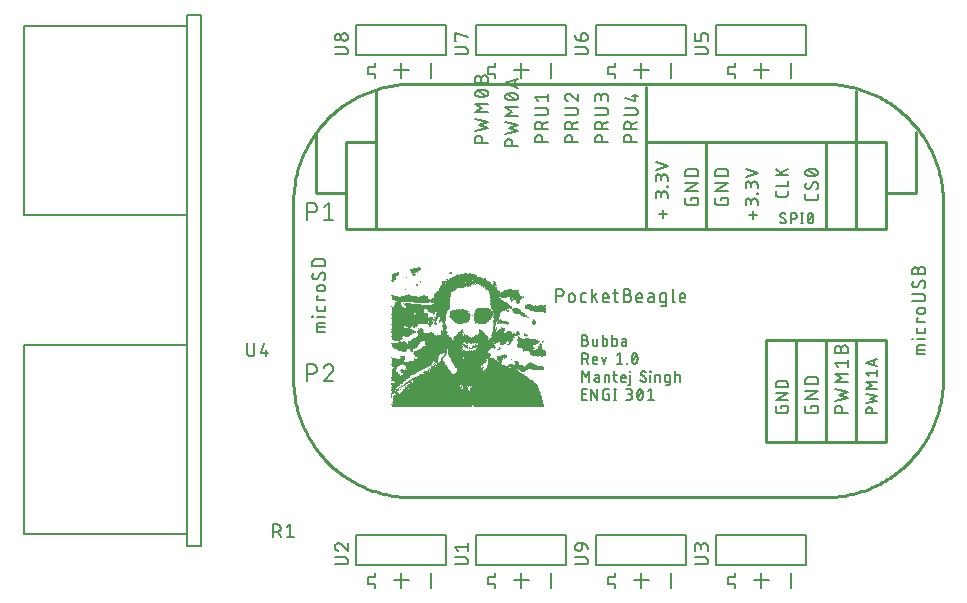
<source format=gbr>
G04 EAGLE Gerber RS-274X export*
G75*
%MOMM*%
%FSLAX34Y34*%
%LPD*%
%INSilkscreen Top*%
%IPPOS*%
%AMOC8*
5,1,8,0,0,1.08239X$1,22.5*%
G01*
%ADD10C,0.127000*%
%ADD11R,6.705600X0.025400*%
%ADD12R,0.050800X0.025400*%
%ADD13R,5.943600X0.025400*%
%ADD14R,6.731000X0.025400*%
%ADD15R,5.918200X0.025400*%
%ADD16R,6.807200X0.025400*%
%ADD17R,6.858000X0.025400*%
%ADD18R,12.827000X0.025400*%
%ADD19R,12.801600X0.025400*%
%ADD20R,12.776200X0.025400*%
%ADD21R,12.750800X0.025400*%
%ADD22R,12.700000X0.025400*%
%ADD23R,0.736600X0.025400*%
%ADD24R,11.912600X0.025400*%
%ADD25R,12.674600X0.025400*%
%ADD26R,12.649200X0.025400*%
%ADD27R,12.039600X0.025400*%
%ADD28R,0.584200X0.025400*%
%ADD29R,0.076200X0.025400*%
%ADD30R,0.508000X0.025400*%
%ADD31R,11.963400X0.025400*%
%ADD32R,12.496800X0.025400*%
%ADD33R,12.446000X0.025400*%
%ADD34R,0.406400X0.025400*%
%ADD35R,12.014200X0.025400*%
%ADD36R,0.025400X0.025400*%
%ADD37R,12.420600X0.025400*%
%ADD38R,0.431800X0.025400*%
%ADD39R,0.101600X0.025400*%
%ADD40R,11.811000X0.025400*%
%ADD41R,0.279400X0.025400*%
%ADD42R,11.582400X0.025400*%
%ADD43R,0.330200X0.025400*%
%ADD44R,11.607800X0.025400*%
%ADD45R,0.355600X0.025400*%
%ADD46R,11.760200X0.025400*%
%ADD47R,0.127000X0.025400*%
%ADD48R,5.842000X0.025400*%
%ADD49R,0.177800X0.025400*%
%ADD50R,0.152400X0.025400*%
%ADD51R,5.664200X0.025400*%
%ADD52R,5.892800X0.025400*%
%ADD53R,0.203200X0.025400*%
%ADD54R,11.633200X0.025400*%
%ADD55R,5.588000X0.025400*%
%ADD56R,5.613400X0.025400*%
%ADD57R,0.254000X0.025400*%
%ADD58R,5.562600X0.025400*%
%ADD59R,5.969000X0.025400*%
%ADD60R,5.816600X0.025400*%
%ADD61R,5.461000X0.025400*%
%ADD62R,5.791200X0.025400*%
%ADD63R,5.715000X0.025400*%
%ADD64R,5.511800X0.025400*%
%ADD65R,5.994400X0.025400*%
%ADD66R,0.457200X0.025400*%
%ADD67R,5.003800X0.025400*%
%ADD68R,5.537200X0.025400*%
%ADD69R,5.740400X0.025400*%
%ADD70R,5.435600X0.025400*%
%ADD71R,0.381000X0.025400*%
%ADD72R,4.953000X0.025400*%
%ADD73R,5.765800X0.025400*%
%ADD74R,0.228600X0.025400*%
%ADD75R,0.482600X0.025400*%
%ADD76R,5.029200X0.025400*%
%ADD77R,5.232400X0.025400*%
%ADD78R,4.978400X0.025400*%
%ADD79R,0.304800X0.025400*%
%ADD80R,4.445000X0.025400*%
%ADD81R,4.419600X0.025400*%
%ADD82R,4.394200X0.025400*%
%ADD83R,5.689600X0.025400*%
%ADD84R,4.368800X0.025400*%
%ADD85R,4.343400X0.025400*%
%ADD86R,5.359400X0.025400*%
%ADD87R,4.521200X0.025400*%
%ADD88R,5.283200X0.025400*%
%ADD89R,0.533400X0.025400*%
%ADD90R,4.318000X0.025400*%
%ADD91R,5.257800X0.025400*%
%ADD92R,0.558800X0.025400*%
%ADD93R,0.609600X0.025400*%
%ADD94R,4.292600X0.025400*%
%ADD95R,0.635000X0.025400*%
%ADD96R,0.660400X0.025400*%
%ADD97R,2.895600X0.025400*%
%ADD98R,1.397000X0.025400*%
%ADD99R,0.787400X0.025400*%
%ADD100R,0.711200X0.025400*%
%ADD101R,1.879600X0.025400*%
%ADD102R,0.812800X0.025400*%
%ADD103R,7.366000X0.025400*%
%ADD104R,2.590800X0.025400*%
%ADD105R,7.848600X0.025400*%
%ADD106R,0.762000X0.025400*%
%ADD107R,2.311400X0.025400*%
%ADD108R,7.467600X0.025400*%
%ADD109R,9.804400X0.025400*%
%ADD110R,10.261600X0.025400*%
%ADD111R,1.803400X0.025400*%
%ADD112R,8.407400X0.025400*%
%ADD113R,1.752600X0.025400*%
%ADD114R,7.543800X0.025400*%
%ADD115R,1.574800X0.025400*%
%ADD116R,8.229600X0.025400*%
%ADD117R,1.828800X0.025400*%
%ADD118R,8.305800X0.025400*%
%ADD119R,10.058400X0.025400*%
%ADD120R,0.863600X0.025400*%
%ADD121R,8.788400X0.025400*%
%ADD122R,0.838200X0.025400*%
%ADD123R,6.959600X0.025400*%
%ADD124R,0.889000X0.025400*%
%ADD125R,1.066800X0.025400*%
%ADD126R,8.661400X0.025400*%
%ADD127R,0.914400X0.025400*%
%ADD128R,1.193800X0.025400*%
%ADD129R,6.781800X0.025400*%
%ADD130R,1.143000X0.025400*%
%ADD131R,1.524000X0.025400*%
%ADD132R,7.874000X0.025400*%
%ADD133R,1.168400X0.025400*%
%ADD134R,1.219200X0.025400*%
%ADD135R,1.041400X0.025400*%
%ADD136R,6.883400X0.025400*%
%ADD137R,7.823200X0.025400*%
%ADD138R,1.244600X0.025400*%
%ADD139R,2.844800X0.025400*%
%ADD140R,1.270000X0.025400*%
%ADD141R,9.245600X0.025400*%
%ADD142R,1.295400X0.025400*%
%ADD143R,8.686800X0.025400*%
%ADD144R,1.346200X0.025400*%
%ADD145R,9.423400X0.025400*%
%ADD146R,1.371600X0.025400*%
%ADD147R,8.331200X0.025400*%
%ADD148R,1.422400X0.025400*%
%ADD149R,2.133600X0.025400*%
%ADD150R,1.447800X0.025400*%
%ADD151R,1.473200X0.025400*%
%ADD152R,9.093200X0.025400*%
%ADD153R,9.067800X0.025400*%
%ADD154R,2.108200X0.025400*%
%ADD155R,6.019800X0.025400*%
%ADD156R,2.082800X0.025400*%
%ADD157R,5.638800X0.025400*%
%ADD158R,1.981200X0.025400*%
%ADD159R,1.955800X0.025400*%
%ADD160R,0.685800X0.025400*%
%ADD161R,0.939800X0.025400*%
%ADD162R,0.965200X0.025400*%
%ADD163R,1.600200X0.025400*%
%ADD164R,5.308600X0.025400*%
%ADD165R,5.156200X0.025400*%
%ADD166R,1.016000X0.025400*%
%ADD167R,1.320800X0.025400*%
%ADD168R,5.105400X0.025400*%
%ADD169R,3.073400X0.025400*%
%ADD170R,0.990600X0.025400*%
%ADD171R,2.057400X0.025400*%
%ADD172R,2.997200X0.025400*%
%ADD173R,1.549400X0.025400*%
%ADD174R,1.651000X0.025400*%
%ADD175R,2.819400X0.025400*%
%ADD176R,1.701800X0.025400*%
%ADD177R,2.692400X0.025400*%
%ADD178R,2.616200X0.025400*%
%ADD179R,2.463800X0.025400*%
%ADD180R,2.362200X0.025400*%
%ADD181R,2.260600X0.025400*%
%ADD182R,1.092200X0.025400*%
%ADD183R,1.498600X0.025400*%
%ADD184R,2.032000X0.025400*%
%ADD185R,1.930400X0.025400*%
%ADD186R,1.625600X0.025400*%
%ADD187R,2.641600X0.025400*%
%ADD188R,2.743200X0.025400*%
%ADD189R,1.117600X0.025400*%
%ADD190R,2.184400X0.025400*%
%ADD191R,1.854200X0.025400*%
%ADD192R,1.905000X0.025400*%
%ADD193R,2.159000X0.025400*%
%ADD194R,2.286000X0.025400*%
%ADD195R,3.352800X0.025400*%
%ADD196R,3.378200X0.025400*%
%ADD197R,2.489200X0.025400*%
%ADD198R,2.565400X0.025400*%
%ADD199R,3.403600X0.025400*%
%ADD200R,2.209800X0.025400*%
%ADD201R,1.778000X0.025400*%
%ADD202R,2.768600X0.025400*%
%ADD203R,2.514600X0.025400*%
%ADD204R,2.006600X0.025400*%
%ADD205R,1.676400X0.025400*%
%ADD206R,1.727200X0.025400*%
%ADD207R,3.327400X0.025400*%
%ADD208R,3.479800X0.025400*%
%ADD209R,2.794000X0.025400*%
%ADD210R,2.235200X0.025400*%
%ADD211R,3.225800X0.025400*%
%ADD212R,3.251200X0.025400*%
%ADD213R,2.717800X0.025400*%
%ADD214R,3.302000X0.025400*%
%ADD215R,2.667000X0.025400*%
%ADD216R,2.540000X0.025400*%
%ADD217R,2.387600X0.025400*%
%ADD218R,3.098800X0.025400*%
%ADD219R,3.048000X0.025400*%
%ADD220R,3.022600X0.025400*%
%ADD221R,3.200400X0.025400*%
%ADD222R,3.175000X0.025400*%
%ADD223R,2.946400X0.025400*%
%ADD224R,3.454400X0.025400*%
%ADD225R,2.921000X0.025400*%
%ADD226R,2.336800X0.025400*%
%ADD227R,3.429000X0.025400*%
%ADD228R,3.683000X0.025400*%
%ADD229R,3.556000X0.025400*%
%ADD230R,3.530600X0.025400*%
%ADD231R,3.124200X0.025400*%
%ADD232R,4.851400X0.025400*%
%ADD233R,3.657600X0.025400*%
%ADD234R,3.733800X0.025400*%
%ADD235R,3.759200X0.025400*%
%ADD236R,3.784600X0.025400*%
%ADD237R,3.149600X0.025400*%
%ADD238R,2.413000X0.025400*%
%ADD239C,0.152400*%
%ADD240C,0.254000*%
%ADD241C,0.203200*%


D10*
X788035Y508494D02*
X790504Y508494D01*
X790504Y508493D02*
X790602Y508491D01*
X790700Y508485D01*
X790798Y508475D01*
X790895Y508462D01*
X790992Y508444D01*
X791088Y508423D01*
X791182Y508398D01*
X791276Y508369D01*
X791369Y508337D01*
X791460Y508300D01*
X791550Y508261D01*
X791638Y508217D01*
X791724Y508170D01*
X791809Y508120D01*
X791891Y508067D01*
X791971Y508010D01*
X792049Y507950D01*
X792124Y507887D01*
X792197Y507821D01*
X792267Y507752D01*
X792334Y507681D01*
X792399Y507607D01*
X792460Y507530D01*
X792519Y507451D01*
X792574Y507370D01*
X792626Y507287D01*
X792674Y507201D01*
X792719Y507114D01*
X792761Y507025D01*
X792799Y506935D01*
X792833Y506843D01*
X792864Y506750D01*
X792891Y506655D01*
X792914Y506560D01*
X792934Y506463D01*
X792949Y506367D01*
X792961Y506269D01*
X792969Y506171D01*
X792973Y506073D01*
X792973Y505975D01*
X792969Y505877D01*
X792961Y505779D01*
X792949Y505681D01*
X792934Y505585D01*
X792914Y505488D01*
X792891Y505393D01*
X792864Y505298D01*
X792833Y505205D01*
X792799Y505113D01*
X792761Y505023D01*
X792719Y504934D01*
X792674Y504847D01*
X792626Y504761D01*
X792574Y504678D01*
X792519Y504597D01*
X792460Y504518D01*
X792399Y504441D01*
X792334Y504367D01*
X792267Y504296D01*
X792197Y504227D01*
X792124Y504161D01*
X792049Y504098D01*
X791971Y504038D01*
X791891Y503981D01*
X791809Y503928D01*
X791724Y503878D01*
X791638Y503831D01*
X791550Y503787D01*
X791460Y503748D01*
X791369Y503711D01*
X791276Y503679D01*
X791182Y503650D01*
X791088Y503625D01*
X790992Y503604D01*
X790895Y503586D01*
X790798Y503573D01*
X790700Y503563D01*
X790602Y503557D01*
X790504Y503555D01*
X788035Y503555D01*
X788035Y512445D01*
X790504Y512445D01*
X790591Y512443D01*
X790679Y512437D01*
X790766Y512428D01*
X790852Y512414D01*
X790938Y512397D01*
X791022Y512376D01*
X791106Y512351D01*
X791189Y512322D01*
X791270Y512290D01*
X791350Y512255D01*
X791428Y512216D01*
X791505Y512173D01*
X791579Y512127D01*
X791651Y512078D01*
X791721Y512026D01*
X791789Y511970D01*
X791854Y511912D01*
X791917Y511851D01*
X791976Y511787D01*
X792033Y511720D01*
X792087Y511652D01*
X792138Y511580D01*
X792185Y511507D01*
X792230Y511432D01*
X792271Y511354D01*
X792308Y511275D01*
X792342Y511195D01*
X792372Y511113D01*
X792399Y511030D01*
X792422Y510945D01*
X792441Y510860D01*
X792456Y510774D01*
X792468Y510687D01*
X792476Y510600D01*
X792480Y510513D01*
X792480Y510425D01*
X792476Y510338D01*
X792468Y510251D01*
X792456Y510164D01*
X792441Y510078D01*
X792422Y509993D01*
X792399Y509908D01*
X792372Y509825D01*
X792342Y509743D01*
X792308Y509663D01*
X792271Y509584D01*
X792230Y509506D01*
X792185Y509431D01*
X792138Y509358D01*
X792087Y509286D01*
X792033Y509218D01*
X791976Y509151D01*
X791917Y509087D01*
X791854Y509026D01*
X791789Y508968D01*
X791721Y508912D01*
X791651Y508860D01*
X791579Y508811D01*
X791505Y508765D01*
X791428Y508722D01*
X791350Y508683D01*
X791270Y508648D01*
X791189Y508616D01*
X791106Y508587D01*
X791022Y508562D01*
X790938Y508541D01*
X790852Y508524D01*
X790766Y508510D01*
X790679Y508501D01*
X790591Y508495D01*
X790504Y508493D01*
X796890Y509482D02*
X796890Y505037D01*
X796889Y505037D02*
X796891Y504962D01*
X796897Y504887D01*
X796906Y504813D01*
X796919Y504739D01*
X796936Y504666D01*
X796957Y504593D01*
X796981Y504522D01*
X797009Y504453D01*
X797040Y504384D01*
X797075Y504318D01*
X797113Y504253D01*
X797155Y504190D01*
X797199Y504130D01*
X797247Y504072D01*
X797297Y504016D01*
X797350Y503963D01*
X797406Y503913D01*
X797464Y503865D01*
X797524Y503821D01*
X797587Y503779D01*
X797652Y503741D01*
X797718Y503706D01*
X797787Y503675D01*
X797856Y503647D01*
X797927Y503623D01*
X798000Y503602D01*
X798073Y503585D01*
X798147Y503572D01*
X798221Y503563D01*
X798296Y503557D01*
X798371Y503555D01*
X800841Y503555D01*
X800841Y509482D01*
X805484Y512445D02*
X805484Y503555D01*
X807954Y503555D01*
X808029Y503557D01*
X808104Y503563D01*
X808178Y503572D01*
X808252Y503585D01*
X808325Y503602D01*
X808398Y503623D01*
X808469Y503647D01*
X808538Y503675D01*
X808607Y503706D01*
X808673Y503741D01*
X808738Y503779D01*
X808801Y503821D01*
X808861Y503865D01*
X808919Y503913D01*
X808975Y503963D01*
X809028Y504016D01*
X809078Y504072D01*
X809126Y504130D01*
X809170Y504190D01*
X809212Y504253D01*
X809250Y504318D01*
X809285Y504384D01*
X809316Y504453D01*
X809344Y504522D01*
X809368Y504593D01*
X809389Y504666D01*
X809406Y504739D01*
X809419Y504813D01*
X809428Y504887D01*
X809434Y504962D01*
X809436Y505037D01*
X809436Y508000D01*
X809434Y508075D01*
X809428Y508150D01*
X809419Y508224D01*
X809406Y508298D01*
X809389Y508371D01*
X809368Y508444D01*
X809344Y508515D01*
X809316Y508584D01*
X809285Y508653D01*
X809250Y508719D01*
X809212Y508784D01*
X809170Y508847D01*
X809126Y508907D01*
X809078Y508965D01*
X809028Y509021D01*
X808975Y509074D01*
X808919Y509124D01*
X808861Y509172D01*
X808801Y509216D01*
X808738Y509258D01*
X808673Y509296D01*
X808607Y509331D01*
X808538Y509362D01*
X808469Y509390D01*
X808398Y509414D01*
X808325Y509435D01*
X808252Y509452D01*
X808178Y509465D01*
X808104Y509474D01*
X808029Y509480D01*
X807954Y509482D01*
X805484Y509482D01*
X813714Y512445D02*
X813714Y503555D01*
X816183Y503555D01*
X816258Y503557D01*
X816333Y503563D01*
X816407Y503572D01*
X816481Y503585D01*
X816554Y503602D01*
X816627Y503623D01*
X816698Y503647D01*
X816767Y503675D01*
X816836Y503706D01*
X816902Y503741D01*
X816967Y503779D01*
X817030Y503821D01*
X817090Y503865D01*
X817148Y503913D01*
X817204Y503963D01*
X817257Y504016D01*
X817307Y504072D01*
X817355Y504130D01*
X817399Y504190D01*
X817441Y504253D01*
X817479Y504318D01*
X817514Y504384D01*
X817545Y504453D01*
X817573Y504522D01*
X817597Y504593D01*
X817618Y504666D01*
X817635Y504739D01*
X817648Y504813D01*
X817657Y504887D01*
X817663Y504962D01*
X817665Y505037D01*
X817665Y508000D01*
X817663Y508075D01*
X817657Y508150D01*
X817648Y508224D01*
X817635Y508298D01*
X817618Y508371D01*
X817597Y508444D01*
X817573Y508515D01*
X817545Y508584D01*
X817514Y508653D01*
X817479Y508719D01*
X817441Y508784D01*
X817399Y508847D01*
X817355Y508907D01*
X817307Y508965D01*
X817257Y509021D01*
X817204Y509074D01*
X817148Y509124D01*
X817090Y509172D01*
X817030Y509216D01*
X816967Y509258D01*
X816902Y509296D01*
X816836Y509331D01*
X816767Y509362D01*
X816698Y509390D01*
X816627Y509414D01*
X816554Y509435D01*
X816481Y509452D01*
X816407Y509465D01*
X816333Y509474D01*
X816258Y509480D01*
X816183Y509482D01*
X813714Y509482D01*
X823247Y507012D02*
X825469Y507012D01*
X823247Y507013D02*
X823165Y507011D01*
X823083Y507005D01*
X823001Y506995D01*
X822920Y506982D01*
X822839Y506964D01*
X822760Y506943D01*
X822681Y506918D01*
X822604Y506889D01*
X822529Y506857D01*
X822455Y506821D01*
X822383Y506781D01*
X822312Y506739D01*
X822244Y506692D01*
X822178Y506643D01*
X822115Y506591D01*
X822054Y506535D01*
X821996Y506477D01*
X821940Y506416D01*
X821888Y506353D01*
X821839Y506287D01*
X821792Y506219D01*
X821750Y506149D01*
X821710Y506076D01*
X821674Y506002D01*
X821642Y505927D01*
X821613Y505850D01*
X821588Y505771D01*
X821567Y505692D01*
X821549Y505611D01*
X821536Y505530D01*
X821526Y505448D01*
X821520Y505366D01*
X821518Y505284D01*
X821520Y505202D01*
X821526Y505120D01*
X821536Y505038D01*
X821549Y504957D01*
X821567Y504876D01*
X821588Y504797D01*
X821613Y504718D01*
X821642Y504641D01*
X821674Y504566D01*
X821710Y504492D01*
X821750Y504420D01*
X821792Y504349D01*
X821839Y504281D01*
X821888Y504215D01*
X821940Y504152D01*
X821996Y504091D01*
X822054Y504033D01*
X822115Y503977D01*
X822178Y503925D01*
X822244Y503876D01*
X822312Y503829D01*
X822383Y503787D01*
X822455Y503747D01*
X822529Y503711D01*
X822604Y503679D01*
X822681Y503650D01*
X822760Y503625D01*
X822839Y503604D01*
X822920Y503586D01*
X823001Y503573D01*
X823083Y503563D01*
X823165Y503557D01*
X823247Y503555D01*
X825469Y503555D01*
X825469Y508000D01*
X825467Y508075D01*
X825461Y508150D01*
X825452Y508224D01*
X825439Y508298D01*
X825422Y508371D01*
X825401Y508444D01*
X825377Y508515D01*
X825349Y508584D01*
X825318Y508653D01*
X825283Y508719D01*
X825245Y508784D01*
X825203Y508847D01*
X825159Y508907D01*
X825111Y508965D01*
X825061Y509021D01*
X825008Y509074D01*
X824952Y509124D01*
X824894Y509172D01*
X824834Y509216D01*
X824771Y509258D01*
X824706Y509296D01*
X824640Y509331D01*
X824571Y509362D01*
X824502Y509390D01*
X824431Y509414D01*
X824358Y509435D01*
X824285Y509452D01*
X824211Y509465D01*
X824137Y509474D01*
X824062Y509480D01*
X823987Y509482D01*
X822012Y509482D01*
X788035Y497205D02*
X788035Y488315D01*
X788035Y497205D02*
X790504Y497205D01*
X790602Y497203D01*
X790700Y497197D01*
X790798Y497187D01*
X790895Y497174D01*
X790992Y497156D01*
X791088Y497135D01*
X791182Y497110D01*
X791276Y497081D01*
X791369Y497049D01*
X791460Y497012D01*
X791550Y496973D01*
X791638Y496929D01*
X791724Y496882D01*
X791809Y496832D01*
X791891Y496779D01*
X791971Y496722D01*
X792049Y496662D01*
X792124Y496599D01*
X792197Y496533D01*
X792267Y496464D01*
X792334Y496393D01*
X792399Y496319D01*
X792460Y496242D01*
X792519Y496163D01*
X792574Y496082D01*
X792626Y495999D01*
X792674Y495913D01*
X792719Y495826D01*
X792761Y495737D01*
X792799Y495647D01*
X792833Y495555D01*
X792864Y495462D01*
X792891Y495367D01*
X792914Y495272D01*
X792934Y495175D01*
X792949Y495079D01*
X792961Y494981D01*
X792969Y494883D01*
X792973Y494785D01*
X792973Y494687D01*
X792969Y494589D01*
X792961Y494491D01*
X792949Y494393D01*
X792934Y494297D01*
X792914Y494200D01*
X792891Y494105D01*
X792864Y494010D01*
X792833Y493917D01*
X792799Y493825D01*
X792761Y493735D01*
X792719Y493646D01*
X792674Y493559D01*
X792626Y493473D01*
X792574Y493390D01*
X792519Y493309D01*
X792460Y493230D01*
X792399Y493153D01*
X792334Y493079D01*
X792267Y493008D01*
X792197Y492939D01*
X792124Y492873D01*
X792049Y492810D01*
X791971Y492750D01*
X791891Y492693D01*
X791809Y492640D01*
X791724Y492590D01*
X791638Y492543D01*
X791550Y492499D01*
X791460Y492460D01*
X791369Y492423D01*
X791276Y492391D01*
X791182Y492362D01*
X791088Y492337D01*
X790992Y492316D01*
X790895Y492298D01*
X790798Y492285D01*
X790700Y492275D01*
X790602Y492269D01*
X790504Y492267D01*
X790504Y492266D02*
X788035Y492266D01*
X790998Y492266D02*
X792974Y488315D01*
X798469Y488315D02*
X800939Y488315D01*
X798469Y488315D02*
X798394Y488317D01*
X798319Y488323D01*
X798245Y488332D01*
X798171Y488345D01*
X798098Y488362D01*
X798025Y488383D01*
X797954Y488407D01*
X797885Y488435D01*
X797816Y488466D01*
X797750Y488501D01*
X797685Y488539D01*
X797622Y488581D01*
X797562Y488625D01*
X797504Y488673D01*
X797448Y488723D01*
X797395Y488776D01*
X797345Y488832D01*
X797297Y488890D01*
X797253Y488950D01*
X797211Y489013D01*
X797173Y489078D01*
X797138Y489144D01*
X797107Y489213D01*
X797079Y489282D01*
X797055Y489353D01*
X797034Y489426D01*
X797017Y489499D01*
X797004Y489573D01*
X796995Y489647D01*
X796989Y489722D01*
X796987Y489797D01*
X796988Y489797D02*
X796988Y492266D01*
X796987Y492266D02*
X796989Y492353D01*
X796995Y492441D01*
X797004Y492528D01*
X797018Y492614D01*
X797035Y492700D01*
X797056Y492784D01*
X797081Y492868D01*
X797110Y492951D01*
X797142Y493032D01*
X797177Y493112D01*
X797216Y493190D01*
X797259Y493267D01*
X797305Y493341D01*
X797354Y493413D01*
X797406Y493483D01*
X797462Y493551D01*
X797520Y493616D01*
X797581Y493679D01*
X797645Y493738D01*
X797712Y493795D01*
X797780Y493849D01*
X797852Y493900D01*
X797925Y493947D01*
X798000Y493992D01*
X798078Y494033D01*
X798157Y494070D01*
X798237Y494104D01*
X798319Y494134D01*
X798402Y494161D01*
X798487Y494184D01*
X798572Y494203D01*
X798658Y494218D01*
X798745Y494230D01*
X798832Y494238D01*
X798919Y494242D01*
X799007Y494242D01*
X799094Y494238D01*
X799181Y494230D01*
X799268Y494218D01*
X799354Y494203D01*
X799439Y494184D01*
X799524Y494161D01*
X799607Y494134D01*
X799689Y494104D01*
X799769Y494070D01*
X799848Y494033D01*
X799926Y493992D01*
X800001Y493947D01*
X800074Y493900D01*
X800146Y493849D01*
X800214Y493795D01*
X800281Y493738D01*
X800345Y493679D01*
X800406Y493616D01*
X800464Y493551D01*
X800520Y493483D01*
X800572Y493413D01*
X800621Y493341D01*
X800667Y493267D01*
X800710Y493190D01*
X800749Y493112D01*
X800784Y493032D01*
X800816Y492951D01*
X800845Y492868D01*
X800870Y492784D01*
X800891Y492700D01*
X800908Y492614D01*
X800922Y492528D01*
X800931Y492441D01*
X800937Y492353D01*
X800939Y492266D01*
X800939Y491278D01*
X796988Y491278D01*
X804608Y494242D02*
X806583Y488315D01*
X808559Y494242D01*
X817220Y495229D02*
X819690Y497205D01*
X819690Y488315D01*
X822159Y488315D02*
X817220Y488315D01*
X825844Y488315D02*
X825844Y488809D01*
X826337Y488809D01*
X826337Y488315D01*
X825844Y488315D01*
X830022Y492760D02*
X830024Y492935D01*
X830030Y493110D01*
X830041Y493284D01*
X830055Y493459D01*
X830074Y493632D01*
X830097Y493806D01*
X830124Y493979D01*
X830155Y494151D01*
X830190Y494322D01*
X830230Y494492D01*
X830273Y494662D01*
X830321Y494830D01*
X830372Y494997D01*
X830427Y495163D01*
X830487Y495328D01*
X830550Y495491D01*
X830617Y495652D01*
X830688Y495812D01*
X830763Y495970D01*
X830763Y495971D02*
X830792Y496049D01*
X830824Y496127D01*
X830861Y496202D01*
X830900Y496276D01*
X830943Y496348D01*
X830989Y496419D01*
X831039Y496486D01*
X831091Y496552D01*
X831146Y496615D01*
X831205Y496675D01*
X831266Y496733D01*
X831329Y496788D01*
X831395Y496840D01*
X831464Y496889D01*
X831534Y496934D01*
X831606Y496977D01*
X831681Y497016D01*
X831757Y497051D01*
X831834Y497083D01*
X831913Y497111D01*
X831994Y497136D01*
X832075Y497157D01*
X832157Y497174D01*
X832240Y497188D01*
X832323Y497197D01*
X832407Y497203D01*
X832491Y497205D01*
X832575Y497203D01*
X832659Y497197D01*
X832742Y497188D01*
X832825Y497174D01*
X832907Y497157D01*
X832988Y497136D01*
X833069Y497111D01*
X833148Y497083D01*
X833225Y497051D01*
X833301Y497016D01*
X833376Y496977D01*
X833448Y496934D01*
X833519Y496889D01*
X833587Y496840D01*
X833653Y496788D01*
X833716Y496733D01*
X833777Y496675D01*
X833836Y496615D01*
X833891Y496552D01*
X833943Y496486D01*
X833993Y496419D01*
X834039Y496348D01*
X834082Y496276D01*
X834121Y496202D01*
X834158Y496127D01*
X834190Y496049D01*
X834219Y495970D01*
X834220Y495970D02*
X834295Y495812D01*
X834366Y495652D01*
X834433Y495491D01*
X834496Y495328D01*
X834556Y495163D01*
X834611Y494997D01*
X834662Y494830D01*
X834710Y494662D01*
X834753Y494492D01*
X834793Y494322D01*
X834828Y494151D01*
X834859Y493979D01*
X834886Y493806D01*
X834909Y493632D01*
X834928Y493459D01*
X834942Y493284D01*
X834953Y493110D01*
X834959Y492935D01*
X834961Y492760D01*
X830022Y492760D02*
X830024Y492585D01*
X830030Y492410D01*
X830041Y492236D01*
X830055Y492061D01*
X830074Y491888D01*
X830097Y491714D01*
X830124Y491541D01*
X830155Y491369D01*
X830190Y491198D01*
X830230Y491028D01*
X830273Y490858D01*
X830321Y490690D01*
X830372Y490523D01*
X830427Y490357D01*
X830487Y490192D01*
X830550Y490029D01*
X830617Y489868D01*
X830688Y489708D01*
X830763Y489550D01*
X830763Y489549D02*
X830792Y489471D01*
X830824Y489393D01*
X830861Y489318D01*
X830900Y489244D01*
X830943Y489171D01*
X830989Y489101D01*
X831039Y489034D01*
X831091Y488968D01*
X831147Y488905D01*
X831205Y488845D01*
X831266Y488787D01*
X831329Y488732D01*
X831395Y488680D01*
X831464Y488631D01*
X831534Y488586D01*
X831606Y488543D01*
X831681Y488504D01*
X831757Y488469D01*
X831834Y488437D01*
X831913Y488409D01*
X831994Y488384D01*
X832075Y488363D01*
X832157Y488346D01*
X832240Y488332D01*
X832323Y488323D01*
X832407Y488317D01*
X832491Y488315D01*
X834220Y489550D02*
X834295Y489708D01*
X834366Y489868D01*
X834433Y490029D01*
X834496Y490192D01*
X834556Y490357D01*
X834611Y490523D01*
X834662Y490690D01*
X834710Y490858D01*
X834753Y491028D01*
X834793Y491198D01*
X834828Y491369D01*
X834859Y491541D01*
X834886Y491714D01*
X834909Y491888D01*
X834928Y492061D01*
X834942Y492236D01*
X834953Y492410D01*
X834959Y492585D01*
X834961Y492760D01*
X834219Y489549D02*
X834190Y489471D01*
X834158Y489393D01*
X834121Y489318D01*
X834082Y489244D01*
X834039Y489172D01*
X833993Y489101D01*
X833943Y489034D01*
X833891Y488968D01*
X833836Y488905D01*
X833777Y488845D01*
X833716Y488787D01*
X833653Y488732D01*
X833587Y488680D01*
X833519Y488631D01*
X833448Y488586D01*
X833376Y488543D01*
X833301Y488504D01*
X833225Y488469D01*
X833148Y488437D01*
X833069Y488409D01*
X832988Y488384D01*
X832907Y488363D01*
X832825Y488346D01*
X832742Y488332D01*
X832659Y488323D01*
X832575Y488317D01*
X832491Y488315D01*
X830516Y490291D02*
X834467Y495229D01*
X788035Y481965D02*
X788035Y473075D01*
X790998Y477026D02*
X788035Y481965D01*
X790998Y477026D02*
X793962Y481965D01*
X793962Y473075D01*
X800140Y476532D02*
X802362Y476532D01*
X800140Y476533D02*
X800058Y476531D01*
X799976Y476525D01*
X799894Y476515D01*
X799813Y476502D01*
X799732Y476484D01*
X799653Y476463D01*
X799574Y476438D01*
X799497Y476409D01*
X799422Y476377D01*
X799348Y476341D01*
X799276Y476301D01*
X799205Y476259D01*
X799137Y476212D01*
X799071Y476163D01*
X799008Y476111D01*
X798947Y476055D01*
X798889Y475997D01*
X798833Y475936D01*
X798781Y475873D01*
X798732Y475807D01*
X798685Y475739D01*
X798643Y475669D01*
X798603Y475596D01*
X798567Y475522D01*
X798535Y475447D01*
X798506Y475370D01*
X798481Y475291D01*
X798460Y475212D01*
X798442Y475131D01*
X798429Y475050D01*
X798419Y474968D01*
X798413Y474886D01*
X798411Y474804D01*
X798413Y474722D01*
X798419Y474640D01*
X798429Y474558D01*
X798442Y474477D01*
X798460Y474396D01*
X798481Y474317D01*
X798506Y474238D01*
X798535Y474161D01*
X798567Y474086D01*
X798603Y474012D01*
X798643Y473940D01*
X798685Y473869D01*
X798732Y473801D01*
X798781Y473735D01*
X798833Y473672D01*
X798889Y473611D01*
X798947Y473553D01*
X799008Y473497D01*
X799071Y473445D01*
X799137Y473396D01*
X799205Y473349D01*
X799276Y473307D01*
X799348Y473267D01*
X799422Y473231D01*
X799497Y473199D01*
X799574Y473170D01*
X799653Y473145D01*
X799732Y473124D01*
X799813Y473106D01*
X799894Y473093D01*
X799976Y473083D01*
X800058Y473077D01*
X800140Y473075D01*
X802362Y473075D01*
X802362Y477520D01*
X802363Y477520D02*
X802361Y477595D01*
X802355Y477670D01*
X802346Y477744D01*
X802333Y477818D01*
X802316Y477891D01*
X802295Y477964D01*
X802271Y478035D01*
X802243Y478104D01*
X802212Y478173D01*
X802177Y478239D01*
X802139Y478304D01*
X802097Y478367D01*
X802053Y478427D01*
X802005Y478485D01*
X801955Y478541D01*
X801902Y478594D01*
X801846Y478644D01*
X801788Y478692D01*
X801728Y478736D01*
X801665Y478778D01*
X801600Y478816D01*
X801534Y478851D01*
X801465Y478882D01*
X801396Y478910D01*
X801325Y478934D01*
X801252Y478955D01*
X801179Y478972D01*
X801105Y478985D01*
X801031Y478994D01*
X800956Y479000D01*
X800881Y479002D01*
X798905Y479002D01*
X807006Y479002D02*
X807006Y473075D01*
X807006Y479002D02*
X809475Y479002D01*
X809550Y479000D01*
X809625Y478994D01*
X809699Y478985D01*
X809773Y478972D01*
X809846Y478955D01*
X809919Y478934D01*
X809990Y478910D01*
X810059Y478882D01*
X810128Y478851D01*
X810194Y478816D01*
X810259Y478778D01*
X810322Y478736D01*
X810382Y478692D01*
X810440Y478644D01*
X810496Y478594D01*
X810549Y478541D01*
X810599Y478485D01*
X810647Y478427D01*
X810691Y478367D01*
X810733Y478304D01*
X810771Y478239D01*
X810806Y478173D01*
X810837Y478104D01*
X810865Y478035D01*
X810889Y477964D01*
X810910Y477891D01*
X810927Y477818D01*
X810940Y477744D01*
X810949Y477670D01*
X810955Y477595D01*
X810957Y477520D01*
X810957Y473075D01*
X814415Y479002D02*
X817379Y479002D01*
X815403Y481965D02*
X815403Y474557D01*
X815405Y474482D01*
X815411Y474407D01*
X815420Y474333D01*
X815433Y474259D01*
X815450Y474186D01*
X815471Y474113D01*
X815495Y474042D01*
X815523Y473973D01*
X815554Y473904D01*
X815589Y473838D01*
X815627Y473773D01*
X815669Y473710D01*
X815713Y473650D01*
X815761Y473592D01*
X815811Y473536D01*
X815864Y473483D01*
X815920Y473433D01*
X815978Y473385D01*
X816038Y473341D01*
X816101Y473299D01*
X816166Y473261D01*
X816232Y473226D01*
X816301Y473195D01*
X816370Y473167D01*
X816441Y473143D01*
X816514Y473122D01*
X816587Y473105D01*
X816661Y473092D01*
X816735Y473083D01*
X816810Y473077D01*
X816885Y473075D01*
X817379Y473075D01*
X822508Y473075D02*
X824978Y473075D01*
X822508Y473075D02*
X822433Y473077D01*
X822358Y473083D01*
X822284Y473092D01*
X822210Y473105D01*
X822137Y473122D01*
X822064Y473143D01*
X821993Y473167D01*
X821924Y473195D01*
X821855Y473226D01*
X821789Y473261D01*
X821724Y473299D01*
X821661Y473341D01*
X821601Y473385D01*
X821543Y473433D01*
X821487Y473483D01*
X821434Y473536D01*
X821384Y473592D01*
X821336Y473650D01*
X821292Y473710D01*
X821250Y473773D01*
X821212Y473838D01*
X821177Y473904D01*
X821146Y473973D01*
X821118Y474042D01*
X821094Y474113D01*
X821073Y474186D01*
X821056Y474259D01*
X821043Y474333D01*
X821034Y474407D01*
X821028Y474482D01*
X821026Y474557D01*
X821027Y474557D02*
X821027Y477026D01*
X821026Y477026D02*
X821028Y477113D01*
X821034Y477201D01*
X821043Y477288D01*
X821057Y477374D01*
X821074Y477460D01*
X821095Y477544D01*
X821120Y477628D01*
X821149Y477711D01*
X821181Y477792D01*
X821216Y477872D01*
X821255Y477950D01*
X821298Y478027D01*
X821344Y478101D01*
X821393Y478173D01*
X821445Y478243D01*
X821501Y478311D01*
X821559Y478376D01*
X821620Y478439D01*
X821684Y478498D01*
X821751Y478555D01*
X821819Y478609D01*
X821891Y478660D01*
X821964Y478707D01*
X822039Y478752D01*
X822117Y478793D01*
X822196Y478830D01*
X822276Y478864D01*
X822358Y478894D01*
X822441Y478921D01*
X822526Y478944D01*
X822611Y478963D01*
X822697Y478978D01*
X822784Y478990D01*
X822871Y478998D01*
X822958Y479002D01*
X823046Y479002D01*
X823133Y478998D01*
X823220Y478990D01*
X823307Y478978D01*
X823393Y478963D01*
X823478Y478944D01*
X823563Y478921D01*
X823646Y478894D01*
X823728Y478864D01*
X823808Y478830D01*
X823887Y478793D01*
X823965Y478752D01*
X824040Y478707D01*
X824113Y478660D01*
X824185Y478609D01*
X824253Y478555D01*
X824320Y478498D01*
X824384Y478439D01*
X824445Y478376D01*
X824503Y478311D01*
X824559Y478243D01*
X824611Y478173D01*
X824660Y478101D01*
X824706Y478027D01*
X824749Y477950D01*
X824788Y477872D01*
X824823Y477792D01*
X824855Y477711D01*
X824884Y477628D01*
X824909Y477544D01*
X824930Y477460D01*
X824947Y477374D01*
X824961Y477288D01*
X824970Y477201D01*
X824976Y477113D01*
X824978Y477026D01*
X824978Y476038D01*
X821027Y476038D01*
X828591Y479002D02*
X828591Y471593D01*
X828589Y471518D01*
X828583Y471443D01*
X828574Y471369D01*
X828561Y471295D01*
X828544Y471222D01*
X828523Y471149D01*
X828499Y471078D01*
X828471Y471009D01*
X828440Y470940D01*
X828405Y470874D01*
X828367Y470809D01*
X828325Y470746D01*
X828281Y470686D01*
X828233Y470628D01*
X828183Y470572D01*
X828130Y470519D01*
X828074Y470469D01*
X828016Y470421D01*
X827956Y470377D01*
X827893Y470335D01*
X827828Y470297D01*
X827762Y470262D01*
X827693Y470231D01*
X827624Y470203D01*
X827553Y470179D01*
X827480Y470158D01*
X827407Y470141D01*
X827333Y470128D01*
X827259Y470119D01*
X827184Y470113D01*
X827109Y470111D01*
X827109Y470112D02*
X826615Y470112D01*
X828344Y481471D02*
X828344Y481965D01*
X828838Y481965D01*
X828838Y481471D01*
X828344Y481471D01*
X840260Y473075D02*
X840346Y473077D01*
X840432Y473083D01*
X840518Y473092D01*
X840603Y473105D01*
X840688Y473122D01*
X840771Y473142D01*
X840854Y473166D01*
X840936Y473194D01*
X841016Y473225D01*
X841095Y473260D01*
X841172Y473298D01*
X841248Y473340D01*
X841322Y473384D01*
X841393Y473432D01*
X841463Y473483D01*
X841530Y473537D01*
X841595Y473594D01*
X841657Y473654D01*
X841717Y473716D01*
X841774Y473781D01*
X841828Y473848D01*
X841879Y473918D01*
X841927Y473989D01*
X841971Y474063D01*
X842013Y474139D01*
X842051Y474216D01*
X842086Y474295D01*
X842117Y474375D01*
X842145Y474457D01*
X842169Y474540D01*
X842189Y474623D01*
X842206Y474708D01*
X842219Y474793D01*
X842228Y474879D01*
X842234Y474965D01*
X842236Y475051D01*
X840260Y473075D02*
X840133Y473077D01*
X840007Y473083D01*
X839880Y473092D01*
X839754Y473106D01*
X839629Y473123D01*
X839504Y473144D01*
X839380Y473169D01*
X839256Y473198D01*
X839134Y473230D01*
X839012Y473266D01*
X838892Y473306D01*
X838773Y473349D01*
X838655Y473396D01*
X838539Y473447D01*
X838424Y473501D01*
X838311Y473558D01*
X838200Y473619D01*
X838091Y473683D01*
X837984Y473751D01*
X837878Y473821D01*
X837775Y473895D01*
X837675Y473972D01*
X837577Y474052D01*
X837481Y474135D01*
X837388Y474221D01*
X837297Y474310D01*
X837543Y479989D02*
X837545Y480075D01*
X837551Y480161D01*
X837560Y480247D01*
X837573Y480332D01*
X837590Y480417D01*
X837610Y480500D01*
X837634Y480583D01*
X837662Y480665D01*
X837693Y480745D01*
X837728Y480824D01*
X837766Y480901D01*
X837808Y480977D01*
X837852Y481051D01*
X837900Y481122D01*
X837951Y481192D01*
X838005Y481259D01*
X838062Y481324D01*
X838122Y481386D01*
X838184Y481446D01*
X838249Y481503D01*
X838316Y481557D01*
X838386Y481608D01*
X838457Y481656D01*
X838531Y481700D01*
X838607Y481742D01*
X838684Y481780D01*
X838763Y481815D01*
X838843Y481846D01*
X838925Y481874D01*
X839008Y481898D01*
X839091Y481918D01*
X839176Y481935D01*
X839261Y481948D01*
X839347Y481957D01*
X839433Y481963D01*
X839519Y481965D01*
X839638Y481963D01*
X839757Y481957D01*
X839876Y481948D01*
X839994Y481934D01*
X840112Y481917D01*
X840230Y481896D01*
X840346Y481871D01*
X840462Y481843D01*
X840577Y481811D01*
X840690Y481775D01*
X840803Y481735D01*
X840914Y481692D01*
X841024Y481646D01*
X841132Y481596D01*
X841238Y481542D01*
X841343Y481485D01*
X841445Y481425D01*
X841546Y481361D01*
X841645Y481294D01*
X841741Y481224D01*
X838532Y478261D02*
X838458Y478306D01*
X838386Y478355D01*
X838316Y478407D01*
X838249Y478462D01*
X838184Y478520D01*
X838122Y478580D01*
X838063Y478643D01*
X838006Y478709D01*
X837952Y478777D01*
X837901Y478847D01*
X837853Y478919D01*
X837808Y478994D01*
X837767Y479070D01*
X837729Y479148D01*
X837694Y479228D01*
X837663Y479309D01*
X837635Y479391D01*
X837611Y479474D01*
X837591Y479558D01*
X837574Y479644D01*
X837561Y479729D01*
X837552Y479816D01*
X837546Y479902D01*
X837544Y479989D01*
X841247Y476779D02*
X841321Y476734D01*
X841393Y476685D01*
X841463Y476633D01*
X841530Y476578D01*
X841595Y476520D01*
X841657Y476460D01*
X841717Y476397D01*
X841773Y476331D01*
X841827Y476263D01*
X841878Y476193D01*
X841926Y476121D01*
X841971Y476046D01*
X842012Y475970D01*
X842050Y475892D01*
X842085Y475812D01*
X842116Y475731D01*
X842144Y475649D01*
X842168Y475566D01*
X842188Y475482D01*
X842205Y475396D01*
X842218Y475311D01*
X842227Y475224D01*
X842233Y475138D01*
X842235Y475051D01*
X841248Y476779D02*
X838531Y478261D01*
X845862Y479002D02*
X845862Y473075D01*
X845615Y481471D02*
X845615Y481965D01*
X846109Y481965D01*
X846109Y481471D01*
X845615Y481471D01*
X849983Y479002D02*
X849983Y473075D01*
X849983Y479002D02*
X852452Y479002D01*
X852527Y479000D01*
X852602Y478994D01*
X852676Y478985D01*
X852750Y478972D01*
X852823Y478955D01*
X852896Y478934D01*
X852967Y478910D01*
X853036Y478882D01*
X853105Y478851D01*
X853171Y478816D01*
X853236Y478778D01*
X853299Y478736D01*
X853359Y478692D01*
X853417Y478644D01*
X853473Y478594D01*
X853526Y478541D01*
X853576Y478485D01*
X853624Y478427D01*
X853668Y478367D01*
X853710Y478304D01*
X853748Y478239D01*
X853783Y478173D01*
X853814Y478104D01*
X853842Y478035D01*
X853866Y477964D01*
X853887Y477891D01*
X853904Y477818D01*
X853917Y477744D01*
X853926Y477670D01*
X853932Y477595D01*
X853934Y477520D01*
X853934Y473075D01*
X859633Y473075D02*
X862103Y473075D01*
X859633Y473075D02*
X859558Y473077D01*
X859483Y473083D01*
X859409Y473092D01*
X859335Y473105D01*
X859262Y473122D01*
X859189Y473143D01*
X859118Y473167D01*
X859049Y473195D01*
X858980Y473226D01*
X858914Y473261D01*
X858849Y473299D01*
X858786Y473341D01*
X858726Y473385D01*
X858668Y473433D01*
X858612Y473483D01*
X858559Y473536D01*
X858509Y473592D01*
X858461Y473650D01*
X858417Y473710D01*
X858375Y473773D01*
X858337Y473838D01*
X858302Y473904D01*
X858271Y473973D01*
X858243Y474042D01*
X858219Y474113D01*
X858198Y474186D01*
X858181Y474259D01*
X858168Y474333D01*
X858159Y474407D01*
X858153Y474482D01*
X858151Y474557D01*
X858152Y474557D02*
X858152Y477520D01*
X858151Y477520D02*
X858153Y477595D01*
X858159Y477670D01*
X858168Y477744D01*
X858181Y477818D01*
X858198Y477891D01*
X858219Y477964D01*
X858243Y478035D01*
X858271Y478104D01*
X858302Y478173D01*
X858337Y478239D01*
X858375Y478304D01*
X858417Y478367D01*
X858461Y478427D01*
X858509Y478485D01*
X858559Y478541D01*
X858612Y478594D01*
X858668Y478644D01*
X858726Y478692D01*
X858786Y478736D01*
X858849Y478778D01*
X858914Y478816D01*
X858980Y478851D01*
X859049Y478882D01*
X859118Y478910D01*
X859189Y478934D01*
X859262Y478955D01*
X859335Y478972D01*
X859409Y478985D01*
X859483Y478994D01*
X859558Y479000D01*
X859633Y479002D01*
X862103Y479002D01*
X862103Y471593D01*
X862101Y471518D01*
X862095Y471443D01*
X862086Y471369D01*
X862073Y471295D01*
X862056Y471222D01*
X862035Y471149D01*
X862011Y471078D01*
X861983Y471009D01*
X861952Y470940D01*
X861917Y470874D01*
X861879Y470809D01*
X861837Y470746D01*
X861793Y470686D01*
X861745Y470628D01*
X861695Y470572D01*
X861642Y470519D01*
X861586Y470469D01*
X861528Y470421D01*
X861468Y470377D01*
X861405Y470335D01*
X861340Y470297D01*
X861274Y470262D01*
X861205Y470231D01*
X861136Y470203D01*
X861065Y470179D01*
X860992Y470158D01*
X860919Y470141D01*
X860845Y470128D01*
X860771Y470119D01*
X860696Y470113D01*
X860621Y470111D01*
X860621Y470112D02*
X858646Y470112D01*
X866746Y473075D02*
X866746Y481965D01*
X866746Y479002D02*
X869216Y479002D01*
X869291Y479000D01*
X869366Y478994D01*
X869440Y478985D01*
X869514Y478972D01*
X869587Y478955D01*
X869660Y478934D01*
X869731Y478910D01*
X869800Y478882D01*
X869869Y478851D01*
X869935Y478816D01*
X870000Y478778D01*
X870063Y478736D01*
X870123Y478692D01*
X870181Y478644D01*
X870237Y478594D01*
X870290Y478541D01*
X870340Y478485D01*
X870388Y478427D01*
X870432Y478367D01*
X870474Y478304D01*
X870512Y478239D01*
X870547Y478173D01*
X870578Y478104D01*
X870606Y478035D01*
X870630Y477964D01*
X870651Y477891D01*
X870668Y477818D01*
X870681Y477744D01*
X870690Y477670D01*
X870696Y477595D01*
X870698Y477520D01*
X870698Y473075D01*
X791986Y457835D02*
X788035Y457835D01*
X788035Y466725D01*
X791986Y466725D01*
X790998Y462774D02*
X788035Y462774D01*
X795937Y466725D02*
X795937Y457835D01*
X800876Y457835D02*
X795937Y466725D01*
X800876Y466725D02*
X800876Y457835D01*
X809147Y462774D02*
X810629Y462774D01*
X810629Y457835D01*
X807666Y457835D01*
X807580Y457837D01*
X807494Y457843D01*
X807408Y457852D01*
X807323Y457865D01*
X807238Y457882D01*
X807155Y457902D01*
X807072Y457926D01*
X806990Y457954D01*
X806910Y457985D01*
X806831Y458020D01*
X806754Y458058D01*
X806678Y458100D01*
X806604Y458144D01*
X806533Y458192D01*
X806463Y458243D01*
X806396Y458297D01*
X806331Y458354D01*
X806269Y458414D01*
X806209Y458476D01*
X806152Y458541D01*
X806098Y458608D01*
X806047Y458678D01*
X805999Y458749D01*
X805955Y458823D01*
X805913Y458899D01*
X805875Y458976D01*
X805840Y459055D01*
X805809Y459135D01*
X805781Y459217D01*
X805757Y459300D01*
X805737Y459383D01*
X805720Y459468D01*
X805707Y459553D01*
X805698Y459639D01*
X805692Y459725D01*
X805690Y459811D01*
X805690Y464749D01*
X805692Y464838D01*
X805698Y464926D01*
X805708Y465014D01*
X805722Y465102D01*
X805740Y465189D01*
X805761Y465275D01*
X805787Y465360D01*
X805816Y465443D01*
X805849Y465526D01*
X805886Y465606D01*
X805926Y465685D01*
X805970Y465762D01*
X806017Y465838D01*
X806067Y465910D01*
X806121Y465981D01*
X806178Y466049D01*
X806238Y466115D01*
X806300Y466177D01*
X806366Y466237D01*
X806434Y466294D01*
X806505Y466348D01*
X806577Y466398D01*
X806652Y466445D01*
X806730Y466489D01*
X806809Y466529D01*
X806889Y466566D01*
X806972Y466599D01*
X807055Y466628D01*
X807140Y466654D01*
X807226Y466675D01*
X807313Y466693D01*
X807401Y466707D01*
X807489Y466717D01*
X807577Y466723D01*
X807666Y466725D01*
X810629Y466725D01*
X815780Y466725D02*
X815780Y457835D01*
X816767Y457835D02*
X814792Y457835D01*
X814792Y466725D02*
X816767Y466725D01*
X825502Y457835D02*
X827972Y457835D01*
X828070Y457837D01*
X828168Y457843D01*
X828266Y457853D01*
X828363Y457866D01*
X828460Y457884D01*
X828556Y457905D01*
X828650Y457930D01*
X828744Y457959D01*
X828837Y457991D01*
X828928Y458028D01*
X829018Y458067D01*
X829106Y458111D01*
X829192Y458158D01*
X829277Y458208D01*
X829359Y458261D01*
X829439Y458318D01*
X829517Y458378D01*
X829592Y458441D01*
X829665Y458507D01*
X829735Y458576D01*
X829802Y458647D01*
X829867Y458721D01*
X829928Y458798D01*
X829987Y458877D01*
X830042Y458958D01*
X830094Y459041D01*
X830142Y459127D01*
X830187Y459214D01*
X830229Y459303D01*
X830267Y459393D01*
X830301Y459485D01*
X830332Y459578D01*
X830359Y459673D01*
X830382Y459768D01*
X830402Y459865D01*
X830417Y459961D01*
X830429Y460059D01*
X830437Y460157D01*
X830441Y460255D01*
X830441Y460353D01*
X830437Y460451D01*
X830429Y460549D01*
X830417Y460647D01*
X830402Y460743D01*
X830382Y460840D01*
X830359Y460935D01*
X830332Y461030D01*
X830301Y461123D01*
X830267Y461215D01*
X830229Y461305D01*
X830187Y461394D01*
X830142Y461481D01*
X830094Y461567D01*
X830042Y461650D01*
X829987Y461731D01*
X829928Y461810D01*
X829867Y461887D01*
X829802Y461961D01*
X829735Y462032D01*
X829665Y462101D01*
X829592Y462167D01*
X829517Y462230D01*
X829439Y462290D01*
X829359Y462347D01*
X829277Y462400D01*
X829192Y462450D01*
X829106Y462497D01*
X829018Y462541D01*
X828928Y462580D01*
X828837Y462617D01*
X828744Y462649D01*
X828650Y462678D01*
X828556Y462703D01*
X828460Y462724D01*
X828363Y462742D01*
X828266Y462755D01*
X828168Y462765D01*
X828070Y462771D01*
X827972Y462773D01*
X828465Y466725D02*
X825502Y466725D01*
X828465Y466725D02*
X828552Y466723D01*
X828640Y466717D01*
X828727Y466708D01*
X828813Y466694D01*
X828899Y466677D01*
X828983Y466656D01*
X829067Y466631D01*
X829150Y466602D01*
X829231Y466570D01*
X829311Y466535D01*
X829389Y466496D01*
X829466Y466453D01*
X829540Y466407D01*
X829612Y466358D01*
X829682Y466306D01*
X829750Y466250D01*
X829815Y466192D01*
X829878Y466131D01*
X829937Y466067D01*
X829994Y466000D01*
X830048Y465932D01*
X830099Y465860D01*
X830146Y465787D01*
X830191Y465712D01*
X830232Y465634D01*
X830269Y465555D01*
X830303Y465475D01*
X830333Y465393D01*
X830360Y465310D01*
X830383Y465225D01*
X830402Y465140D01*
X830417Y465054D01*
X830429Y464967D01*
X830437Y464880D01*
X830441Y464793D01*
X830441Y464705D01*
X830437Y464618D01*
X830429Y464531D01*
X830417Y464444D01*
X830402Y464358D01*
X830383Y464273D01*
X830360Y464188D01*
X830333Y464105D01*
X830303Y464023D01*
X830269Y463943D01*
X830232Y463864D01*
X830191Y463786D01*
X830146Y463711D01*
X830099Y463638D01*
X830048Y463566D01*
X829994Y463498D01*
X829937Y463431D01*
X829878Y463367D01*
X829815Y463306D01*
X829750Y463248D01*
X829682Y463192D01*
X829612Y463140D01*
X829540Y463091D01*
X829466Y463045D01*
X829389Y463002D01*
X829311Y462963D01*
X829231Y462928D01*
X829150Y462896D01*
X829067Y462867D01*
X828983Y462842D01*
X828899Y462821D01*
X828813Y462804D01*
X828727Y462790D01*
X828640Y462781D01*
X828552Y462775D01*
X828465Y462773D01*
X828465Y462774D02*
X826490Y462774D01*
X834646Y462280D02*
X834648Y462455D01*
X834654Y462630D01*
X834665Y462804D01*
X834679Y462979D01*
X834698Y463152D01*
X834721Y463326D01*
X834748Y463499D01*
X834779Y463671D01*
X834814Y463842D01*
X834854Y464012D01*
X834897Y464182D01*
X834945Y464350D01*
X834996Y464517D01*
X835051Y464683D01*
X835111Y464848D01*
X835174Y465011D01*
X835241Y465172D01*
X835312Y465332D01*
X835387Y465490D01*
X835388Y465491D02*
X835417Y465569D01*
X835449Y465647D01*
X835486Y465722D01*
X835525Y465796D01*
X835568Y465868D01*
X835614Y465939D01*
X835664Y466006D01*
X835716Y466072D01*
X835771Y466135D01*
X835830Y466195D01*
X835891Y466253D01*
X835954Y466308D01*
X836020Y466360D01*
X836089Y466409D01*
X836159Y466454D01*
X836231Y466497D01*
X836306Y466536D01*
X836382Y466571D01*
X836459Y466603D01*
X836538Y466631D01*
X836619Y466656D01*
X836700Y466677D01*
X836782Y466694D01*
X836865Y466708D01*
X836948Y466717D01*
X837032Y466723D01*
X837116Y466725D01*
X837200Y466723D01*
X837284Y466717D01*
X837367Y466708D01*
X837450Y466694D01*
X837532Y466677D01*
X837613Y466656D01*
X837694Y466631D01*
X837773Y466603D01*
X837850Y466571D01*
X837926Y466536D01*
X838001Y466497D01*
X838073Y466454D01*
X838144Y466409D01*
X838212Y466360D01*
X838278Y466308D01*
X838341Y466253D01*
X838402Y466195D01*
X838461Y466135D01*
X838516Y466072D01*
X838568Y466006D01*
X838618Y465939D01*
X838664Y465868D01*
X838707Y465796D01*
X838746Y465722D01*
X838783Y465647D01*
X838815Y465569D01*
X838844Y465490D01*
X838919Y465332D01*
X838990Y465172D01*
X839057Y465011D01*
X839120Y464848D01*
X839180Y464683D01*
X839235Y464517D01*
X839286Y464350D01*
X839334Y464182D01*
X839377Y464012D01*
X839417Y463842D01*
X839452Y463671D01*
X839483Y463499D01*
X839510Y463326D01*
X839533Y463152D01*
X839552Y462979D01*
X839566Y462804D01*
X839577Y462630D01*
X839583Y462455D01*
X839585Y462280D01*
X834646Y462280D02*
X834648Y462105D01*
X834654Y461930D01*
X834665Y461756D01*
X834679Y461581D01*
X834698Y461408D01*
X834721Y461234D01*
X834748Y461061D01*
X834779Y460889D01*
X834814Y460718D01*
X834854Y460548D01*
X834897Y460378D01*
X834945Y460210D01*
X834996Y460043D01*
X835051Y459877D01*
X835111Y459712D01*
X835174Y459549D01*
X835241Y459388D01*
X835312Y459228D01*
X835387Y459070D01*
X835388Y459069D02*
X835417Y458991D01*
X835449Y458913D01*
X835486Y458838D01*
X835525Y458764D01*
X835568Y458691D01*
X835614Y458621D01*
X835664Y458554D01*
X835716Y458488D01*
X835772Y458425D01*
X835830Y458365D01*
X835891Y458307D01*
X835954Y458252D01*
X836020Y458200D01*
X836089Y458151D01*
X836159Y458106D01*
X836231Y458063D01*
X836306Y458024D01*
X836382Y457989D01*
X836459Y457957D01*
X836538Y457929D01*
X836619Y457904D01*
X836700Y457883D01*
X836782Y457866D01*
X836865Y457852D01*
X836948Y457843D01*
X837032Y457837D01*
X837116Y457835D01*
X838844Y459070D02*
X838919Y459228D01*
X838990Y459388D01*
X839057Y459549D01*
X839120Y459712D01*
X839180Y459877D01*
X839235Y460043D01*
X839286Y460210D01*
X839334Y460378D01*
X839377Y460548D01*
X839417Y460718D01*
X839452Y460889D01*
X839483Y461061D01*
X839510Y461234D01*
X839533Y461408D01*
X839552Y461581D01*
X839566Y461756D01*
X839577Y461930D01*
X839583Y462105D01*
X839585Y462280D01*
X838844Y459069D02*
X838815Y458991D01*
X838783Y458913D01*
X838746Y458838D01*
X838707Y458764D01*
X838664Y458692D01*
X838618Y458621D01*
X838568Y458554D01*
X838516Y458488D01*
X838461Y458425D01*
X838402Y458365D01*
X838341Y458307D01*
X838278Y458252D01*
X838212Y458200D01*
X838144Y458151D01*
X838073Y458106D01*
X838001Y458063D01*
X837926Y458024D01*
X837850Y457989D01*
X837773Y457957D01*
X837694Y457929D01*
X837613Y457904D01*
X837532Y457883D01*
X837450Y457866D01*
X837367Y457852D01*
X837284Y457843D01*
X837200Y457837D01*
X837116Y457835D01*
X835140Y459811D02*
X839091Y464749D01*
X843790Y464749D02*
X846260Y466725D01*
X846260Y457835D01*
X848729Y457835D02*
X843790Y457835D01*
D11*
X660527Y451612D03*
D12*
X694563Y451612D03*
D13*
X725805Y451612D03*
D11*
X660527Y451866D03*
D12*
X694563Y451866D03*
D13*
X725805Y451866D03*
D11*
X660527Y452120D03*
D13*
X725805Y452120D03*
D14*
X660654Y452374D03*
D15*
X725678Y452374D03*
D16*
X661035Y452628D03*
D13*
X725551Y452628D03*
D17*
X661289Y452882D03*
D13*
X725551Y452882D03*
D18*
X691134Y453136D03*
X691134Y453390D03*
D19*
X691007Y453644D03*
D20*
X691134Y453898D03*
X691134Y454152D03*
X691134Y454406D03*
D21*
X691007Y454660D03*
D20*
X690880Y454914D03*
X690880Y455168D03*
D22*
X691261Y455422D03*
X691007Y455676D03*
D23*
X631444Y455930D03*
D24*
X694944Y455930D03*
D25*
X691134Y456184D03*
X691134Y456438D03*
D26*
X691007Y456692D03*
D27*
X687959Y456946D03*
D28*
X751332Y456946D03*
D27*
X687959Y457200D03*
D28*
X751332Y457200D03*
D29*
X628396Y457454D03*
D24*
X688594Y457454D03*
D28*
X751332Y457454D03*
D12*
X628523Y457708D03*
D30*
X631571Y457708D03*
D31*
X694182Y457708D03*
D12*
X628523Y457962D03*
D32*
X691515Y457962D03*
D12*
X628523Y458216D03*
D32*
X691515Y458216D03*
D12*
X628523Y458470D03*
D33*
X691515Y458470D03*
D29*
X628650Y458724D03*
D34*
X631317Y458724D03*
D35*
X693674Y458724D03*
D36*
X628650Y458978D03*
D34*
X631317Y458978D03*
D35*
X693674Y458978D03*
D37*
X691642Y459232D03*
D36*
X627126Y459486D03*
X628904Y459486D03*
D38*
X631698Y459486D03*
D39*
X634619Y459486D03*
D40*
X694436Y459486D03*
D36*
X627126Y459740D03*
D30*
X631317Y459740D03*
D41*
X635762Y459740D03*
D42*
X695579Y459740D03*
D36*
X627126Y459994D03*
X629158Y459994D03*
D34*
X631571Y459994D03*
D43*
X635508Y459994D03*
D44*
X695452Y459994D03*
D12*
X627253Y460248D03*
D36*
X629158Y460248D03*
D45*
X631571Y460248D03*
D29*
X634238Y460248D03*
D12*
X635127Y460248D03*
D46*
X694436Y460248D03*
D29*
X627380Y460502D03*
D45*
X631571Y460502D03*
D47*
X634492Y460502D03*
D48*
X664591Y460502D03*
D15*
X723646Y460502D03*
D29*
X627380Y460756D03*
D49*
X630936Y460756D03*
D39*
X632587Y460756D03*
D49*
X634238Y460756D03*
D50*
X636143Y460756D03*
D51*
X665480Y460756D03*
D52*
X723519Y460756D03*
D29*
X627380Y461010D03*
D53*
X630809Y461010D03*
D39*
X632587Y461010D03*
D49*
X634238Y461010D03*
D12*
X635635Y461010D03*
D42*
X695071Y461010D03*
D29*
X627380Y461264D03*
D36*
X629412Y461264D03*
D28*
X632968Y461264D03*
D36*
X636778Y461264D03*
D42*
X695071Y461264D03*
D29*
X627380Y461518D03*
D50*
X631063Y461518D03*
X632841Y461518D03*
D53*
X634873Y461518D03*
D54*
X694817Y461518D03*
D36*
X627126Y461772D03*
D53*
X631317Y461772D03*
D36*
X634746Y461772D03*
D12*
X635381Y461772D03*
X636397Y461772D03*
D55*
X664845Y461772D03*
D56*
X721106Y461772D03*
D12*
X749681Y461772D03*
D57*
X751459Y461772D03*
D36*
X627126Y462026D03*
D53*
X631317Y462026D03*
D12*
X635381Y462026D03*
D58*
X664718Y462026D03*
D59*
X722884Y462026D03*
D29*
X627380Y462280D03*
D57*
X631063Y462280D03*
D36*
X633222Y462280D03*
X634746Y462280D03*
X635254Y462280D03*
D58*
X664464Y462280D03*
D47*
X693674Y462280D03*
D60*
X723646Y462280D03*
D29*
X627380Y462534D03*
D12*
X630047Y462534D03*
D50*
X631317Y462534D03*
D36*
X633222Y462534D03*
X635254Y462534D03*
D47*
X636524Y462534D03*
D61*
X664972Y462534D03*
D47*
X693674Y462534D03*
D62*
X723519Y462534D03*
D39*
X627507Y462788D03*
D36*
X628904Y462788D03*
D12*
X630047Y462788D03*
D47*
X631444Y462788D03*
D36*
X632968Y462788D03*
D63*
X664210Y462788D03*
D47*
X693674Y462788D03*
D62*
X723519Y462788D03*
D47*
X627634Y463042D03*
D36*
X628904Y463042D03*
X630174Y463042D03*
D39*
X631571Y463042D03*
D44*
X694436Y463042D03*
D47*
X627634Y463296D03*
D12*
X629031Y463296D03*
X630301Y463296D03*
D29*
X631698Y463296D03*
D12*
X636397Y463296D03*
D64*
X664464Y463296D03*
D65*
X722503Y463296D03*
D50*
X627761Y463550D03*
D36*
X629158Y463550D03*
D12*
X630301Y463550D03*
D29*
X631698Y463550D03*
D12*
X635635Y463550D03*
X636397Y463550D03*
D66*
X639191Y463550D03*
D67*
X667004Y463550D03*
D50*
X693293Y463550D03*
D62*
X723265Y463550D03*
D50*
X627761Y463804D03*
D36*
X629412Y463804D03*
X630682Y463804D03*
D12*
X631571Y463804D03*
D36*
X632460Y463804D03*
D68*
X663575Y463804D03*
D12*
X691769Y463804D03*
X692785Y463804D03*
X693547Y463804D03*
X694309Y463804D03*
D69*
X723519Y463804D03*
D49*
X627888Y464058D03*
D36*
X629412Y464058D03*
D12*
X630809Y464058D03*
D64*
X663702Y464058D03*
D12*
X691769Y464058D03*
X692785Y464058D03*
D36*
X693674Y464058D03*
D60*
X723138Y464058D03*
D53*
X628015Y464312D03*
D36*
X629666Y464312D03*
D12*
X631063Y464312D03*
D29*
X636778Y464312D03*
D70*
X664591Y464312D03*
D12*
X692277Y464312D03*
D36*
X692912Y464312D03*
X693674Y464312D03*
D62*
X723265Y464312D03*
D53*
X628015Y464566D03*
D36*
X629666Y464566D03*
D12*
X631063Y464566D03*
D71*
X639318Y464566D03*
D72*
X666242Y464566D03*
D12*
X691515Y464566D03*
X692277Y464566D03*
X693801Y464566D03*
D73*
X723138Y464566D03*
D74*
X628142Y464820D03*
D36*
X629666Y464820D03*
D12*
X631063Y464820D03*
D75*
X638810Y464820D03*
D72*
X666242Y464820D03*
D12*
X691515Y464820D03*
X692277Y464820D03*
D36*
X693674Y464820D03*
D73*
X723138Y464820D03*
D74*
X628142Y465074D03*
D39*
X631317Y465074D03*
D66*
X638683Y465074D03*
D76*
X666623Y465074D03*
D12*
X693801Y465074D03*
D51*
X722884Y465074D03*
D12*
X751713Y465074D03*
D57*
X628269Y465328D03*
D29*
X631444Y465328D03*
D36*
X632714Y465328D03*
X637286Y465328D03*
D74*
X639572Y465328D03*
D76*
X666369Y465328D03*
D12*
X693801Y465328D03*
D51*
X722884Y465328D03*
D12*
X751713Y465328D03*
D57*
X628269Y465582D03*
D29*
X631444Y465582D03*
D36*
X632714Y465582D03*
X637286Y465582D03*
D29*
X638556Y465582D03*
D77*
X665353Y465582D03*
D29*
X693928Y465582D03*
D63*
X723138Y465582D03*
D41*
X628396Y465836D03*
D39*
X631571Y465836D03*
D36*
X632714Y465836D03*
D12*
X637667Y465836D03*
X638683Y465836D03*
D49*
X640080Y465836D03*
D78*
X666115Y465836D03*
D36*
X691388Y465836D03*
D69*
X722249Y465836D03*
D12*
X751459Y465836D03*
D79*
X628523Y466090D03*
D12*
X632079Y466090D03*
D36*
X634492Y466090D03*
X637540Y466090D03*
D12*
X638683Y466090D03*
D50*
X639953Y466090D03*
D78*
X666115Y466090D03*
D69*
X722249Y466090D03*
D12*
X751459Y466090D03*
D79*
X628523Y466344D03*
D12*
X632333Y466344D03*
X638683Y466344D03*
D50*
X639953Y466344D03*
D80*
X663448Y466344D03*
D66*
X688721Y466344D03*
D69*
X722249Y466344D03*
D36*
X751332Y466344D03*
D43*
X628650Y466598D03*
D12*
X632587Y466598D03*
D74*
X639572Y466598D03*
D81*
X663321Y466598D03*
D34*
X688721Y466598D03*
D63*
X722122Y466598D03*
D36*
X751332Y466598D03*
D43*
X628650Y466852D03*
D29*
X632968Y466852D03*
D47*
X639064Y466852D03*
D12*
X640461Y466852D03*
D82*
X663194Y466852D03*
D34*
X688721Y466852D03*
D83*
X722249Y466852D03*
D12*
X751205Y466852D03*
D45*
X628777Y467106D03*
D36*
X633222Y467106D03*
D39*
X639191Y467106D03*
D36*
X640334Y467106D03*
D84*
X663067Y467106D03*
D34*
X688721Y467106D03*
D36*
X691134Y467106D03*
D51*
X722376Y467106D03*
D12*
X751205Y467106D03*
D71*
X628904Y467360D03*
D29*
X634238Y467360D03*
X639318Y467360D03*
D85*
X662940Y467360D03*
D12*
X685419Y467360D03*
D36*
X686308Y467360D03*
D45*
X688975Y467360D03*
D36*
X691134Y467360D03*
D29*
X694436Y467360D03*
D64*
X722630Y467360D03*
D36*
X751078Y467360D03*
D34*
X629031Y467614D03*
D29*
X634492Y467614D03*
D12*
X639445Y467614D03*
D36*
X640334Y467614D03*
D81*
X663829Y467614D03*
D12*
X686435Y467614D03*
D71*
X688848Y467614D03*
D36*
X691134Y467614D03*
D12*
X694563Y467614D03*
D86*
X721868Y467614D03*
D47*
X749554Y467614D03*
D36*
X751078Y467614D03*
D38*
X629158Y467868D03*
D29*
X635000Y467868D03*
D87*
X661797Y467868D03*
D29*
X685038Y467868D03*
D45*
X688975Y467868D03*
D88*
X720979Y467868D03*
D36*
X748030Y467868D03*
D47*
X749300Y467868D03*
D12*
X750443Y467868D03*
D66*
X629285Y468122D03*
D29*
X635508Y468122D03*
D36*
X636524Y468122D03*
X639064Y468122D03*
D81*
X662051Y468122D03*
D36*
X684784Y468122D03*
D79*
X688975Y468122D03*
D55*
X722757Y468122D03*
D75*
X629412Y468376D03*
D12*
X635889Y468376D03*
D36*
X636778Y468376D03*
D84*
X662305Y468376D03*
D36*
X684784Y468376D03*
D12*
X686181Y468376D03*
D79*
X688975Y468376D03*
D55*
X722757Y468376D03*
D89*
X629666Y468630D03*
D29*
X636270Y468630D03*
D90*
X662813Y468630D03*
D43*
X688848Y468630D03*
D36*
X691896Y468630D03*
D12*
X693547Y468630D03*
D91*
X721106Y468630D03*
D79*
X749173Y468630D03*
D92*
X629793Y468884D03*
D29*
X636524Y468884D03*
D90*
X662813Y468884D03*
D41*
X688594Y468884D03*
D36*
X693674Y468884D03*
D55*
X722757Y468884D03*
D93*
X630047Y469138D03*
D36*
X635762Y469138D03*
D29*
X637032Y469138D03*
D36*
X640334Y469138D03*
D94*
X662940Y469138D03*
D79*
X688467Y469138D03*
D12*
X690499Y469138D03*
X691515Y469138D03*
D58*
X722630Y469138D03*
D95*
X630174Y469392D03*
D39*
X637413Y469392D03*
D12*
X640969Y469392D03*
D94*
X663194Y469392D03*
D79*
X688213Y469392D03*
D41*
X691388Y469392D03*
D12*
X693547Y469392D03*
D36*
X694182Y469392D03*
D77*
X721233Y469392D03*
D12*
X748157Y469392D03*
X748919Y469392D03*
D29*
X749808Y469392D03*
D96*
X630301Y469646D03*
D29*
X637540Y469646D03*
D36*
X641096Y469646D03*
D97*
X656209Y469646D03*
D98*
X678180Y469646D03*
D99*
X690372Y469646D03*
D77*
X721233Y469646D03*
D47*
X748538Y469646D03*
D36*
X749808Y469646D03*
D100*
X630555Y469900D03*
D29*
X637794Y469900D03*
D36*
X638810Y469900D03*
D101*
X650621Y469900D03*
D102*
X664337Y469900D03*
D29*
X669036Y469900D03*
D103*
X706501Y469900D03*
D45*
X745363Y469900D03*
D36*
X747522Y469900D03*
X748030Y469900D03*
D12*
X748665Y469900D03*
X749427Y469900D03*
D23*
X630682Y470154D03*
D12*
X637921Y470154D03*
D36*
X638810Y470154D03*
X641096Y470154D03*
D104*
X655447Y470154D03*
D105*
X707898Y470154D03*
D36*
X747522Y470154D03*
X748030Y470154D03*
D39*
X748919Y470154D03*
D106*
X630809Y470408D03*
D12*
X638429Y470408D03*
D36*
X641096Y470408D03*
D104*
X655447Y470408D03*
D105*
X707898Y470408D03*
D36*
X748030Y470408D03*
X748538Y470408D03*
X749046Y470408D03*
D99*
X630936Y470662D03*
D12*
X638683Y470662D03*
D57*
X643763Y470662D03*
D107*
X656844Y470662D03*
D108*
X705993Y470662D03*
D45*
X745363Y470662D03*
D36*
X747522Y470662D03*
X748538Y470662D03*
X749046Y470662D03*
X627126Y470916D03*
D93*
X632079Y470916D03*
D36*
X639064Y470916D03*
D74*
X643636Y470916D03*
D109*
X694309Y470916D03*
D43*
X745236Y470916D03*
D36*
X747522Y470916D03*
D12*
X748665Y470916D03*
D93*
X632333Y471170D03*
D29*
X639318Y471170D03*
D12*
X643001Y471170D03*
D110*
X695579Y471170D03*
D12*
X747395Y471170D03*
X748665Y471170D03*
D93*
X632587Y471424D03*
D39*
X639699Y471424D03*
D12*
X643001Y471424D03*
D111*
X653796Y471424D03*
D112*
X705104Y471424D03*
D36*
X747522Y471424D03*
X748538Y471424D03*
D95*
X632714Y471678D03*
D29*
X640080Y471678D03*
D12*
X643763Y471678D03*
D113*
X653796Y471678D03*
D99*
X667512Y471678D03*
D114*
X709422Y471678D03*
D96*
X632841Y471932D03*
D29*
X640334Y471932D03*
D12*
X641477Y471932D03*
X642493Y471932D03*
D53*
X646303Y471932D03*
D115*
X655447Y471932D03*
D116*
X704977Y471932D03*
D96*
X632841Y472186D03*
D29*
X640842Y472186D03*
D36*
X642874Y472186D03*
D117*
X654431Y472186D03*
D118*
X705358Y472186D03*
D23*
X632968Y472440D03*
D29*
X641350Y472440D03*
D36*
X642366Y472440D03*
X643128Y472440D03*
D119*
X695579Y472440D03*
D29*
X746760Y472440D03*
D106*
X633095Y472694D03*
D12*
X641477Y472694D03*
D36*
X642874Y472694D03*
X645414Y472694D03*
D39*
X646557Y472694D03*
D120*
X651637Y472694D03*
D121*
X700913Y472694D03*
D12*
X746887Y472694D03*
D99*
X633222Y472948D03*
D12*
X641731Y472948D03*
D39*
X646557Y472948D03*
D122*
X651764Y472948D03*
D111*
X665734Y472948D03*
D123*
X709803Y472948D03*
D49*
X745998Y472948D03*
D36*
X627126Y473202D03*
D122*
X633222Y473202D03*
D29*
X642112Y473202D03*
D36*
X642874Y473202D03*
D12*
X645287Y473202D03*
D39*
X646557Y473202D03*
D124*
X651764Y473202D03*
D111*
X665734Y473202D03*
D123*
X709803Y473202D03*
D39*
X745871Y473202D03*
D29*
X627380Y473456D03*
D120*
X633349Y473456D03*
D29*
X642366Y473456D03*
D125*
X651129Y473456D03*
D126*
X700278Y473456D03*
D12*
X744347Y473456D03*
D39*
X627507Y473710D03*
D127*
X633603Y473710D03*
D12*
X642747Y473710D03*
D47*
X646684Y473710D03*
D127*
X652145Y473710D03*
D89*
X659638Y473710D03*
D128*
X668528Y473710D03*
D129*
X708660Y473710D03*
D12*
X743331Y473710D03*
X744347Y473710D03*
X745617Y473710D03*
D130*
X632714Y473964D03*
D39*
X643255Y473964D03*
D29*
X646430Y473964D03*
D131*
X654685Y473964D03*
D132*
X702183Y473964D03*
D47*
X742442Y473964D03*
D29*
X743712Y473964D03*
D133*
X632841Y474218D03*
D29*
X643636Y474218D03*
D36*
X644906Y474218D03*
D47*
X646684Y474218D03*
D49*
X648716Y474218D03*
D134*
X656209Y474218D03*
D135*
X668782Y474218D03*
D136*
X708660Y474218D03*
D29*
X743712Y474218D03*
D134*
X633095Y474472D03*
D39*
X644017Y474472D03*
D12*
X645287Y474472D03*
D39*
X646557Y474472D03*
D131*
X654939Y474472D03*
D137*
X702691Y474472D03*
D12*
X742569Y474472D03*
X743839Y474472D03*
D138*
X633222Y474726D03*
D39*
X644525Y474726D03*
D139*
X660273Y474726D03*
D14*
X708406Y474726D03*
D12*
X742569Y474726D03*
D140*
X633349Y474980D03*
D29*
X645160Y474980D03*
D50*
X647065Y474980D03*
D29*
X648970Y474980D03*
D12*
X649859Y474980D03*
D141*
X696595Y474980D03*
D142*
X633476Y475234D03*
D29*
X645414Y475234D03*
X646684Y475234D03*
D12*
X647573Y475234D03*
D49*
X649224Y475234D03*
D30*
X652907Y475234D03*
D143*
X699135Y475234D03*
D144*
X633730Y475488D03*
D39*
X646049Y475488D03*
D145*
X694182Y475488D03*
D29*
X741934Y475488D03*
D146*
X633857Y475742D03*
D39*
X646557Y475742D03*
D50*
X649097Y475742D03*
D120*
X654431Y475742D03*
D147*
X700659Y475742D03*
D148*
X634111Y475996D03*
D47*
X647192Y475996D03*
D12*
X649097Y475996D03*
D36*
X650240Y475996D03*
D149*
X661543Y475996D03*
D16*
X706501Y475996D03*
D29*
X741680Y475996D03*
D150*
X634238Y476250D03*
D39*
X647573Y476250D03*
D36*
X648462Y476250D03*
D29*
X649224Y476250D03*
D122*
X654812Y476250D03*
D140*
X665607Y476250D03*
D17*
X706501Y476250D03*
D29*
X741426Y476250D03*
D151*
X634365Y476504D03*
D50*
X648335Y476504D03*
X650113Y476504D03*
D99*
X655066Y476504D03*
D140*
X665607Y476504D03*
D12*
X672465Y476504D03*
D17*
X707263Y476504D03*
D131*
X634619Y476758D03*
D47*
X648716Y476758D03*
D152*
X695833Y476758D03*
D131*
X634619Y477012D03*
D47*
X649224Y477012D03*
D153*
X695706Y477012D03*
D115*
X634873Y477266D03*
D47*
X649732Y477266D03*
D89*
X653542Y477266D03*
D47*
X657606Y477266D03*
D154*
X669036Y477266D03*
D155*
X709930Y477266D03*
D93*
X630047Y477520D03*
D99*
X639064Y477520D03*
D47*
X650494Y477520D03*
D36*
X651510Y477520D03*
D93*
X655193Y477520D03*
D156*
X668909Y477520D03*
D36*
X679958Y477520D03*
D15*
X710184Y477520D03*
D93*
X630047Y477774D03*
D102*
X639191Y477774D03*
D50*
X651129Y477774D03*
D66*
X654685Y477774D03*
D29*
X657860Y477774D03*
D134*
X664591Y477774D03*
D29*
X671322Y477774D03*
D100*
X675513Y477774D03*
D36*
X679704Y477774D03*
D48*
X709549Y477774D03*
D95*
X630174Y478028D03*
D106*
X639953Y478028D03*
D57*
X652145Y478028D03*
D34*
X655701Y478028D03*
D138*
X664210Y478028D03*
D122*
X674878Y478028D03*
D157*
X708279Y478028D03*
D53*
X737743Y478028D03*
D93*
X630047Y478282D03*
D122*
X640334Y478282D03*
D50*
X652399Y478282D03*
D12*
X653669Y478282D03*
D45*
X655955Y478282D03*
D158*
X668655Y478282D03*
D83*
X708279Y478282D03*
D74*
X738124Y478282D03*
D93*
X630047Y478536D03*
D120*
X640461Y478536D03*
D92*
X655193Y478536D03*
D159*
X668528Y478536D03*
D36*
X679958Y478536D03*
D68*
X708279Y478536D03*
D57*
X737489Y478536D03*
D93*
X630047Y478790D03*
D124*
X640842Y478790D03*
D36*
X651256Y478790D03*
D12*
X651891Y478790D03*
D30*
X655447Y478790D03*
D133*
X664337Y478790D03*
D12*
X670687Y478790D03*
D160*
X674624Y478790D03*
D69*
X709549Y478790D03*
D93*
X630047Y479044D03*
D12*
X636905Y479044D03*
D122*
X641604Y479044D03*
D66*
X655701Y479044D03*
D138*
X664718Y479044D03*
D96*
X674497Y479044D03*
D58*
X708660Y479044D03*
D92*
X629793Y479298D03*
D161*
X641350Y479298D03*
D34*
X655955Y479298D03*
D134*
X664591Y479298D03*
D96*
X674243Y479298D03*
D86*
X708406Y479298D03*
D39*
X735965Y479298D03*
D92*
X629793Y479552D03*
D162*
X641731Y479552D03*
D163*
X662432Y479552D03*
D160*
X674116Y479552D03*
D164*
X708660Y479552D03*
D12*
X735965Y479552D03*
D89*
X629666Y479806D03*
D162*
X641985Y479806D03*
X659511Y479806D03*
D140*
X670941Y479806D03*
D12*
X681355Y479806D03*
D165*
X708152Y479806D03*
D39*
X734695Y479806D03*
D75*
X629412Y480060D03*
D39*
X636651Y480060D03*
D162*
X642493Y480060D03*
D36*
X654304Y480060D03*
D57*
X656463Y480060D03*
D12*
X658495Y480060D03*
D127*
X663575Y480060D03*
D49*
X669290Y480060D03*
D96*
X673735Y480060D03*
D36*
X681736Y480060D03*
D91*
X708660Y480060D03*
D75*
X629412Y480314D03*
D47*
X636524Y480314D03*
D166*
X642747Y480314D03*
D53*
X656463Y480314D03*
D12*
X659003Y480314D03*
D113*
X668274Y480314D03*
D36*
X681736Y480314D03*
D88*
X708787Y480314D03*
D66*
X629285Y480568D03*
D167*
X641731Y480568D03*
D36*
X654812Y480568D03*
D50*
X656717Y480568D03*
D124*
X663448Y480568D03*
D120*
X672465Y480568D03*
D168*
X707898Y480568D03*
D39*
X734441Y480568D03*
D34*
X629031Y480822D03*
D148*
X641731Y480822D03*
D29*
X656590Y480822D03*
D12*
X657479Y480822D03*
D29*
X658622Y480822D03*
D135*
X664464Y480822D03*
D96*
X673227Y480822D03*
D156*
X692785Y480822D03*
D169*
X719074Y480822D03*
D29*
X738632Y480822D03*
D45*
X628777Y481076D03*
D151*
X641985Y481076D03*
D36*
X655320Y481076D03*
X655828Y481076D03*
D29*
X656844Y481076D03*
D170*
X664464Y481076D03*
D49*
X670560Y481076D03*
D66*
X673989Y481076D03*
D171*
X692658Y481076D03*
D172*
X718693Y481076D03*
D50*
X738505Y481076D03*
D43*
X628650Y481330D03*
D173*
X642112Y481330D03*
D39*
X657225Y481330D03*
D166*
X664337Y481330D03*
D49*
X670560Y481330D03*
D38*
X673862Y481330D03*
D156*
X692785Y481330D03*
D36*
X704088Y481330D03*
D97*
X718947Y481330D03*
D74*
X738378Y481330D03*
D79*
X628523Y481584D03*
D163*
X642366Y481584D03*
D29*
X657606Y481584D03*
D12*
X658749Y481584D03*
D162*
X664337Y481584D03*
D95*
X672592Y481584D03*
D154*
X692912Y481584D03*
D139*
X718947Y481584D03*
D43*
X738378Y481584D03*
D79*
X628523Y481838D03*
D174*
X642620Y481838D03*
D39*
X657987Y481838D03*
D36*
X659130Y481838D03*
D161*
X664464Y481838D03*
D95*
X672592Y481838D03*
D158*
X692277Y481838D03*
D39*
X702945Y481838D03*
D175*
X719074Y481838D03*
D34*
X738251Y481838D03*
D41*
X628904Y482092D03*
D176*
X642874Y482092D03*
D39*
X658495Y482092D03*
D120*
X664591Y482092D03*
D95*
X672338Y482092D03*
D154*
X692912Y482092D03*
D177*
X719201Y482092D03*
D30*
X738251Y482092D03*
D41*
X628904Y482346D03*
D113*
X643128Y482346D03*
D39*
X659003Y482346D03*
D131*
X667639Y482346D03*
D154*
X692912Y482346D03*
D178*
X718820Y482346D03*
D29*
X733044Y482346D03*
D92*
X738251Y482346D03*
D41*
X628904Y482600D03*
D53*
X635635Y482600D03*
D12*
X638937Y482600D03*
D134*
X646049Y482600D03*
D36*
X658114Y482600D03*
D163*
X667004Y482600D03*
D154*
X692912Y482600D03*
D177*
X719455Y482600D03*
D96*
X738251Y482600D03*
D23*
X750570Y482600D03*
D41*
X629158Y482854D03*
D29*
X635508Y482854D03*
D140*
X646303Y482854D03*
D120*
X664083Y482854D03*
D95*
X671830Y482854D03*
D154*
X692912Y482854D03*
D104*
X719201Y482854D03*
D106*
X737997Y482854D03*
D127*
X750697Y482854D03*
D41*
X629158Y483108D03*
D167*
X646557Y483108D03*
D148*
X667639Y483108D03*
D149*
X693039Y483108D03*
D179*
X718820Y483108D03*
D122*
X737616Y483108D03*
D170*
X750824Y483108D03*
D41*
X629412Y483362D03*
D146*
X646811Y483362D03*
D23*
X664464Y483362D03*
D93*
X671449Y483362D03*
D156*
X693293Y483362D03*
D180*
X718566Y483362D03*
D170*
X737108Y483362D03*
D166*
X750697Y483362D03*
D57*
X629285Y483616D03*
D36*
X630936Y483616D03*
D150*
X646938Y483616D03*
D36*
X659638Y483616D03*
D12*
X660781Y483616D03*
D95*
X664718Y483616D03*
X671322Y483616D03*
D156*
X693293Y483616D03*
D181*
X718312Y483616D03*
D182*
X736854Y483616D03*
D166*
X750443Y483616D03*
D79*
X629539Y483870D03*
D183*
X647192Y483870D03*
D29*
X661162Y483870D03*
D89*
X665226Y483870D03*
D74*
X669290Y483870D03*
D43*
X672592Y483870D03*
D184*
X693293Y483870D03*
D149*
X717677Y483870D03*
D128*
X736600Y483870D03*
D125*
X750189Y483870D03*
D74*
X629412Y484124D03*
D115*
X647319Y484124D03*
D12*
X662305Y484124D03*
D41*
X664464Y484124D03*
D50*
X666877Y484124D03*
D74*
X669036Y484124D03*
D43*
X672338Y484124D03*
D185*
X691769Y484124D03*
D47*
X703580Y484124D03*
D171*
X717296Y484124D03*
D146*
X736727Y484124D03*
D130*
X749808Y484124D03*
D49*
X629412Y484378D03*
D186*
X647573Y484378D03*
D29*
X661416Y484378D03*
D47*
X662940Y484378D03*
D71*
X665734Y484378D03*
D93*
X670941Y484378D03*
D158*
X692277Y484378D03*
D39*
X703707Y484378D03*
D185*
X716915Y484378D03*
D187*
X742315Y484378D03*
D50*
X629793Y484632D03*
D174*
X647700Y484632D03*
D39*
X661289Y484632D03*
X662813Y484632D03*
X664591Y484632D03*
D36*
X665480Y484632D03*
D99*
X669798Y484632D03*
D36*
X681990Y484632D03*
D159*
X692404Y484632D03*
D117*
X716661Y484632D03*
D177*
X742061Y484632D03*
D53*
X630047Y484886D03*
D176*
X647954Y484886D03*
D29*
X661162Y484886D03*
D50*
X662559Y484886D03*
D12*
X663829Y484886D03*
D29*
X664972Y484886D03*
D49*
X666496Y484886D03*
D93*
X670687Y484886D03*
D36*
X681482Y484886D03*
X681990Y484886D03*
D159*
X692404Y484886D03*
D113*
X716280Y484886D03*
D36*
X726440Y484886D03*
D188*
X741553Y484886D03*
D79*
X629539Y485140D03*
D113*
X648208Y485140D03*
D36*
X660908Y485140D03*
D12*
X662051Y485140D03*
D29*
X663194Y485140D03*
D39*
X664845Y485140D03*
D47*
X666496Y485140D03*
D95*
X670560Y485140D03*
D47*
X681736Y485140D03*
D158*
X692531Y485140D03*
D174*
X716026Y485140D03*
D39*
X725043Y485140D03*
D189*
X732917Y485140D03*
D131*
X747395Y485140D03*
D34*
X629793Y485394D03*
D111*
X648462Y485394D03*
D12*
X663067Y485394D03*
D57*
X665861Y485394D03*
D93*
X670433Y485394D03*
D190*
X691769Y485394D03*
D173*
X715518Y485394D03*
D29*
X724154Y485394D03*
D130*
X732282Y485394D03*
D150*
X747522Y485394D03*
D30*
X629539Y485648D03*
D191*
X648716Y485648D03*
D29*
X662940Y485648D03*
D57*
X665861Y485648D03*
D28*
X670306Y485648D03*
D156*
X691515Y485648D03*
D12*
X702437Y485648D03*
D183*
X715264Y485648D03*
D29*
X723646Y485648D03*
D130*
X732028Y485648D03*
D170*
X745490Y485648D03*
D12*
X752729Y485648D03*
D29*
X753872Y485648D03*
D89*
X629666Y485902D03*
D192*
X648716Y485902D03*
D39*
X663067Y485902D03*
X664845Y485902D03*
D47*
X666242Y485902D03*
D93*
X670179Y485902D03*
D156*
X691515Y485902D03*
D12*
X702437Y485902D03*
D146*
X714883Y485902D03*
D36*
X722630Y485902D03*
D133*
X731647Y485902D03*
D127*
X745363Y485902D03*
D92*
X629793Y486156D03*
D184*
X648589Y486156D03*
D47*
X663194Y486156D03*
D50*
X665099Y486156D03*
D43*
X667766Y486156D03*
X671322Y486156D03*
D149*
X691261Y486156D03*
D36*
X704088Y486156D03*
D150*
X715264Y486156D03*
D125*
X730631Y486156D03*
D124*
X745236Y486156D03*
D93*
X630047Y486410D03*
D156*
X648589Y486410D03*
D45*
X664845Y486410D03*
D93*
X669925Y486410D03*
D190*
X691261Y486410D03*
D144*
X714756Y486410D03*
D166*
X730377Y486410D03*
D120*
X745109Y486410D03*
D160*
X630428Y486664D03*
D193*
X648716Y486664D03*
D36*
X663448Y486664D03*
D29*
X664210Y486664D03*
D47*
X665988Y486664D03*
D50*
X667639Y486664D03*
D71*
X670560Y486664D03*
D149*
X690753Y486664D03*
D12*
X701929Y486664D03*
D167*
X714629Y486664D03*
D89*
X727964Y486664D03*
D38*
X733044Y486664D03*
D99*
X744728Y486664D03*
D23*
X630682Y486918D03*
D194*
X648589Y486918D03*
D29*
X664210Y486918D03*
D39*
X665861Y486918D03*
D92*
X669671Y486918D03*
D194*
X691261Y486918D03*
D134*
X714121Y486918D03*
D36*
X720598Y486918D03*
D34*
X727837Y486918D03*
D45*
X733171Y486918D03*
D96*
X744855Y486918D03*
D106*
X630809Y487172D03*
D194*
X648589Y487172D03*
D36*
X662432Y487172D03*
D12*
X664083Y487172D03*
D39*
X665861Y487172D03*
D89*
X669544Y487172D03*
D107*
X691388Y487172D03*
D29*
X703834Y487172D03*
D130*
X713994Y487172D03*
D36*
X720344Y487172D03*
D53*
X727583Y487172D03*
D43*
X733298Y487172D03*
D28*
X744728Y487172D03*
D99*
X630936Y487426D03*
D107*
X648716Y487426D03*
D12*
X662559Y487426D03*
D36*
X664210Y487426D03*
D12*
X666877Y487426D03*
D75*
X669798Y487426D03*
D180*
X691134Y487426D03*
D12*
X703961Y487426D03*
D182*
X713740Y487426D03*
D43*
X733298Y487426D03*
D38*
X744728Y487426D03*
D195*
X643763Y487680D03*
D12*
X665861Y487680D03*
D47*
X667258Y487680D03*
D71*
X670306Y487680D03*
D180*
X691134Y487680D03*
D12*
X704469Y487680D03*
D166*
X713359Y487680D03*
D29*
X719328Y487680D03*
D79*
X733171Y487680D03*
D45*
X744601Y487680D03*
D196*
X643890Y487934D03*
D36*
X665988Y487934D03*
D47*
X667258Y487934D03*
D45*
X670179Y487934D03*
D197*
X691515Y487934D03*
D29*
X704596Y487934D03*
D125*
X713613Y487934D03*
D79*
X733171Y487934D03*
D36*
X743458Y487934D03*
D74*
X744982Y487934D03*
D134*
X633095Y488188D03*
D193*
X650240Y488188D03*
D36*
X663448Y488188D03*
X665734Y488188D03*
D39*
X667385Y488188D03*
D79*
X670179Y488188D03*
D198*
X691896Y488188D03*
D12*
X705231Y488188D03*
D166*
X713359Y488188D03*
D43*
X733044Y488188D03*
D49*
X745236Y488188D03*
D199*
X644017Y488442D03*
D36*
X665734Y488442D03*
D39*
X667385Y488442D03*
D79*
X670179Y488442D03*
D198*
X691896Y488442D03*
D36*
X705358Y488442D03*
D161*
X713232Y488442D03*
D43*
X733044Y488442D03*
D12*
X745109Y488442D03*
D128*
X632968Y488696D03*
D200*
X650240Y488696D03*
D12*
X665099Y488696D03*
D36*
X665734Y488696D03*
D79*
X670179Y488696D03*
D187*
X691515Y488696D03*
D36*
X705358Y488696D03*
X706120Y488696D03*
X706628Y488696D03*
D120*
X712851Y488696D03*
D79*
X732917Y488696D03*
D189*
X632587Y488950D03*
D190*
X650621Y488950D03*
D36*
X665480Y488950D03*
D41*
X670052Y488950D03*
D198*
X691134Y488950D03*
D12*
X704469Y488950D03*
D36*
X706120Y488950D03*
D12*
X706755Y488950D03*
D102*
X712597Y488950D03*
D41*
X732790Y488950D03*
D170*
X631952Y489204D03*
D154*
X650748Y489204D03*
D12*
X664337Y489204D03*
D74*
X670052Y489204D03*
D104*
X691769Y489204D03*
D12*
X706755Y489204D03*
D99*
X712470Y489204D03*
D39*
X718947Y489204D03*
D41*
X732536Y489204D03*
D170*
X631952Y489458D03*
D53*
X641985Y489458D03*
D201*
X652145Y489458D03*
D39*
X663067Y489458D03*
D36*
X664718Y489458D03*
D74*
X670052Y489458D03*
D188*
X692531Y489458D03*
D12*
X706755Y489458D03*
D106*
X712343Y489458D03*
D39*
X718693Y489458D03*
D36*
X720344Y489458D03*
D79*
X732409Y489458D03*
D162*
X631825Y489712D03*
D36*
X642112Y489712D03*
D174*
X652780Y489712D03*
D49*
X663194Y489712D03*
D12*
X665099Y489712D03*
D79*
X669671Y489712D03*
D202*
X692404Y489712D03*
D36*
X706628Y489712D03*
D100*
X711835Y489712D03*
D49*
X718312Y489712D03*
D41*
X732282Y489712D03*
D162*
X631825Y489966D03*
D186*
X653161Y489966D03*
D74*
X663194Y489966D03*
D12*
X665607Y489966D03*
D57*
X669417Y489966D03*
D50*
X678815Y489966D03*
D178*
X692912Y489966D03*
D36*
X706628Y489966D03*
D160*
X711708Y489966D03*
D12*
X716915Y489966D03*
D53*
X718693Y489966D03*
D74*
X732282Y489966D03*
D162*
X631825Y490220D03*
D192*
X655066Y490220D03*
D47*
X669036Y490220D03*
D36*
X670052Y490220D03*
X677926Y490220D03*
D12*
X678561Y490220D03*
X679323Y490220D03*
D203*
X692404Y490220D03*
D50*
X706247Y490220D03*
D93*
X711327Y490220D03*
D36*
X716280Y490220D03*
D41*
X718312Y490220D03*
D170*
X631952Y490474D03*
D185*
X655447Y490474D03*
D53*
X669417Y490474D03*
D12*
X677799Y490474D03*
X678561Y490474D03*
D127*
X683641Y490474D03*
D111*
X697738Y490474D03*
D92*
X711073Y490474D03*
D41*
X718312Y490474D03*
D170*
X631952Y490728D03*
D159*
X655828Y490728D03*
D53*
X669417Y490728D03*
D36*
X677672Y490728D03*
D12*
X678561Y490728D03*
D161*
X683768Y490728D03*
D111*
X697738Y490728D03*
D89*
X710946Y490728D03*
D43*
X718312Y490728D03*
D170*
X631952Y490982D03*
D204*
X655828Y490982D03*
D47*
X669290Y490982D03*
D36*
X670306Y490982D03*
D162*
X683133Y490982D03*
D36*
X688340Y490982D03*
D12*
X689229Y490982D03*
D205*
X698373Y490982D03*
D75*
X710692Y490982D03*
D45*
X718439Y490982D03*
D29*
X728980Y490982D03*
D166*
X632079Y491236D03*
D171*
X656082Y491236D03*
D36*
X669798Y491236D03*
D135*
X682752Y491236D03*
D12*
X689229Y491236D03*
D29*
X690118Y491236D03*
D115*
X698881Y491236D03*
D34*
X710311Y491236D03*
D36*
X712724Y491236D03*
D71*
X718566Y491236D03*
D34*
X629031Y491490D03*
D38*
X635254Y491490D03*
D156*
X655955Y491490D03*
D36*
X669798Y491490D03*
D161*
X682244Y491490D03*
D29*
X687578Y491490D03*
X688848Y491490D03*
D39*
X689991Y491490D03*
D36*
X690880Y491490D03*
D131*
X699135Y491490D03*
D71*
X710184Y491490D03*
D34*
X718439Y491490D03*
D43*
X628650Y491744D03*
D71*
X635762Y491744D03*
D156*
X656209Y491744D03*
D29*
X670306Y491744D03*
D124*
X681736Y491744D03*
D12*
X686689Y491744D03*
D36*
X687578Y491744D03*
D29*
X688594Y491744D03*
D39*
X689991Y491744D03*
D163*
X698754Y491744D03*
D45*
X710057Y491744D03*
D36*
X713232Y491744D03*
X713994Y491744D03*
D66*
X718693Y491744D03*
D41*
X628396Y491998D03*
D34*
X635889Y491998D03*
D36*
X646430Y491998D03*
D191*
X657606Y491998D03*
D29*
X670306Y491998D03*
D120*
X681863Y491998D03*
D12*
X686689Y491998D03*
D36*
X687578Y491998D03*
D191*
X697484Y491998D03*
D45*
X709803Y491998D03*
D36*
X712470Y491998D03*
D12*
X713105Y491998D03*
D66*
X718693Y491998D03*
D50*
X627761Y492252D03*
D71*
X636016Y492252D03*
D191*
X657860Y492252D03*
D29*
X669290Y492252D03*
D36*
X670560Y492252D03*
D120*
X681609Y492252D03*
D36*
X686562Y492252D03*
D191*
X697484Y492252D03*
D36*
X707644Y492252D03*
D41*
X709676Y492252D03*
D36*
X712216Y492252D03*
D66*
X718693Y492252D03*
D47*
X627634Y492506D03*
D71*
X636016Y492506D03*
D117*
X657733Y492506D03*
D36*
X670560Y492506D03*
D120*
X681355Y492506D03*
D36*
X686562Y492506D03*
X687324Y492506D03*
D191*
X697484Y492506D03*
D57*
X709549Y492506D03*
D36*
X712216Y492506D03*
D75*
X718820Y492506D03*
D12*
X722757Y492506D03*
D29*
X627380Y492760D03*
D71*
X636016Y492760D03*
D113*
X657352Y492760D03*
D36*
X670560Y492760D03*
D120*
X681101Y492760D03*
D36*
X686054Y492760D03*
X686562Y492760D03*
D12*
X687197Y492760D03*
D101*
X697865Y492760D03*
D57*
X709295Y492760D03*
D23*
X720090Y492760D03*
D29*
X627380Y493014D03*
D34*
X636143Y493014D03*
D206*
X657225Y493014D03*
D12*
X670687Y493014D03*
D102*
X680847Y493014D03*
D36*
X687070Y493014D03*
D192*
X697738Y493014D03*
D74*
X709168Y493014D03*
D99*
X720344Y493014D03*
D12*
X627253Y493268D03*
D71*
X636016Y493268D03*
D113*
X657352Y493268D03*
D12*
X670687Y493268D03*
D122*
X680720Y493268D03*
D12*
X686943Y493268D03*
D185*
X697611Y493268D03*
D74*
X708914Y493268D03*
D102*
X720471Y493268D03*
D43*
X636016Y493522D03*
D111*
X657098Y493522D03*
D29*
X670814Y493522D03*
D120*
X680593Y493522D03*
D36*
X686308Y493522D03*
D12*
X686943Y493522D03*
D101*
X697357Y493522D03*
D53*
X708787Y493522D03*
D99*
X720598Y493522D03*
D41*
X635762Y493776D03*
D191*
X657098Y493776D03*
D39*
X670941Y493776D03*
D36*
X676148Y493776D03*
D122*
X680720Y493776D03*
D36*
X685546Y493776D03*
D29*
X687070Y493776D03*
D101*
X697357Y493776D03*
D53*
X708533Y493776D03*
D36*
X709930Y493776D03*
D99*
X720598Y493776D03*
D47*
X635000Y494030D03*
D159*
X656844Y494030D03*
D50*
X671195Y494030D03*
D12*
X676021Y494030D03*
D23*
X680466Y494030D03*
D29*
X684784Y494030D03*
D12*
X685673Y494030D03*
D39*
X686943Y494030D03*
D149*
X698627Y494030D03*
D36*
X709930Y494030D03*
X710438Y494030D03*
D23*
X720598Y494030D03*
D204*
X656844Y494284D03*
D50*
X671449Y494284D03*
D160*
X679196Y494284D03*
D49*
X683768Y494284D03*
D29*
X685800Y494284D03*
D12*
X686943Y494284D03*
X688213Y494284D03*
D166*
X693801Y494284D03*
D106*
X702945Y494284D03*
D49*
X708152Y494284D03*
D36*
X709930Y494284D03*
X710438Y494284D03*
D93*
X720979Y494284D03*
D36*
X751078Y494284D03*
D53*
X753999Y494284D03*
D184*
X656717Y494538D03*
D49*
X671576Y494538D03*
D160*
X679196Y494538D03*
D53*
X683895Y494538D03*
D12*
X685419Y494538D03*
D39*
X686943Y494538D03*
D182*
X693420Y494538D03*
D162*
X703961Y494538D03*
D12*
X709803Y494538D03*
D38*
X721614Y494538D03*
D12*
X748665Y494538D03*
D53*
X750951Y494538D03*
D57*
X754253Y494538D03*
D156*
X656717Y494792D03*
D53*
X671703Y494792D03*
D166*
X680593Y494792D03*
D181*
X697484Y494792D03*
D39*
X709803Y494792D03*
D45*
X721995Y494792D03*
D127*
X751459Y494792D03*
D154*
X656844Y495046D03*
D53*
X671703Y495046D03*
D207*
X692150Y495046D03*
D29*
X709422Y495046D03*
D36*
X710184Y495046D03*
D57*
X722249Y495046D03*
D189*
X751459Y495046D03*
D149*
X656971Y495300D03*
D53*
X671957Y495300D03*
D36*
X675132Y495300D03*
D208*
X692912Y495300D03*
D12*
X722757Y495300D03*
D140*
X750697Y495300D03*
D193*
X657098Y495554D03*
D53*
X672211Y495554D03*
D36*
X675132Y495554D03*
D30*
X678053Y495554D03*
D209*
X695071Y495554D03*
D29*
X709676Y495554D03*
D142*
X750570Y495554D03*
D200*
X657098Y495808D03*
D74*
X672338Y495808D03*
D106*
X679323Y495808D03*
D198*
X696214Y495808D03*
D12*
X709803Y495808D03*
D142*
X750570Y495808D03*
D210*
X656971Y496062D03*
D53*
X672465Y496062D03*
D92*
X678307Y496062D03*
D177*
X694817Y496062D03*
D39*
X709041Y496062D03*
D167*
X750443Y496062D03*
D107*
X656844Y496316D03*
D53*
X672719Y496316D03*
D150*
X682498Y496316D03*
D117*
X699135Y496316D03*
D36*
X709422Y496316D03*
D128*
X749808Y496316D03*
D12*
X756793Y496316D03*
D180*
X657098Y496570D03*
D49*
X672846Y496570D03*
D12*
X675513Y496570D03*
D211*
X692150Y496570D03*
D167*
X750443Y496570D03*
D104*
X657733Y496824D03*
D47*
X673100Y496824D03*
D212*
X691769Y496824D03*
D142*
X750570Y496824D03*
D104*
X658241Y497078D03*
D36*
X671830Y497078D03*
X673608Y497078D03*
D212*
X691769Y497078D03*
D142*
X750570Y497078D03*
D213*
X658876Y497332D03*
D214*
X691769Y497332D03*
D142*
X750570Y497332D03*
D188*
X659257Y497586D03*
D102*
X679323Y497586D03*
D23*
X687324Y497586D03*
D176*
X699770Y497586D03*
D142*
X750570Y497586D03*
D215*
X659638Y497840D03*
D102*
X679323Y497840D03*
D38*
X685800Y497840D03*
D47*
X689102Y497840D03*
D36*
X690118Y497840D03*
X690880Y497840D03*
D176*
X699770Y497840D03*
D167*
X750443Y497840D03*
D74*
X637540Y498094D03*
D215*
X660146Y498094D03*
D130*
X680974Y498094D03*
D12*
X687705Y498094D03*
X688721Y498094D03*
D39*
X689737Y498094D03*
D29*
X690880Y498094D03*
D36*
X691642Y498094D03*
D174*
X700278Y498094D03*
D167*
X750443Y498094D03*
D43*
X637540Y498348D03*
D39*
X643763Y498348D03*
D104*
X660781Y498348D03*
D189*
X680593Y498348D03*
D47*
X687070Y498348D03*
D29*
X689102Y498348D03*
D36*
X691896Y498348D03*
D41*
X693674Y498348D03*
D140*
X702437Y498348D03*
D29*
X739140Y498348D03*
D140*
X749681Y498348D03*
D45*
X637667Y498602D03*
D39*
X643763Y498602D03*
D216*
X661035Y498602D03*
D130*
X680466Y498602D03*
D12*
X688721Y498602D03*
D29*
X692912Y498602D03*
D36*
X694690Y498602D03*
D140*
X702437Y498602D03*
D29*
X739140Y498602D03*
D36*
X740918Y498602D03*
D142*
X749554Y498602D03*
D12*
X633349Y498856D03*
D71*
X637794Y498856D03*
D39*
X643763Y498856D03*
D217*
X661797Y498856D03*
D133*
X680593Y498856D03*
D36*
X687832Y498856D03*
D29*
X696214Y498856D03*
D133*
X702945Y498856D03*
D29*
X739140Y498856D03*
D39*
X741045Y498856D03*
D71*
X744982Y498856D03*
D160*
X752348Y498856D03*
D79*
X633603Y499110D03*
D34*
X637667Y499110D03*
D50*
X643509Y499110D03*
D217*
X661797Y499110D03*
D130*
X680720Y499110D03*
D12*
X696341Y499110D03*
D133*
X703199Y499110D03*
D122*
X742696Y499110D03*
D95*
X752094Y499110D03*
D43*
X633476Y499364D03*
D38*
X637540Y499364D03*
D49*
X643382Y499364D03*
D217*
X662051Y499364D03*
D12*
X675259Y499364D03*
D166*
X680847Y499364D03*
D36*
X686308Y499364D03*
D130*
X703326Y499364D03*
D36*
X709422Y499364D03*
D122*
X742696Y499364D03*
D28*
X751840Y499364D03*
D160*
X635000Y499618D03*
D36*
X639064Y499618D03*
X639572Y499618D03*
D50*
X643509Y499618D03*
D180*
X662178Y499618D03*
D130*
X680974Y499618D03*
D39*
X698881Y499618D03*
D170*
X704596Y499618D03*
D47*
X717804Y499618D03*
D120*
X742569Y499618D03*
D28*
X751840Y499618D03*
D100*
X635127Y499872D03*
D47*
X643636Y499872D03*
D107*
X662178Y499872D03*
D182*
X680720Y499872D03*
D133*
X704215Y499872D03*
D74*
X717550Y499872D03*
D120*
X742569Y499872D03*
D28*
X751840Y499872D03*
D160*
X635000Y500126D03*
D39*
X643763Y500126D03*
D181*
X662432Y500126D03*
D189*
X680593Y500126D03*
D130*
X704342Y500126D03*
D57*
X717677Y500126D03*
D124*
X742442Y500126D03*
D34*
X752983Y500126D03*
D102*
X635127Y500380D03*
D79*
X644525Y500380D03*
D210*
X662559Y500380D03*
D133*
X680339Y500380D03*
D189*
X704215Y500380D03*
D36*
X710184Y500380D03*
D50*
X718185Y500380D03*
D161*
X742696Y500380D03*
D45*
X752729Y500380D03*
D124*
X634746Y500634D03*
D12*
X641477Y500634D03*
D38*
X644398Y500634D03*
D200*
X662686Y500634D03*
D12*
X674497Y500634D03*
D189*
X680593Y500634D03*
D50*
X693547Y500634D03*
D12*
X694817Y500634D03*
D125*
X704469Y500634D03*
D36*
X710184Y500634D03*
D47*
X718312Y500634D03*
D161*
X742188Y500634D03*
D43*
X752602Y500634D03*
D201*
X638429Y500888D03*
D190*
X662813Y500888D03*
D36*
X674370Y500888D03*
D182*
X680466Y500888D03*
D12*
X691769Y500888D03*
D29*
X693420Y500888D03*
D39*
X695071Y500888D03*
D36*
X695960Y500888D03*
D189*
X704723Y500888D03*
D29*
X713994Y500888D03*
D12*
X718693Y500888D03*
D166*
X741807Y500888D03*
D43*
X752602Y500888D03*
D117*
X638175Y501142D03*
D200*
X663194Y501142D03*
D182*
X680212Y501142D03*
D12*
X691515Y501142D03*
D36*
X693420Y501142D03*
D74*
X695960Y501142D03*
D182*
X704596Y501142D03*
D50*
X713867Y501142D03*
D36*
X718566Y501142D03*
D130*
X741172Y501142D03*
D43*
X752602Y501142D03*
D101*
X637921Y501396D03*
D207*
X669036Y501396D03*
D12*
X686435Y501396D03*
D36*
X690880Y501396D03*
D39*
X696849Y501396D03*
D182*
X704596Y501396D03*
D36*
X710692Y501396D03*
D43*
X712978Y501396D03*
D138*
X740410Y501396D03*
D43*
X752602Y501396D03*
D192*
X637794Y501650D03*
D214*
X669163Y501650D03*
D12*
X686435Y501650D03*
D36*
X690118Y501650D03*
D39*
X697103Y501650D03*
D182*
X704596Y501650D03*
D34*
X712343Y501650D03*
D142*
X740410Y501650D03*
D43*
X752602Y501650D03*
D204*
X637794Y501904D03*
D207*
X670052Y501904D03*
D12*
X689991Y501904D03*
D50*
X697611Y501904D03*
D173*
X706628Y501904D03*
D140*
X740283Y501904D03*
D79*
X752475Y501904D03*
D154*
X637540Y502158D03*
D171*
X663702Y502158D03*
D125*
X679831Y502158D03*
D47*
X686308Y502158D03*
D12*
X689483Y502158D03*
D174*
X705358Y502158D03*
D138*
X740156Y502158D03*
D79*
X752475Y502158D03*
D154*
X637540Y502412D03*
D212*
X670179Y502412D03*
D12*
X688975Y502412D03*
X689737Y502412D03*
X691515Y502412D03*
X695325Y502412D03*
D36*
X696214Y502412D03*
D12*
X696849Y502412D03*
D53*
X698373Y502412D03*
D189*
X705231Y502412D03*
D29*
X711454Y502412D03*
D74*
X713232Y502412D03*
D142*
X739902Y502412D03*
D41*
X752348Y502412D03*
D149*
X637667Y502666D03*
D39*
X654685Y502666D03*
D218*
X670941Y502666D03*
D12*
X688467Y502666D03*
D39*
X689991Y502666D03*
D29*
X691388Y502666D03*
D151*
X703453Y502666D03*
D43*
X712724Y502666D03*
D130*
X738886Y502666D03*
D47*
X745490Y502666D03*
D41*
X752348Y502666D03*
D193*
X637794Y502920D03*
D169*
X670814Y502920D03*
D41*
X688848Y502920D03*
D36*
X691388Y502920D03*
D12*
X696595Y502920D03*
D205*
X705993Y502920D03*
D130*
X738632Y502920D03*
D39*
X745363Y502920D03*
D50*
X752983Y502920D03*
D193*
X637794Y503174D03*
D219*
X670941Y503174D03*
D57*
X688467Y503174D03*
D174*
X706120Y503174D03*
D166*
X737743Y503174D03*
D47*
X743966Y503174D03*
D39*
X745363Y503174D03*
X753237Y503174D03*
D193*
X637794Y503428D03*
D220*
X670814Y503428D03*
D74*
X688086Y503428D03*
D12*
X698627Y503428D03*
D183*
X706882Y503428D03*
D166*
X737743Y503428D03*
D74*
X744474Y503428D03*
D39*
X753237Y503428D03*
D134*
X633095Y503682D03*
D161*
X644398Y503682D03*
D220*
X670814Y503682D03*
D47*
X687070Y503682D03*
D36*
X689102Y503682D03*
X698500Y503682D03*
D146*
X706501Y503682D03*
D167*
X739267Y503682D03*
D39*
X753237Y503682D03*
D133*
X632841Y503936D03*
D162*
X644525Y503936D03*
D221*
X671703Y503936D03*
D36*
X689102Y503936D03*
D138*
X705866Y503936D03*
D12*
X712597Y503936D03*
D29*
X726186Y503936D03*
D100*
X736727Y503936D03*
D50*
X741299Y503936D03*
D36*
X742442Y503936D03*
D79*
X744347Y503936D03*
D39*
X752983Y503936D03*
D133*
X632841Y504190D03*
D161*
X644652Y504190D03*
D222*
X671576Y504190D03*
D134*
X705739Y504190D03*
D12*
X719709Y504190D03*
D36*
X725678Y504190D03*
D29*
X726440Y504190D03*
D95*
X736600Y504190D03*
D12*
X742315Y504190D03*
D43*
X744474Y504190D03*
D39*
X752729Y504190D03*
D130*
X632714Y504444D03*
D170*
X645160Y504444D03*
D221*
X671449Y504444D03*
D133*
X705739Y504444D03*
D79*
X720471Y504444D03*
D39*
X726313Y504444D03*
D30*
X735965Y504444D03*
D96*
X745617Y504444D03*
D47*
X752602Y504444D03*
D130*
X632714Y504698D03*
D162*
X645287Y504698D03*
D221*
X671449Y504698D03*
D12*
X694055Y504698D03*
D128*
X705866Y504698D03*
D36*
X712216Y504698D03*
D45*
X720725Y504698D03*
D39*
X726567Y504698D03*
D30*
X736219Y504698D03*
D23*
X745490Y504698D03*
D12*
X749681Y504698D03*
D29*
X752856Y504698D03*
D53*
X628015Y504952D03*
D122*
X634746Y504952D03*
D170*
X645414Y504952D03*
D221*
X671449Y504952D03*
D39*
X694055Y504952D03*
D128*
X705866Y504952D03*
D12*
X713613Y504952D03*
D34*
X720979Y504952D03*
D47*
X726694Y504952D03*
D93*
X736727Y504952D03*
D124*
X745490Y504952D03*
D12*
X627253Y505206D03*
D102*
X635127Y505206D03*
D162*
X645541Y505206D03*
D221*
X671449Y505206D03*
D36*
X690880Y505206D03*
X691388Y505206D03*
D49*
X694182Y505206D03*
D36*
X696722Y505206D03*
D12*
X698627Y505206D03*
D134*
X705739Y505206D03*
D39*
X713867Y505206D03*
D66*
X720979Y505206D03*
D39*
X727075Y505206D03*
D174*
X741934Y505206D03*
D95*
X635254Y505460D03*
D170*
X645668Y505460D03*
D221*
X671449Y505460D03*
D47*
X691134Y505460D03*
D53*
X694309Y505460D03*
D29*
X696722Y505460D03*
X698500Y505460D03*
D138*
X705866Y505460D03*
D50*
X713867Y505460D03*
D30*
X720979Y505460D03*
D39*
X727075Y505460D03*
D174*
X741934Y505460D03*
D41*
X633730Y505714D03*
D74*
X636778Y505714D03*
D166*
X645795Y505714D03*
D222*
X671576Y505714D03*
D29*
X689356Y505714D03*
D106*
X693801Y505714D03*
D29*
X698500Y505714D03*
D138*
X705866Y505714D03*
D53*
X714121Y505714D03*
D30*
X720979Y505714D03*
D39*
X727075Y505714D03*
D205*
X742061Y505714D03*
D74*
X633984Y505968D03*
D49*
X637032Y505968D03*
D162*
X646049Y505968D03*
D221*
X671703Y505968D03*
D180*
X700532Y505968D03*
D43*
X714756Y505968D03*
D92*
X720725Y505968D03*
D47*
X727202Y505968D03*
D176*
X741934Y505968D03*
D12*
X751205Y505968D03*
X755015Y505968D03*
D74*
X633984Y506222D03*
D50*
X637159Y506222D03*
D162*
X646049Y506222D03*
D221*
X671703Y506222D03*
D217*
X700405Y506222D03*
D43*
X714756Y506222D03*
D92*
X720725Y506222D03*
D47*
X727202Y506222D03*
D191*
X742696Y506222D03*
D47*
X754888Y506222D03*
X633730Y506476D03*
D12*
X637413Y506476D03*
D162*
X646557Y506476D03*
D194*
X667385Y506476D03*
D207*
X695960Y506476D03*
D45*
X714629Y506476D03*
D92*
X720725Y506476D03*
D47*
X727202Y506476D03*
D113*
X741934Y506476D03*
D12*
X751205Y506476D03*
D50*
X754761Y506476D03*
D39*
X633857Y506730D03*
D36*
X637286Y506730D03*
D162*
X646557Y506730D03*
D194*
X667131Y506730D03*
D207*
X695960Y506730D03*
D38*
X715010Y506730D03*
D93*
X720725Y506730D03*
D50*
X727329Y506730D03*
D113*
X741934Y506730D03*
D50*
X754761Y506730D03*
D12*
X642239Y506984D03*
D122*
X647954Y506984D03*
D181*
X667004Y506984D03*
D175*
X693420Y506984D03*
D163*
X715772Y506984D03*
D41*
X727202Y506984D03*
D206*
X741807Y506984D03*
D39*
X754761Y506984D03*
D29*
X632714Y507238D03*
D124*
X648208Y507238D03*
D194*
X666877Y507238D03*
D175*
X693420Y507238D03*
D186*
X715899Y507238D03*
D43*
X727202Y507238D03*
D176*
X741934Y507238D03*
D57*
X631825Y507492D03*
D170*
X648208Y507492D03*
D107*
X666750Y507492D03*
D175*
X693420Y507492D03*
D205*
X716153Y507492D03*
D71*
X727202Y507492D03*
D205*
X741807Y507492D03*
D66*
X631317Y507746D03*
D208*
X660654Y507746D03*
D223*
X694055Y507746D03*
D158*
X719201Y507746D03*
D174*
X741680Y507746D03*
D75*
X631190Y508000D03*
D224*
X660781Y508000D03*
D223*
X694055Y508000D03*
D159*
X719074Y508000D03*
D183*
X741172Y508000D03*
D89*
X631190Y508254D03*
D187*
X657225Y508254D03*
D95*
X674116Y508254D03*
D12*
X677799Y508254D03*
D223*
X694055Y508254D03*
D101*
X719201Y508254D03*
D150*
X740918Y508254D03*
D122*
X631444Y508508D03*
D104*
X657733Y508508D03*
D12*
X671195Y508508D03*
D28*
X674624Y508508D03*
D223*
X694055Y508508D03*
D185*
X719455Y508508D03*
D124*
X738886Y508508D03*
D122*
X631698Y508762D03*
D197*
X657479Y508762D03*
D23*
X673862Y508762D03*
D223*
X694055Y508762D03*
D185*
X719709Y508762D03*
D79*
X735711Y508762D03*
D71*
X741426Y508762D03*
D102*
X631825Y509016D03*
D211*
X661416Y509016D03*
D127*
X683895Y509016D03*
D204*
X698754Y509016D03*
D192*
X719836Y509016D03*
D41*
X735330Y509016D03*
D47*
X740664Y509016D03*
D102*
X631825Y509270D03*
D225*
X660400Y509270D03*
D53*
X676529Y509270D03*
D127*
X683895Y509270D03*
D158*
X698627Y509270D03*
D185*
X719963Y509270D03*
D53*
X734949Y509270D03*
D36*
X736854Y509270D03*
D124*
X631444Y509524D03*
D169*
X661924Y509524D03*
D161*
X684022Y509524D03*
D75*
X691388Y509524D03*
D144*
X701548Y509524D03*
D192*
X720344Y509524D03*
D49*
X734822Y509524D03*
D36*
X736854Y509524D03*
D124*
X631444Y509778D03*
D188*
X661289Y509778D03*
D39*
X676529Y509778D03*
D122*
X683768Y509778D03*
D30*
X691007Y509778D03*
D140*
X701929Y509778D03*
D185*
X720471Y509778D03*
D49*
X734822Y509778D03*
D120*
X631317Y510032D03*
D135*
X653034Y510032D03*
D205*
X667131Y510032D03*
D122*
X684022Y510032D03*
D66*
X690753Y510032D03*
D133*
X701929Y510032D03*
D36*
X708152Y510032D03*
D185*
X720725Y510032D03*
D50*
X734695Y510032D03*
D120*
X631317Y510286D03*
D170*
X653288Y510286D03*
D174*
X667004Y510286D03*
D138*
X686562Y510286D03*
D130*
X702056Y510286D03*
D159*
X720852Y510286D03*
D50*
X734695Y510286D03*
D124*
X631444Y510540D03*
D36*
X639572Y510540D03*
X640080Y510540D03*
D193*
X659384Y510540D03*
D34*
X672719Y510540D03*
D36*
X675132Y510540D03*
D95*
X683260Y510540D03*
D12*
X686943Y510540D03*
D30*
X689991Y510540D03*
D189*
X702183Y510540D03*
D192*
X720852Y510540D03*
D36*
X734822Y510540D03*
D127*
X631571Y510794D03*
D50*
X639953Y510794D03*
D193*
X659638Y510794D03*
D66*
X672973Y510794D03*
D93*
X683641Y510794D03*
D92*
X689737Y510794D03*
D166*
X702183Y510794D03*
D192*
X720852Y510794D03*
D161*
X631698Y511048D03*
D45*
X639445Y511048D03*
D186*
X656971Y511048D03*
D75*
X668020Y511048D03*
D66*
X672973Y511048D03*
D28*
X683768Y511048D03*
D36*
X687324Y511048D03*
X687832Y511048D03*
D45*
X690245Y511048D03*
D162*
X702183Y511048D03*
D192*
X720852Y511048D03*
D36*
X741426Y511048D03*
D162*
X631825Y511302D03*
D38*
X639318Y511302D03*
D173*
X656844Y511302D03*
D161*
X670306Y511302D03*
D30*
X683641Y511302D03*
D36*
X686816Y511302D03*
X687578Y511302D03*
D79*
X689991Y511302D03*
D161*
X702310Y511302D03*
D192*
X721106Y511302D03*
D12*
X732409Y511302D03*
D47*
X741426Y511302D03*
D151*
X634365Y511556D03*
D131*
X656717Y511556D03*
D45*
X668655Y511556D03*
D38*
X672846Y511556D03*
D30*
X683895Y511556D03*
D36*
X687070Y511556D03*
D57*
X689737Y511556D03*
D120*
X702437Y511556D03*
D192*
X721106Y511556D03*
D29*
X732536Y511556D03*
D47*
X741426Y511556D03*
D183*
X634492Y511810D03*
D151*
X656463Y511810D03*
D160*
X671068Y511810D03*
D66*
X683895Y511810D03*
D36*
X686562Y511810D03*
D53*
X689483Y511810D03*
D102*
X702691Y511810D03*
D192*
X721106Y511810D03*
D50*
X732663Y511810D03*
D39*
X740029Y511810D03*
D47*
X741426Y511810D03*
D131*
X634619Y512064D03*
D98*
X656082Y512064D03*
D28*
X671068Y512064D03*
D36*
X674370Y512064D03*
D66*
X684149Y512064D03*
D36*
X687324Y512064D03*
D50*
X689229Y512064D03*
D23*
X702818Y512064D03*
D159*
X721360Y512064D03*
D49*
X732790Y512064D03*
D57*
X740537Y512064D03*
D173*
X634746Y512318D03*
D98*
X655828Y512318D03*
D92*
X671195Y512318D03*
D66*
X684403Y512318D03*
D29*
X688848Y512318D03*
D53*
X700913Y512318D03*
D36*
X702310Y512318D03*
D43*
X704342Y512318D03*
D158*
X721487Y512318D03*
D49*
X732790Y512318D03*
X739902Y512318D03*
D36*
X741426Y512318D03*
D115*
X634873Y512572D03*
D144*
X655574Y512572D03*
D28*
X671322Y512572D03*
D38*
X684530Y512572D03*
D53*
X701167Y512572D03*
D45*
X704469Y512572D03*
D158*
X721741Y512572D03*
D79*
X733425Y512572D03*
D39*
X740029Y512572D03*
D12*
X741045Y512572D03*
D186*
X635127Y512826D03*
D167*
X655447Y512826D03*
D92*
X671195Y512826D03*
D34*
X684657Y512826D03*
D47*
X701294Y512826D03*
D71*
X704088Y512826D03*
D159*
X721614Y512826D03*
D79*
X733425Y512826D03*
D39*
X740029Y512826D03*
D205*
X635381Y513080D03*
D167*
X655447Y513080D03*
D89*
X671322Y513080D03*
D71*
X684784Y513080D03*
D30*
X703199Y513080D03*
D113*
X720598Y513080D03*
D47*
X730504Y513080D03*
D41*
X733552Y513080D03*
D12*
X740029Y513080D03*
D176*
X635508Y513334D03*
D96*
X652145Y513334D03*
D89*
X658876Y513334D03*
D92*
X671195Y513334D03*
D34*
X684911Y513334D03*
D75*
X703072Y513334D03*
D206*
X720471Y513334D03*
D57*
X733425Y513334D03*
D113*
X635762Y513588D03*
D36*
X645414Y513588D03*
D28*
X651764Y513588D03*
D12*
X657225Y513588D03*
D41*
X659892Y513588D03*
D75*
X671068Y513588D03*
D12*
X673989Y513588D03*
D71*
X685038Y513588D03*
D38*
X703072Y513588D03*
D176*
X720344Y513588D03*
D53*
X733425Y513588D03*
D185*
X636651Y513842D03*
D38*
X651002Y513842D03*
D50*
X660019Y513842D03*
D75*
X671322Y513842D03*
D36*
X674116Y513842D03*
D41*
X684784Y513842D03*
D36*
X686816Y513842D03*
D34*
X702945Y513842D03*
D125*
X717169Y513842D03*
D89*
X725932Y513842D03*
D53*
X733425Y513842D03*
D159*
X636778Y514096D03*
D66*
X651129Y514096D03*
X671449Y514096D03*
D41*
X685038Y514096D03*
D36*
X686816Y514096D03*
D34*
X702691Y514096D03*
D74*
X712978Y514096D03*
D106*
X718185Y514096D03*
D66*
X726313Y514096D03*
D49*
X733298Y514096D03*
D159*
X636778Y514350D03*
D66*
X651129Y514350D03*
D75*
X671576Y514350D03*
D79*
X685419Y514350D03*
D71*
X702564Y514350D03*
D162*
X716915Y514350D03*
D71*
X726694Y514350D03*
D50*
X733425Y514350D03*
D154*
X637540Y514604D03*
D38*
X651510Y514604D03*
X671322Y514604D03*
D79*
X685927Y514604D03*
D45*
X702437Y514604D03*
D53*
X713105Y514604D03*
D29*
X715010Y514604D03*
D92*
X718693Y514604D03*
D43*
X725932Y514604D03*
D50*
X733425Y514604D03*
D154*
X637540Y514858D03*
D66*
X651129Y514858D03*
D38*
X671322Y514858D03*
D57*
X685927Y514858D03*
D43*
X702310Y514858D03*
D53*
X713105Y514858D03*
D12*
X715137Y514858D03*
D28*
X718820Y514858D03*
D41*
X725932Y514858D03*
D50*
X733425Y514858D03*
D156*
X637413Y515112D03*
D75*
X651002Y515112D03*
D38*
X671322Y515112D03*
D74*
X686054Y515112D03*
D41*
X702310Y515112D03*
D53*
X713105Y515112D03*
D28*
X718820Y515112D03*
D39*
X733425Y515112D03*
D159*
X636778Y515366D03*
D29*
X647446Y515366D03*
D75*
X651002Y515366D03*
D47*
X669798Y515366D03*
D41*
X672084Y515366D03*
D53*
X686181Y515366D03*
D74*
X702056Y515366D03*
D49*
X713232Y515366D03*
D89*
X719074Y515366D03*
D12*
X733679Y515366D03*
D192*
X636524Y515620D03*
D38*
X651256Y515620D03*
D29*
X669798Y515620D03*
D57*
X672211Y515620D03*
D50*
X686435Y515620D03*
D49*
X702056Y515620D03*
D50*
X713105Y515620D03*
D36*
X715010Y515620D03*
D89*
X719074Y515620D03*
D191*
X636270Y515874D03*
D34*
X651383Y515874D03*
D74*
X672338Y515874D03*
D47*
X686562Y515874D03*
X702056Y515874D03*
X713232Y515874D03*
D36*
X715010Y515874D03*
D30*
X719455Y515874D03*
D111*
X636016Y516128D03*
D34*
X651383Y516128D03*
D74*
X672338Y516128D03*
D12*
X686943Y516128D03*
D29*
X701548Y516128D03*
D47*
X713232Y516128D03*
D30*
X719963Y516128D03*
D201*
X635889Y516382D03*
D71*
X651256Y516382D03*
D36*
X670814Y516382D03*
D53*
X672211Y516382D03*
D36*
X687324Y516382D03*
D29*
X701294Y516382D03*
D47*
X713232Y516382D03*
D75*
X720090Y516382D03*
D113*
X635762Y516636D03*
D34*
X651383Y516636D03*
D53*
X672211Y516636D03*
D47*
X713232Y516636D03*
D36*
X715518Y516636D03*
X716280Y516636D03*
D34*
X720471Y516636D03*
D113*
X635762Y516890D03*
D34*
X651383Y516890D03*
D53*
X672211Y516890D03*
D47*
X713232Y516890D03*
D34*
X720471Y516890D03*
D176*
X635508Y517144D03*
D43*
X651256Y517144D03*
D74*
X672084Y517144D03*
D50*
X713359Y517144D03*
D34*
X720471Y517144D03*
D142*
X633476Y517398D03*
D49*
X641350Y517398D03*
D12*
X650113Y517398D03*
D47*
X652018Y517398D03*
D74*
X672084Y517398D03*
D47*
X713486Y517398D03*
D45*
X720725Y517398D03*
D130*
X632714Y517652D03*
D29*
X641350Y517652D03*
D57*
X671957Y517652D03*
D47*
X713486Y517652D03*
D36*
X715772Y517652D03*
D74*
X720598Y517652D03*
D182*
X632460Y517906D03*
D39*
X641477Y517906D03*
D41*
X671830Y517906D03*
D47*
X713486Y517906D03*
D50*
X720471Y517906D03*
D182*
X632460Y518160D03*
D49*
X641604Y518160D03*
D41*
X671576Y518160D03*
D47*
X713486Y518160D03*
D12*
X720217Y518160D03*
D182*
X632460Y518414D03*
D74*
X641858Y518414D03*
D41*
X671576Y518414D03*
D47*
X713486Y518414D03*
D36*
X716280Y518414D03*
D12*
X720217Y518414D03*
D182*
X632460Y518668D03*
D74*
X642366Y518668D03*
D47*
X645922Y518668D03*
D41*
X671576Y518668D03*
D47*
X713486Y518668D03*
D182*
X632460Y518922D03*
D43*
X641858Y518922D03*
D49*
X646176Y518922D03*
D36*
X647446Y518922D03*
D41*
X671576Y518922D03*
D50*
X713613Y518922D03*
D182*
X632460Y519176D03*
D71*
X641858Y519176D03*
D41*
X646684Y519176D03*
D12*
X670179Y519176D03*
D53*
X671703Y519176D03*
D50*
X713613Y519176D03*
D182*
X632460Y519430D03*
D34*
X641731Y519430D03*
D43*
X646684Y519430D03*
D29*
X659130Y519430D03*
D41*
X671322Y519430D03*
D49*
X713740Y519430D03*
D182*
X632460Y519684D03*
D38*
X641604Y519684D03*
D45*
X646557Y519684D03*
D50*
X659257Y519684D03*
D36*
X670052Y519684D03*
D74*
X671576Y519684D03*
D49*
X713740Y519684D03*
D176*
X635508Y519938D03*
D34*
X646557Y519938D03*
D53*
X659257Y519938D03*
D57*
X671449Y519938D03*
D53*
X713867Y519938D03*
D190*
X637921Y520192D03*
D74*
X659384Y520192D03*
X671576Y520192D03*
D53*
X713867Y520192D03*
D200*
X638048Y520446D03*
D74*
X659384Y520446D03*
X671576Y520446D03*
D53*
X713867Y520446D03*
D210*
X638175Y520700D03*
D41*
X659384Y520700D03*
D36*
X664464Y520700D03*
D12*
X665099Y520700D03*
D74*
X671576Y520700D03*
X713994Y520700D03*
D181*
X638302Y520954D03*
D41*
X659384Y520954D03*
D36*
X664972Y520954D03*
D53*
X671449Y520954D03*
D57*
X714121Y520954D03*
D194*
X638429Y521208D03*
D41*
X659384Y521208D03*
D36*
X664972Y521208D03*
D53*
X671449Y521208D03*
D57*
X714121Y521208D03*
D36*
X725170Y521208D03*
D39*
X747395Y521208D03*
D226*
X638683Y521462D03*
D50*
X654939Y521462D03*
D41*
X659384Y521462D03*
D36*
X663448Y521462D03*
X664210Y521462D03*
X664972Y521462D03*
D53*
X671449Y521462D03*
D74*
X714248Y521462D03*
D12*
X723519Y521462D03*
D47*
X725170Y521462D03*
D49*
X747268Y521462D03*
D217*
X638937Y521716D03*
D34*
X654939Y521716D03*
D79*
X659257Y521716D03*
D12*
X663321Y521716D03*
X664083Y521716D03*
X664845Y521716D03*
D53*
X671449Y521716D03*
D57*
X702945Y521716D03*
D53*
X714121Y521716D03*
D39*
X723519Y521716D03*
D47*
X725170Y521716D03*
D53*
X747395Y521716D03*
D220*
X642112Y521970D03*
D41*
X659638Y521970D03*
D29*
X663448Y521970D03*
D12*
X664337Y521970D03*
D53*
X671195Y521970D03*
X685419Y521970D03*
D36*
X698246Y521970D03*
D38*
X703072Y521970D03*
D53*
X714121Y521970D03*
D36*
X717042Y521970D03*
D43*
X724154Y521970D03*
D74*
X747522Y521970D03*
D219*
X642239Y522224D03*
D79*
X660019Y522224D03*
D29*
X663448Y522224D03*
D12*
X664591Y522224D03*
D53*
X671195Y522224D03*
D75*
X685038Y522224D03*
D29*
X698500Y522224D03*
D96*
X703453Y522224D03*
D53*
X714121Y522224D03*
D36*
X717042Y522224D03*
X718058Y522224D03*
D50*
X719201Y522224D03*
D38*
X723392Y522224D03*
D79*
X747649Y522224D03*
D219*
X642239Y522478D03*
D29*
X658876Y522478D03*
D53*
X660527Y522478D03*
D12*
X663575Y522478D03*
X664591Y522478D03*
D53*
X671195Y522478D03*
D106*
X684403Y522478D03*
D29*
X698500Y522478D03*
D106*
X703453Y522478D03*
D57*
X714375Y522478D03*
D12*
X717169Y522478D03*
X717931Y522478D03*
D100*
X721995Y522478D03*
D79*
X747649Y522478D03*
D219*
X642239Y522732D03*
D43*
X659892Y522732D03*
D36*
X663956Y522732D03*
X664718Y522732D03*
D74*
X671068Y522732D03*
D96*
X685927Y522732D03*
D39*
X698373Y522732D03*
D99*
X703072Y522732D03*
D57*
X714375Y522732D03*
D12*
X717169Y522732D03*
D57*
X718947Y522732D03*
D71*
X722376Y522732D03*
D39*
X725043Y522732D03*
D43*
X747268Y522732D03*
D219*
X642239Y522986D03*
D79*
X660019Y522986D03*
D36*
X663956Y522986D03*
X664718Y522986D03*
D29*
X667512Y522986D03*
D57*
X670941Y522986D03*
D102*
X685927Y522986D03*
D12*
X690753Y522986D03*
D170*
X702818Y522986D03*
D74*
X714248Y522986D03*
D79*
X718693Y522986D03*
D71*
X722376Y522986D03*
D36*
X725170Y522986D03*
D43*
X747268Y522986D03*
D219*
X642239Y523240D03*
D41*
X660146Y523240D03*
D36*
X663956Y523240D03*
D47*
X667512Y523240D03*
D57*
X670941Y523240D03*
D135*
X686308Y523240D03*
X703072Y523240D03*
D74*
X714248Y523240D03*
D36*
X716280Y523240D03*
D39*
X717677Y523240D03*
D49*
X719328Y523240D03*
D45*
X722249Y523240D03*
D43*
X747268Y523240D03*
D219*
X642239Y523494D03*
D53*
X660527Y523494D03*
D36*
X664464Y523494D03*
D50*
X667639Y523494D03*
D57*
X670941Y523494D03*
D47*
X681228Y523494D03*
D161*
X687070Y523494D03*
D189*
X703199Y523494D03*
D57*
X714375Y523494D03*
D36*
X716026Y523494D03*
D39*
X717677Y523494D03*
D49*
X719328Y523494D03*
D43*
X722376Y523494D03*
X747268Y523494D03*
D169*
X642366Y523748D03*
D45*
X659765Y523748D03*
D36*
X664464Y523748D03*
D53*
X667893Y523748D03*
D57*
X670941Y523748D03*
D29*
X680212Y523748D03*
D166*
X686943Y523748D03*
D189*
X703199Y523748D03*
D57*
X714375Y523748D03*
D12*
X716153Y523748D03*
D79*
X718693Y523748D03*
D39*
X723011Y523748D03*
D41*
X747014Y523748D03*
D224*
X644271Y524002D03*
D36*
X664464Y524002D03*
D89*
X669544Y524002D03*
D39*
X680085Y524002D03*
D125*
X686689Y524002D03*
D135*
X702818Y524002D03*
D36*
X708406Y524002D03*
D57*
X714375Y524002D03*
D12*
X716153Y524002D03*
D41*
X718566Y524002D03*
D74*
X747014Y524002D03*
D224*
X644271Y524256D03*
D39*
X664083Y524256D03*
D89*
X669544Y524256D03*
D135*
X687070Y524256D03*
D182*
X702818Y524256D03*
D57*
X714375Y524256D03*
D12*
X716153Y524256D03*
D57*
X718693Y524256D03*
D49*
X747268Y524256D03*
D224*
X644271Y524510D03*
D29*
X664210Y524510D03*
D30*
X669671Y524510D03*
D36*
X679704Y524510D03*
D47*
X681990Y524510D03*
D120*
X687959Y524510D03*
D189*
X702945Y524510D03*
D57*
X714375Y524510D03*
D12*
X716407Y524510D03*
D36*
X717550Y524510D03*
D53*
X718947Y524510D03*
D50*
X747395Y524510D03*
D227*
X644144Y524764D03*
D74*
X662686Y524764D03*
D12*
X664337Y524764D03*
D30*
X669925Y524764D03*
D12*
X681101Y524764D03*
D124*
X688086Y524764D03*
D189*
X702691Y524764D03*
D57*
X714629Y524764D03*
D12*
X716407Y524764D03*
D36*
X717550Y524764D03*
X718058Y524764D03*
D39*
X719201Y524764D03*
D12*
X747141Y524764D03*
D228*
X645414Y525018D03*
D12*
X664337Y525018D03*
D30*
X669925Y525018D03*
D29*
X680974Y525018D03*
D125*
X687197Y525018D03*
X702437Y525018D03*
D39*
X709041Y525018D03*
D43*
X715010Y525018D03*
D36*
X717550Y525018D03*
X718058Y525018D03*
D29*
X719328Y525018D03*
D12*
X747141Y525018D03*
D229*
X644779Y525272D03*
D29*
X663448Y525272D03*
D36*
X664210Y525272D03*
D75*
X670052Y525272D03*
D50*
X680593Y525272D03*
D135*
X687578Y525272D03*
D167*
X703453Y525272D03*
D43*
X715010Y525272D03*
D36*
X717550Y525272D03*
D230*
X644652Y525526D03*
D12*
X664083Y525526D03*
D36*
X665226Y525526D03*
D75*
X670052Y525526D03*
D41*
X679704Y525526D03*
D130*
X687070Y525526D03*
D146*
X703707Y525526D03*
D45*
X715137Y525526D03*
D208*
X644398Y525780D03*
D36*
X663956Y525780D03*
D29*
X665480Y525780D03*
D75*
X670052Y525780D03*
D151*
X685419Y525780D03*
D98*
X703580Y525780D03*
D71*
X715010Y525780D03*
D199*
X644017Y526034D03*
D36*
X663956Y526034D03*
D39*
X665353Y526034D03*
D75*
X670052Y526034D03*
D131*
X685419Y526034D03*
D148*
X703707Y526034D03*
D34*
X715137Y526034D03*
D199*
X644017Y526288D03*
D36*
X663956Y526288D03*
D47*
X665226Y526288D03*
D66*
X670179Y526288D03*
D29*
X677672Y526288D03*
D150*
X685800Y526288D03*
D148*
X703707Y526288D03*
D34*
X715137Y526288D03*
D36*
X717804Y526288D03*
D231*
X642620Y526542D03*
D47*
X659892Y526542D03*
D36*
X663956Y526542D03*
D50*
X665353Y526542D03*
D38*
X670306Y526542D03*
D36*
X677164Y526542D03*
D148*
X685927Y526542D03*
D150*
X703834Y526542D03*
D34*
X715137Y526542D03*
D36*
X717804Y526542D03*
D220*
X642112Y526796D03*
D39*
X659003Y526796D03*
X660527Y526796D03*
D36*
X661670Y526796D03*
X663702Y526796D03*
D49*
X665226Y526796D03*
D34*
X670433Y526796D03*
D151*
X685673Y526796D03*
X703707Y526796D03*
D38*
X715264Y526796D03*
D12*
X742569Y526796D03*
D220*
X642112Y527050D03*
D29*
X659130Y527050D03*
D39*
X660527Y527050D03*
D53*
X665353Y527050D03*
D34*
X670433Y527050D03*
D36*
X677926Y527050D03*
D150*
X685800Y527050D03*
D151*
X703707Y527050D03*
D75*
X715518Y527050D03*
D36*
X742696Y527050D03*
D220*
X642112Y527304D03*
D36*
X659384Y527304D03*
D39*
X660527Y527304D03*
D53*
X665353Y527304D03*
D34*
X670433Y527304D03*
D29*
X677926Y527304D03*
D148*
X685673Y527304D03*
D125*
X701929Y527304D03*
D45*
X709295Y527304D03*
D75*
X715518Y527304D03*
D220*
X642112Y527558D03*
D74*
X665226Y527558D03*
D34*
X670433Y527558D03*
D47*
X677926Y527558D03*
D41*
X680212Y527558D03*
D182*
X687324Y527558D03*
D151*
X703707Y527558D03*
D75*
X715518Y527558D03*
D12*
X740537Y527558D03*
D220*
X642112Y527812D03*
D74*
X665226Y527812D03*
D36*
X667766Y527812D03*
D34*
X670433Y527812D03*
D36*
X676402Y527812D03*
D29*
X677418Y527812D03*
D12*
X678307Y527812D03*
D98*
X685800Y527812D03*
D183*
X703834Y527812D03*
D75*
X715518Y527812D03*
D50*
X740029Y527812D03*
D220*
X642112Y528066D03*
D71*
X665988Y528066D03*
D38*
X670306Y528066D03*
D57*
X677291Y528066D03*
D71*
X681228Y528066D03*
D161*
X688340Y528066D03*
D183*
X703834Y528066D03*
D30*
X715645Y528066D03*
D79*
X739267Y528066D03*
D220*
X642112Y528320D03*
D45*
X665861Y528320D03*
D38*
X670306Y528320D03*
D57*
X677799Y528320D03*
D146*
X686435Y528320D03*
D131*
X703961Y528320D03*
D30*
X715645Y528320D03*
D34*
X739013Y528320D03*
D220*
X642112Y528574D03*
D120*
X668401Y528574D03*
D176*
X685038Y528574D03*
D98*
X703580Y528574D03*
D39*
X711581Y528574D03*
D30*
X715645Y528574D03*
D66*
X739013Y528574D03*
D113*
X635762Y528828D03*
D182*
X651764Y528828D03*
D120*
X668401Y528828D03*
D206*
X685419Y528828D03*
D12*
X695833Y528828D03*
D146*
X703199Y528828D03*
D36*
X710438Y528828D03*
D12*
X711327Y528828D03*
D36*
X711962Y528828D03*
D89*
X715772Y528828D03*
D43*
X738378Y528828D03*
D201*
X635889Y529082D03*
D182*
X651764Y529082D03*
D120*
X668401Y529082D03*
D176*
X685038Y529082D03*
D148*
X703199Y529082D03*
D50*
X711327Y529082D03*
D89*
X715772Y529082D03*
D43*
X738378Y529082D03*
D201*
X635889Y529336D03*
D125*
X651891Y529336D03*
D124*
X668528Y529336D03*
D176*
X684784Y529336D03*
D131*
X703961Y529336D03*
D36*
X711962Y529336D03*
D75*
X715518Y529336D03*
D36*
X736346Y529336D03*
D43*
X738378Y529336D03*
D117*
X636143Y529590D03*
D135*
X652018Y529590D03*
D36*
X662940Y529590D03*
D120*
X668655Y529590D03*
D176*
X684530Y529590D03*
D173*
X704342Y529590D03*
D75*
X715518Y529590D03*
D71*
X737870Y529590D03*
D117*
X636143Y529844D03*
D166*
X652399Y529844D03*
D36*
X662940Y529844D03*
D127*
X668655Y529844D03*
D174*
X684530Y529844D03*
D146*
X703453Y529844D03*
D50*
X711327Y529844D03*
D75*
X715518Y529844D03*
D71*
X737616Y529844D03*
D101*
X636397Y530098D03*
D166*
X652399Y530098D03*
D36*
X662940Y530098D03*
D127*
X668655Y530098D03*
D174*
X684530Y530098D03*
D183*
X704088Y530098D03*
D30*
X715645Y530098D03*
D34*
X737489Y530098D03*
D101*
X636397Y530352D03*
D166*
X652399Y530352D03*
D12*
X663067Y530352D03*
D124*
X668782Y530352D03*
D115*
X684149Y530352D03*
D36*
X692404Y530352D03*
D183*
X704596Y530352D03*
D89*
X715772Y530352D03*
D36*
X732790Y530352D03*
D38*
X737108Y530352D03*
D192*
X636524Y530606D03*
D170*
X652526Y530606D03*
D29*
X662940Y530606D03*
D120*
X669163Y530606D03*
D173*
X684022Y530606D03*
D151*
X704723Y530606D03*
D89*
X715772Y530606D03*
D93*
X734949Y530606D03*
D12*
X739013Y530606D03*
D185*
X636651Y530860D03*
D93*
X650367Y530860D03*
D53*
X662559Y530860D03*
D122*
X669290Y530860D03*
D173*
X684022Y530860D03*
D151*
X704723Y530860D03*
D92*
X715899Y530860D03*
D95*
X734568Y530860D03*
D158*
X636905Y531114D03*
D93*
X650367Y531114D03*
D74*
X662432Y531114D03*
D122*
X669544Y531114D03*
D131*
X684149Y531114D03*
D150*
X704596Y531114D03*
D28*
X716026Y531114D03*
D95*
X734314Y531114D03*
D36*
X756920Y531114D03*
D187*
X640207Y531368D03*
D12*
X659765Y531368D03*
D43*
X662178Y531368D03*
D120*
X669417Y531368D03*
D131*
X684149Y531368D03*
D150*
X704596Y531368D03*
D93*
X716153Y531368D03*
D36*
X730504Y531368D03*
D95*
X734060Y531368D03*
D50*
X756285Y531368D03*
D178*
X640080Y531622D03*
D30*
X661289Y531622D03*
D120*
X669671Y531622D03*
D151*
X684149Y531622D03*
D150*
X704596Y531622D03*
D96*
X716153Y531622D03*
D160*
X733298Y531622D03*
D53*
X751967Y531622D03*
D43*
X755396Y531622D03*
D178*
X640080Y531876D03*
D92*
X661289Y531876D03*
D36*
X664972Y531876D03*
D120*
X669671Y531876D03*
D150*
X684276Y531876D03*
D148*
X704469Y531876D03*
D160*
X716280Y531876D03*
D100*
X733171Y531876D03*
D106*
X753237Y531876D03*
D187*
X640207Y532130D03*
D93*
X661289Y532130D03*
D30*
X667385Y532130D03*
D34*
X672211Y532130D03*
D146*
X684657Y532130D03*
X704469Y532130D03*
D100*
X716407Y532130D03*
D29*
X725678Y532130D03*
D160*
X733044Y532130D03*
D161*
X752348Y532130D03*
D187*
X640207Y532384D03*
D163*
X666242Y532384D03*
D144*
X684530Y532384D03*
D167*
X704469Y532384D03*
D100*
X716407Y532384D03*
D47*
X725170Y532384D03*
D160*
X733044Y532384D03*
D166*
X751967Y532384D03*
D187*
X640207Y532638D03*
D174*
X666242Y532638D03*
D138*
X684530Y532638D03*
D167*
X704469Y532638D03*
D106*
X716407Y532638D03*
D12*
X721233Y532638D03*
D47*
X725170Y532638D03*
D96*
X732917Y532638D03*
D189*
X751459Y532638D03*
D187*
X640207Y532892D03*
D206*
X666115Y532892D03*
D12*
X679069Y532892D03*
D50*
X681101Y532892D03*
D36*
X682244Y532892D03*
D99*
X686562Y532892D03*
D140*
X704469Y532892D03*
D120*
X716915Y532892D03*
D12*
X721741Y532892D03*
X724281Y532892D03*
D96*
X732409Y532892D03*
D36*
X744474Y532892D03*
D134*
X750951Y532892D03*
D213*
X640588Y533146D03*
D206*
X666115Y533146D03*
D161*
X685038Y533146D03*
D140*
X704469Y533146D03*
D170*
X717296Y533146D03*
D36*
X722630Y533146D03*
X724154Y533146D03*
X724662Y533146D03*
D96*
X732409Y533146D03*
D138*
X750824Y533146D03*
D202*
X640842Y533400D03*
D113*
X666242Y533400D03*
D29*
X682498Y533400D03*
D12*
X683641Y533400D03*
D36*
X685038Y533400D03*
D74*
X687324Y533400D03*
D128*
X704596Y533400D03*
D125*
X717677Y533400D03*
D36*
X724154Y533400D03*
X724662Y533400D03*
D93*
X732409Y533400D03*
D140*
X750697Y533400D03*
D202*
X640842Y533654D03*
D113*
X666242Y533654D03*
D36*
X683514Y533654D03*
D12*
X686689Y533654D03*
D133*
X704469Y533654D03*
D182*
X717804Y533654D03*
D36*
X724154Y533654D03*
X724662Y533654D03*
D89*
X732028Y533654D03*
D167*
X750443Y533654D03*
D188*
X640715Y533908D03*
D117*
X666115Y533908D03*
D182*
X704342Y533908D03*
D130*
X717804Y533908D03*
D36*
X724154Y533908D03*
X724662Y533908D03*
D89*
X732028Y533908D03*
D146*
X750189Y533908D03*
D188*
X640715Y534162D03*
D159*
X665480Y534162D03*
D125*
X704215Y534162D03*
D133*
X717677Y534162D03*
D36*
X724154Y534162D03*
X724662Y534162D03*
D39*
X728091Y534162D03*
D34*
X731647Y534162D03*
D186*
X748919Y534162D03*
D232*
X651256Y534416D03*
D36*
X699770Y534416D03*
D124*
X704850Y534416D03*
D133*
X717931Y534416D03*
D36*
X724662Y534416D03*
D39*
X728091Y534416D03*
D71*
X731520Y534416D03*
D174*
X748792Y534416D03*
D232*
X651256Y534670D03*
D29*
X701802Y534670D03*
D28*
X705358Y534670D03*
D128*
X717804Y534670D03*
D36*
X724662Y534670D03*
D39*
X728091Y534670D03*
D45*
X731393Y534670D03*
D205*
X748665Y534670D03*
D125*
X632333Y534924D03*
D228*
X657352Y534924D03*
D47*
X705104Y534924D03*
D36*
X706628Y534924D03*
D150*
X718566Y534924D03*
D53*
X727583Y534924D03*
D206*
X748411Y534924D03*
D162*
X631825Y535178D03*
D36*
X637286Y535178D03*
D228*
X657352Y535178D03*
D36*
X711454Y535178D03*
D150*
X719074Y535178D03*
D53*
X727583Y535178D03*
D206*
X748411Y535178D03*
D127*
X631571Y535432D03*
D233*
X657479Y535432D03*
D205*
X720217Y535432D03*
D113*
X748284Y535432D03*
D124*
X631444Y535686D03*
D228*
X657606Y535686D03*
D174*
X720090Y535686D03*
D206*
X748411Y535686D03*
D12*
X627253Y535940D03*
D160*
X631952Y535940D03*
D228*
X657606Y535940D03*
D205*
X719963Y535940D03*
D189*
X745363Y535940D03*
D28*
X754126Y535940D03*
D160*
X631952Y536194D03*
D234*
X657352Y536194D03*
D174*
X719836Y536194D03*
D189*
X745363Y536194D03*
D89*
X754380Y536194D03*
D96*
X631825Y536448D03*
D235*
X657479Y536448D03*
D174*
X719582Y536448D03*
D160*
X743204Y536448D03*
D43*
X753364Y536448D03*
D50*
X756285Y536448D03*
D96*
X632079Y536702D03*
D236*
X657352Y536702D03*
D120*
X715645Y536702D03*
D23*
X723900Y536702D03*
D66*
X742061Y536702D03*
D47*
X745490Y536702D03*
D45*
X753237Y536702D03*
D50*
X756285Y536702D03*
D28*
X632460Y536956D03*
D192*
X647192Y536956D03*
D47*
X658114Y536956D03*
D12*
X659257Y536956D03*
D50*
X661035Y536956D03*
D148*
X669163Y536956D03*
D173*
X718820Y536956D03*
D89*
X742188Y536956D03*
D12*
X749173Y536956D03*
D39*
X756539Y536956D03*
D28*
X632460Y537210D03*
D101*
X647065Y537210D03*
D47*
X658114Y537210D03*
D12*
X661543Y537210D03*
D148*
X669163Y537210D03*
D131*
X718439Y537210D03*
D75*
X742442Y537210D03*
D29*
X756666Y537210D03*
D28*
X632460Y537464D03*
D173*
X645668Y537464D03*
D36*
X655574Y537464D03*
X656590Y537464D03*
X661670Y537464D03*
D98*
X669290Y537464D03*
D131*
X718439Y537464D03*
D38*
X742696Y537464D03*
D89*
X632460Y537718D03*
D166*
X643001Y537718D03*
D79*
X650113Y537718D03*
D36*
X661670Y537718D03*
D98*
X669290Y537718D03*
D183*
X718312Y537718D03*
D34*
X742823Y537718D03*
D89*
X632460Y537972D03*
D135*
X642112Y537972D03*
D36*
X651256Y537972D03*
X661670Y537972D03*
X662432Y537972D03*
D144*
X669544Y537972D03*
D151*
X718185Y537972D03*
D39*
X743331Y537972D03*
D89*
X632460Y538226D03*
D100*
X640461Y538226D03*
D47*
X645414Y538226D03*
D36*
X662432Y538226D03*
D142*
X669290Y538226D03*
D150*
X718058Y538226D03*
D89*
X632460Y538480D03*
D29*
X637032Y538480D03*
D92*
X640461Y538480D03*
D146*
X669163Y538480D03*
D160*
X714248Y538480D03*
D23*
X721614Y538480D03*
D89*
X632460Y538734D03*
D36*
X637032Y538734D03*
D30*
X640207Y538734D03*
D146*
X669163Y538734D03*
D160*
X714248Y538734D03*
D23*
X721614Y538734D03*
D75*
X632460Y538988D03*
D43*
X640588Y538988D03*
D146*
X669417Y538988D03*
D150*
X717804Y538988D03*
D47*
X734060Y538988D03*
D66*
X632333Y539242D03*
D39*
X656209Y539242D03*
D144*
X669036Y539242D03*
D36*
X676402Y539242D03*
D148*
X717931Y539242D03*
D50*
X733933Y539242D03*
D34*
X632333Y539496D03*
D161*
X652780Y539496D03*
D146*
X668909Y539496D03*
X717677Y539496D03*
D53*
X733933Y539496D03*
D71*
X632206Y539750D03*
D189*
X652145Y539750D03*
D131*
X668401Y539750D03*
D142*
X717296Y539750D03*
D79*
X733679Y539750D03*
X632333Y540004D03*
D134*
X651891Y540004D03*
D173*
X668020Y540004D03*
D128*
X716788Y540004D03*
D41*
X733552Y540004D03*
D79*
X632587Y540258D03*
D148*
X651129Y540258D03*
D173*
X668020Y540258D03*
D106*
X714629Y540258D03*
D43*
X720344Y540258D03*
X733552Y540258D03*
D45*
X633095Y540512D03*
D71*
X637286Y540512D03*
D186*
X650367Y540512D03*
D163*
X668020Y540512D03*
D106*
X714629Y540512D03*
D41*
X720090Y540512D03*
D43*
X733552Y540512D03*
D45*
X633095Y540766D03*
D93*
X638175Y540766D03*
D174*
X650240Y540766D03*
D205*
X667893Y540766D03*
D135*
X716026Y540766D03*
D12*
X728853Y540766D03*
D45*
X733425Y540766D03*
D175*
X644652Y541020D03*
D186*
X667639Y541020D03*
D162*
X715645Y541020D03*
D49*
X728980Y541020D03*
D43*
X733552Y541020D03*
D139*
X644525Y541274D03*
D161*
X664210Y541274D03*
D160*
X672592Y541274D03*
D170*
X715518Y541274D03*
D49*
X728980Y541274D03*
D43*
X733552Y541274D03*
D97*
X644271Y541528D03*
D174*
X667766Y541528D03*
D162*
X715391Y541528D03*
D74*
X728980Y541528D03*
D71*
X733552Y541528D03*
D169*
X643382Y541782D03*
D134*
X665861Y541782D03*
D71*
X674116Y541782D03*
D127*
X715391Y541782D03*
D41*
X729234Y541782D03*
D38*
X733552Y541782D03*
D237*
X642747Y542036D03*
D133*
X665861Y542036D03*
D45*
X673989Y542036D03*
D124*
X715264Y542036D03*
D79*
X729107Y542036D03*
D89*
X733552Y542036D03*
D231*
X642620Y542290D03*
D115*
X668147Y542290D03*
D124*
X715010Y542290D03*
D53*
X727583Y542290D03*
D106*
X732917Y542290D03*
D218*
X642493Y542544D03*
D115*
X668401Y542544D03*
D120*
X714883Y542544D03*
D53*
X727583Y542544D03*
D23*
X733044Y542544D03*
D218*
X642493Y542798D03*
D173*
X668528Y542798D03*
D23*
X714502Y542798D03*
D12*
X718947Y542798D03*
D53*
X727583Y542798D03*
D23*
X733044Y542798D03*
D169*
X642366Y543052D03*
D89*
X663956Y543052D03*
D127*
X671703Y543052D03*
D23*
X714502Y543052D03*
D36*
X718566Y543052D03*
D53*
X727583Y543052D03*
D160*
X734060Y543052D03*
D219*
X642239Y543306D03*
D89*
X664210Y543306D03*
D127*
X671703Y543306D03*
D106*
X714629Y543306D03*
D53*
X727583Y543306D03*
D160*
X734060Y543306D03*
D219*
X642239Y543560D03*
D148*
X669417Y543560D03*
D100*
X714375Y543560D03*
D36*
X722630Y543560D03*
X723138Y543560D03*
D125*
X732409Y543560D03*
D36*
X738632Y543560D03*
D30*
X629539Y543814D03*
D197*
X645033Y543814D03*
D146*
X669417Y543814D03*
D106*
X714629Y543814D03*
D29*
X720598Y543814D03*
D36*
X721360Y543814D03*
X721868Y543814D03*
D49*
X723138Y543814D03*
D133*
X732917Y543814D03*
D30*
X629539Y544068D03*
D131*
X641223Y544068D03*
D96*
X654177Y544068D03*
D49*
X663448Y544068D03*
D133*
X670433Y544068D03*
D106*
X714629Y544068D03*
D75*
X722122Y544068D03*
D133*
X732917Y544068D03*
D75*
X629412Y544322D03*
D98*
X641350Y544322D03*
D95*
X654304Y544322D03*
D98*
X669544Y544322D03*
D100*
X714375Y544322D03*
X723011Y544322D03*
D125*
X732409Y544322D03*
D36*
X738632Y544322D03*
D34*
X629031Y544576D03*
D120*
X639953Y544576D03*
D53*
X646049Y544576D03*
D29*
X647700Y544576D03*
D36*
X651256Y544576D03*
D28*
X654558Y544576D03*
D142*
X670052Y544576D03*
D99*
X714502Y544576D03*
D106*
X722757Y544576D03*
D135*
X732282Y544576D03*
D43*
X628650Y544830D03*
D29*
X637032Y544830D03*
D95*
X640842Y544830D03*
D12*
X645541Y544830D03*
D29*
X647700Y544830D03*
D36*
X651256Y544830D03*
D30*
X654939Y544830D03*
D142*
X670052Y544830D03*
D106*
X714375Y544830D03*
D99*
X722630Y544830D03*
D135*
X732282Y544830D03*
D41*
X628396Y545084D03*
D66*
X640969Y545084D03*
X653669Y545084D03*
D144*
X669798Y545084D03*
D106*
X714375Y545084D03*
D201*
X727329Y545084D03*
D12*
X736981Y545084D03*
D74*
X628142Y545338D03*
D66*
X640969Y545338D03*
D74*
X654558Y545338D03*
D144*
X670052Y545338D03*
D106*
X714375Y545338D03*
D113*
X727202Y545338D03*
D50*
X627761Y545592D03*
D36*
X639064Y545592D03*
D41*
X641096Y545592D03*
D146*
X669925Y545592D03*
D203*
X723138Y545592D03*
D36*
X627126Y545846D03*
D49*
X641350Y545846D03*
D144*
X669798Y545846D03*
D203*
X722884Y545846D03*
D29*
X641350Y546100D03*
D12*
X663321Y546100D03*
D140*
X670179Y546100D03*
D106*
X714375Y546100D03*
D205*
X726821Y546100D03*
D12*
X663321Y546354D03*
D140*
X670179Y546354D03*
D100*
X714375Y546354D03*
D186*
X726567Y546354D03*
D142*
X670306Y546608D03*
D238*
X722630Y546608D03*
D167*
X670179Y546862D03*
D100*
X714121Y546862D03*
D174*
X726440Y546862D03*
D30*
X667385Y547116D03*
D96*
X673481Y547116D03*
D106*
X714121Y547116D03*
D36*
X718566Y547116D03*
D115*
X726821Y547116D03*
D124*
X669290Y547370D03*
D43*
X675640Y547370D03*
D36*
X710184Y547370D03*
D99*
X714502Y547370D03*
D115*
X726821Y547370D03*
D124*
X669290Y547624D03*
D79*
X675513Y547624D03*
D122*
X714248Y547624D03*
D183*
X726694Y547624D03*
D29*
X665226Y547878D03*
D189*
X671449Y547878D03*
D102*
X713867Y547878D03*
D150*
X726694Y547878D03*
D12*
X665353Y548132D03*
D189*
X671449Y548132D03*
D102*
X713867Y548132D03*
D12*
X720217Y548132D03*
D142*
X727456Y548132D03*
D140*
X671449Y548386D03*
D122*
X713740Y548386D03*
D142*
X727456Y548386D03*
D134*
X671703Y548640D03*
D106*
X713105Y548640D03*
D29*
X717550Y548640D03*
D36*
X718312Y548640D03*
D140*
X727583Y548640D03*
D36*
X665988Y548894D03*
D100*
X670179Y548894D03*
D71*
X675894Y548894D03*
D106*
X713105Y548894D03*
D36*
X717550Y548894D03*
D138*
X727456Y548894D03*
D130*
X672592Y549148D03*
D106*
X713105Y549148D03*
D130*
X728218Y549148D03*
D133*
X672719Y549402D03*
D120*
X712597Y549402D03*
D130*
X728218Y549402D03*
D134*
X672973Y549656D03*
D102*
X712597Y549656D03*
D127*
X727837Y549656D03*
D47*
X733298Y549656D03*
D142*
X673354Y549910D03*
D122*
X712216Y549910D03*
D106*
X727837Y549910D03*
D39*
X733425Y549910D03*
D128*
X672846Y550164D03*
D12*
X679323Y550164D03*
D122*
X712216Y550164D03*
D89*
X727202Y550164D03*
D12*
X730885Y550164D03*
X638937Y550418D03*
D167*
X673481Y550418D03*
D120*
X711835Y550418D03*
D45*
X727329Y550418D03*
D29*
X638810Y550672D03*
D167*
X673481Y550672D03*
D36*
X680974Y550672D03*
D124*
X711708Y550672D03*
D53*
X727583Y550672D03*
D29*
X638810Y550926D03*
D39*
X667385Y550926D03*
D95*
X671322Y550926D03*
D45*
X676529Y550926D03*
D49*
X679450Y550926D03*
D12*
X680847Y550926D03*
D36*
X707136Y550926D03*
D102*
X711581Y550926D03*
D36*
X716280Y550926D03*
D50*
X727583Y550926D03*
D150*
X674370Y551180D03*
D36*
X706882Y551180D03*
X707390Y551180D03*
D99*
X711708Y551180D03*
D36*
X716280Y551180D03*
D47*
X667766Y551434D03*
D89*
X671830Y551434D03*
D45*
X676783Y551434D03*
D53*
X679831Y551434D03*
D29*
X681482Y551434D03*
D36*
X706882Y551434D03*
D102*
X711327Y551434D03*
D47*
X668020Y551688D03*
D89*
X671830Y551688D03*
D71*
X676656Y551688D03*
D29*
X679196Y551688D03*
D50*
X680593Y551688D03*
D36*
X681736Y551688D03*
D120*
X710819Y551688D03*
D36*
X715772Y551688D03*
D47*
X668274Y551942D03*
D166*
X674497Y551942D03*
D57*
X681101Y551942D03*
D124*
X710692Y551942D03*
D36*
X715772Y551942D03*
D133*
X673735Y552196D03*
D39*
X680339Y552196D03*
D53*
X682117Y552196D03*
D36*
X706374Y552196D03*
D99*
X710946Y552196D03*
D163*
X675894Y552450D03*
D36*
X686054Y552450D03*
D29*
X687324Y552450D03*
D127*
X710311Y552450D03*
D134*
X674243Y552704D03*
D96*
X683895Y552704D03*
D36*
X688086Y552704D03*
X705104Y552704D03*
D23*
X709422Y552704D03*
D47*
X713994Y552704D03*
D12*
X715391Y552704D03*
D140*
X674497Y552958D03*
D92*
X683895Y552958D03*
D39*
X687705Y552958D03*
D36*
X690118Y552958D03*
D12*
X691769Y552958D03*
D102*
X709041Y552958D03*
D29*
X713740Y552958D03*
D36*
X714502Y552958D03*
D101*
X678053Y553212D03*
D49*
X691388Y553212D03*
D124*
X708914Y553212D03*
D113*
X677672Y553466D03*
D36*
X686816Y553466D03*
X687832Y553466D03*
X689864Y553466D03*
D53*
X691261Y553466D03*
D36*
X693928Y553466D03*
X703580Y553466D03*
D127*
X708533Y553466D03*
D29*
X713994Y553466D03*
D53*
X648335Y553720D03*
D150*
X676402Y553720D03*
D41*
X685292Y553720D03*
D39*
X687705Y553720D03*
D57*
X690499Y553720D03*
D36*
X692404Y553720D03*
D12*
X693039Y553720D03*
D162*
X708279Y553720D03*
D47*
X714248Y553720D03*
D53*
X648335Y553974D03*
D142*
X675894Y553974D03*
D47*
X683768Y553974D03*
D49*
X685546Y553974D03*
D29*
X687070Y553974D03*
D74*
X689356Y553974D03*
D57*
X692023Y553974D03*
D36*
X703072Y553974D03*
D130*
X709422Y553974D03*
D53*
X648335Y554228D03*
D138*
X676148Y554228D03*
D66*
X684911Y554228D03*
D38*
X689864Y554228D03*
D36*
X692404Y554228D03*
X693674Y554228D03*
D12*
X703961Y554228D03*
D106*
X708279Y554228D03*
D79*
X713867Y554228D03*
D53*
X648335Y554482D03*
D151*
X677291Y554482D03*
D29*
X685292Y554482D03*
D43*
X689356Y554482D03*
D29*
X691896Y554482D03*
D12*
X693293Y554482D03*
D36*
X694436Y554482D03*
X701802Y554482D03*
X702310Y554482D03*
D102*
X707771Y554482D03*
D57*
X713867Y554482D03*
D148*
X677037Y554736D03*
D12*
X685673Y554736D03*
D43*
X688594Y554736D03*
D49*
X691642Y554736D03*
D36*
X692912Y554736D03*
D29*
X693928Y554736D03*
D39*
X702183Y554736D03*
X703453Y554736D03*
D29*
X704596Y554736D03*
D96*
X708533Y554736D03*
D49*
X713740Y554736D03*
D53*
X671195Y554990D03*
D130*
X678434Y554990D03*
D29*
X685546Y554990D03*
D71*
X688086Y554990D03*
D49*
X691388Y554990D03*
D47*
X693166Y554990D03*
D36*
X694944Y554990D03*
D12*
X702183Y554990D03*
D36*
X702818Y554990D03*
D12*
X704215Y554990D03*
D57*
X705993Y554990D03*
D34*
X709549Y554990D03*
D47*
X713740Y554990D03*
D146*
X677037Y555244D03*
D39*
X685673Y555244D03*
D41*
X688594Y555244D03*
D47*
X690880Y555244D03*
D29*
X692404Y555244D03*
D12*
X693293Y555244D03*
X694817Y555244D03*
D36*
X696214Y555244D03*
D12*
X697865Y555244D03*
D50*
X701675Y555244D03*
D36*
X702818Y555244D03*
D71*
X705358Y555244D03*
X709676Y555244D03*
D47*
X713486Y555244D03*
D12*
X714629Y555244D03*
D74*
X671322Y555498D03*
D133*
X678561Y555498D03*
D12*
X684911Y555498D03*
D36*
X685546Y555498D03*
D45*
X687959Y555498D03*
D39*
X690499Y555498D03*
D50*
X692531Y555498D03*
D36*
X694182Y555498D03*
D12*
X695833Y555498D03*
D36*
X696468Y555498D03*
D12*
X697611Y555498D03*
D36*
X700532Y555498D03*
D45*
X702691Y555498D03*
D12*
X705231Y555498D03*
D49*
X706628Y555498D03*
D45*
X709549Y555498D03*
D47*
X713486Y555498D03*
D12*
X714629Y555498D03*
D74*
X671068Y555752D03*
D47*
X673354Y555752D03*
D166*
X679323Y555752D03*
D47*
X685292Y555752D03*
D39*
X686689Y555752D03*
D50*
X688467Y555752D03*
D29*
X690118Y555752D03*
D12*
X691769Y555752D03*
D36*
X692404Y555752D03*
D29*
X694182Y555752D03*
D12*
X695325Y555752D03*
D29*
X696214Y555752D03*
D12*
X697103Y555752D03*
D39*
X700151Y555752D03*
D49*
X701802Y555752D03*
D34*
X705231Y555752D03*
D36*
X707644Y555752D03*
D79*
X709549Y555752D03*
D49*
X713994Y555752D03*
D57*
X670941Y556006D03*
D189*
X678561Y556006D03*
D36*
X684530Y556006D03*
D53*
X685927Y556006D03*
D49*
X688086Y556006D03*
D36*
X689610Y556006D03*
D39*
X691769Y556006D03*
D29*
X693420Y556006D03*
D12*
X694309Y556006D03*
D29*
X695198Y556006D03*
D12*
X696087Y556006D03*
D36*
X697230Y556006D03*
X699008Y556006D03*
D29*
X700024Y556006D03*
D36*
X701040Y556006D03*
X701548Y556006D03*
X702056Y556006D03*
D39*
X702945Y556006D03*
D45*
X705485Y556006D03*
X709295Y556006D03*
D47*
X714248Y556006D03*
D36*
X651510Y556260D03*
D57*
X670941Y556260D03*
D170*
X677926Y556260D03*
D28*
X686054Y556260D03*
D29*
X691388Y556260D03*
D57*
X694817Y556260D03*
D36*
X696722Y556260D03*
X697230Y556260D03*
X697738Y556260D03*
X698246Y556260D03*
X699008Y556260D03*
D39*
X699897Y556260D03*
D12*
X700913Y556260D03*
D53*
X702437Y556260D03*
D100*
X707263Y556260D03*
D47*
X714248Y556260D03*
D36*
X651510Y556514D03*
D41*
X671068Y556514D03*
D130*
X678434Y556514D03*
D71*
X686308Y556514D03*
D47*
X690880Y556514D03*
D36*
X692912Y556514D03*
D79*
X694817Y556514D03*
D36*
X696976Y556514D03*
D66*
X700151Y556514D03*
D38*
X704850Y556514D03*
D45*
X709041Y556514D03*
D39*
X714375Y556514D03*
D12*
X651637Y556768D03*
D117*
X678815Y556768D03*
D36*
X688594Y556768D03*
X689102Y556768D03*
D50*
X690499Y556768D03*
D36*
X691896Y556768D03*
X693420Y556768D03*
D74*
X694944Y556768D03*
D36*
X696468Y556768D03*
X696976Y556768D03*
D75*
X699770Y556768D03*
D12*
X702945Y556768D03*
D57*
X704977Y556768D03*
D41*
X707898Y556768D03*
D12*
X709803Y556768D03*
D39*
X714375Y556768D03*
D29*
X651764Y557022D03*
D12*
X669925Y557022D03*
D43*
X672084Y557022D03*
D161*
X678688Y557022D03*
D45*
X685927Y557022D03*
D36*
X688340Y557022D03*
D50*
X689483Y557022D03*
D29*
X690880Y557022D03*
D36*
X691642Y557022D03*
D39*
X693039Y557022D03*
D36*
X693928Y557022D03*
D12*
X694563Y557022D03*
D29*
X695706Y557022D03*
D36*
X696468Y557022D03*
X696976Y557022D03*
D39*
X698119Y557022D03*
D74*
X700024Y557022D03*
D50*
X702183Y557022D03*
D43*
X704850Y557022D03*
D39*
X707517Y557022D03*
D36*
X708406Y557022D03*
D12*
X709041Y557022D03*
D36*
X713740Y557022D03*
D12*
X714629Y557022D03*
D29*
X670052Y557276D03*
D34*
X673989Y557276D03*
D100*
X679831Y557276D03*
D39*
X684149Y557276D03*
D41*
X686308Y557276D03*
D36*
X688086Y557276D03*
D29*
X688848Y557276D03*
D50*
X690245Y557276D03*
D36*
X691642Y557276D03*
X692404Y557276D03*
D12*
X693547Y557276D03*
D29*
X694436Y557276D03*
D12*
X695579Y557276D03*
D36*
X696214Y557276D03*
D49*
X697484Y557276D03*
D12*
X698881Y557276D03*
X699643Y557276D03*
D50*
X700913Y557276D03*
D93*
X704977Y557276D03*
D36*
X709168Y557276D03*
D12*
X669925Y557530D03*
D166*
X677799Y557530D03*
D36*
X683260Y557530D03*
D39*
X684149Y557530D03*
D57*
X686181Y557530D03*
D12*
X687959Y557530D03*
D74*
X689610Y557530D03*
D36*
X691134Y557530D03*
D29*
X692150Y557530D03*
D36*
X692912Y557530D03*
X693420Y557530D03*
D49*
X694944Y557530D03*
D36*
X696214Y557530D03*
D50*
X697357Y557530D03*
D47*
X699008Y557530D03*
D57*
X701167Y557530D03*
D89*
X705358Y557530D03*
D53*
X628015Y557784D03*
D162*
X678053Y557784D03*
D47*
X684022Y557784D03*
D74*
X686054Y557784D03*
D12*
X687705Y557784D03*
D53*
X689483Y557784D03*
D12*
X691261Y557784D03*
D39*
X692531Y557784D03*
D12*
X694055Y557784D03*
D47*
X695706Y557784D03*
D53*
X697611Y557784D03*
D29*
X699262Y557784D03*
D100*
X703961Y557784D03*
D53*
X628015Y558038D03*
D122*
X677926Y558038D03*
D36*
X683006Y558038D03*
D45*
X685165Y558038D03*
D36*
X687578Y558038D03*
D71*
X690372Y558038D03*
D29*
X692912Y558038D03*
D36*
X693674Y558038D03*
D12*
X695071Y558038D03*
D41*
X696976Y558038D03*
D29*
X699008Y558038D03*
D36*
X699770Y558038D03*
D43*
X701802Y558038D03*
D45*
X705485Y558038D03*
D53*
X628015Y558292D03*
D102*
X678053Y558292D03*
D75*
X685800Y558292D03*
D79*
X689991Y558292D03*
D36*
X691896Y558292D03*
D29*
X692658Y558292D03*
D36*
X693674Y558292D03*
D29*
X694944Y558292D03*
D39*
X696087Y558292D03*
D49*
X698500Y558292D03*
D66*
X702183Y558292D03*
D57*
X705993Y558292D03*
X628269Y558546D03*
D102*
X678307Y558546D03*
D29*
X683768Y558546D03*
D12*
X684657Y558546D03*
D92*
X687959Y558546D03*
D12*
X691261Y558546D03*
D39*
X692277Y558546D03*
D36*
X693420Y558546D03*
X693928Y558546D03*
D12*
X694563Y558546D03*
D47*
X696214Y558546D03*
D50*
X698119Y558546D03*
D12*
X699389Y558546D03*
D39*
X700405Y558546D03*
D47*
X701802Y558546D03*
D29*
X703580Y558546D03*
D41*
X705612Y558546D03*
X628396Y558800D03*
D36*
X674624Y558800D03*
D160*
X678688Y558800D03*
D39*
X683641Y558800D03*
D122*
X688594Y558800D03*
D12*
X693293Y558800D03*
D29*
X694690Y558800D03*
D12*
X695579Y558800D03*
D29*
X696468Y558800D03*
D39*
X697865Y558800D03*
D45*
X700405Y558800D03*
D12*
X702691Y558800D03*
D71*
X705104Y558800D03*
D41*
X628396Y559054D03*
D36*
X673862Y559054D03*
D96*
X678815Y559054D03*
D50*
X683641Y559054D03*
D45*
X686435Y559054D03*
D53*
X689483Y559054D03*
D50*
X691515Y559054D03*
D47*
X693166Y559054D03*
D39*
X694563Y559054D03*
D12*
X695579Y559054D03*
D39*
X696595Y559054D03*
D74*
X698500Y559054D03*
D49*
X700786Y559054D03*
D39*
X702437Y559054D03*
X703707Y559054D03*
D57*
X705739Y559054D03*
D79*
X628523Y559308D03*
D89*
X678434Y559308D03*
D12*
X681863Y559308D03*
D79*
X684149Y559308D03*
D29*
X686308Y559308D03*
D47*
X687578Y559308D03*
D36*
X688594Y559308D03*
D12*
X689229Y559308D03*
D74*
X690880Y559308D03*
D57*
X693547Y559308D03*
X696849Y559308D03*
D43*
X700024Y559308D03*
D30*
X704469Y559308D03*
D79*
X628523Y559562D03*
D89*
X678942Y559562D03*
D36*
X682244Y559562D03*
D89*
X685292Y559562D03*
D66*
X690499Y559562D03*
D74*
X694182Y559562D03*
D49*
X696722Y559562D03*
D50*
X698627Y559562D03*
D53*
X700659Y559562D03*
D74*
X703072Y559562D03*
D53*
X705739Y559562D03*
D79*
X628523Y559816D03*
D75*
X679196Y559816D03*
D50*
X683133Y559816D03*
D130*
X689864Y559816D03*
D49*
X696722Y559816D03*
D50*
X698627Y559816D03*
D47*
X700278Y559816D03*
D36*
X701548Y559816D03*
D49*
X702818Y559816D03*
D79*
X628523Y560070D03*
D41*
X678688Y560070D03*
D50*
X681101Y560070D03*
D79*
X683641Y560070D03*
D50*
X686689Y560070D03*
D49*
X688594Y560070D03*
D34*
X691769Y560070D03*
D45*
X695833Y560070D03*
D50*
X698627Y560070D03*
D29*
X700024Y560070D03*
D12*
X700913Y560070D03*
D47*
X702056Y560070D03*
D29*
X703326Y560070D03*
D43*
X628650Y560324D03*
D163*
X685800Y560324D03*
D79*
X695579Y560324D03*
D39*
X698373Y560324D03*
D47*
X699770Y560324D03*
D53*
X701675Y560324D03*
D43*
X628650Y560578D03*
D120*
X682625Y560578D03*
D12*
X687451Y560578D03*
X688213Y560578D03*
D39*
X689229Y560578D03*
D71*
X691896Y560578D03*
D47*
X694944Y560578D03*
X696468Y560578D03*
D36*
X698500Y560578D03*
D47*
X699770Y560578D03*
D53*
X701675Y560578D03*
D45*
X628777Y560832D03*
D12*
X639445Y560832D03*
X678561Y560832D03*
D45*
X680847Y560832D03*
D39*
X683387Y560832D03*
X684657Y560832D03*
D29*
X685800Y560832D03*
D36*
X686562Y560832D03*
X687070Y560832D03*
D47*
X688340Y560832D03*
D53*
X690245Y560832D03*
D47*
X692150Y560832D03*
D29*
X693420Y560832D03*
D79*
X695833Y560832D03*
D36*
X698500Y560832D03*
D57*
X700405Y560832D03*
D29*
X702310Y560832D03*
D45*
X628777Y561086D03*
D36*
X639826Y561086D03*
D161*
X684022Y561086D03*
D71*
X690880Y561086D03*
D29*
X693420Y561086D03*
D41*
X695452Y561086D03*
D29*
X697992Y561086D03*
X699008Y561086D03*
D39*
X700151Y561086D03*
D12*
X701421Y561086D03*
D36*
X702056Y561086D03*
D43*
X628650Y561340D03*
D29*
X680212Y561340D03*
D53*
X682117Y561340D03*
D30*
X685927Y561340D03*
D66*
X691261Y561340D03*
D92*
X696849Y561340D03*
D43*
X628650Y561594D03*
D39*
X680339Y561594D03*
D138*
X687324Y561594D03*
D30*
X696341Y561594D03*
D45*
X628777Y561848D03*
D36*
X680720Y561848D03*
D12*
X682371Y561848D03*
D66*
X685165Y561848D03*
D34*
X689991Y561848D03*
D39*
X692785Y561848D03*
D30*
X696087Y561848D03*
D34*
X629031Y562102D03*
D36*
X681990Y562102D03*
D12*
X682879Y562102D03*
D43*
X685038Y562102D03*
D71*
X689356Y562102D03*
D39*
X692531Y562102D03*
D79*
X695071Y562102D03*
D49*
X697738Y562102D03*
D34*
X629031Y562356D03*
D12*
X645287Y562356D03*
D36*
X681990Y562356D03*
D43*
X684530Y562356D03*
D39*
X686943Y562356D03*
D45*
X689483Y562356D03*
D74*
X692912Y562356D03*
D49*
X695198Y562356D03*
D39*
X698119Y562356D03*
D66*
X629285Y562610D03*
D49*
X645414Y562610D03*
D34*
X685165Y562610D03*
D95*
X690626Y562610D03*
D49*
X694944Y562610D03*
D75*
X629412Y562864D03*
D74*
X645414Y562864D03*
D36*
X683768Y562864D03*
D57*
X685419Y562864D03*
X688467Y562864D03*
D12*
X690245Y562864D03*
D39*
X691261Y562864D03*
D45*
X693801Y562864D03*
D39*
X696595Y562864D03*
D75*
X629412Y563118D03*
D41*
X645668Y563118D03*
D36*
X683260Y563118D03*
D47*
X685292Y563118D03*
D36*
X686562Y563118D03*
D45*
X688721Y563118D03*
D38*
X693166Y563118D03*
D39*
X696341Y563118D03*
D66*
X630301Y563372D03*
D74*
X645922Y563372D03*
D99*
X690880Y563372D03*
D38*
X630428Y563626D03*
D50*
X645541Y563626D03*
D160*
X690880Y563626D03*
D45*
X630809Y563880D03*
D29*
X645160Y563880D03*
D50*
X676275Y563880D03*
D57*
X689737Y563880D03*
D53*
X693039Y563880D03*
D41*
X631190Y564134D03*
D12*
X645033Y564134D03*
D49*
X676656Y564134D03*
X689610Y564134D03*
D29*
X693166Y564134D03*
D50*
X631825Y564388D03*
D47*
X644652Y564388D03*
D49*
X676656Y564388D03*
D36*
X689356Y564388D03*
D50*
X631825Y564642D03*
D49*
X644652Y564642D03*
D50*
X676783Y564642D03*
X631825Y564896D03*
D57*
X645033Y564896D03*
D39*
X676783Y564896D03*
D50*
X631825Y565150D03*
D43*
X645414Y565150D03*
D36*
X649224Y565150D03*
D12*
X676783Y565150D03*
D71*
X645160Y565404D03*
X645160Y565658D03*
X645160Y565912D03*
X645160Y566166D03*
D57*
X648589Y566166D03*
D71*
X645160Y566420D03*
D79*
X648843Y566420D03*
D38*
X644906Y566674D03*
D43*
X648970Y566674D03*
D66*
X644779Y566928D03*
D45*
X649097Y566928D03*
D66*
X644779Y567182D03*
D45*
X649097Y567182D03*
D28*
X648208Y567436D03*
D93*
X648335Y567690D03*
X648335Y567944D03*
X648335Y568198D03*
D89*
X648716Y568452D03*
D38*
X648970Y568706D03*
D50*
X650113Y568960D03*
D29*
X650240Y569214D03*
D10*
X315300Y613800D02*
X315300Y773800D01*
X315300Y503800D02*
X315300Y343800D01*
X453300Y343800D02*
X453300Y333800D01*
X453300Y343800D02*
X453300Y503800D01*
X453300Y613800D01*
X453300Y773800D01*
X453300Y783800D01*
X465300Y783800D01*
X465300Y333800D01*
X453300Y333800D01*
X453300Y773800D02*
X315300Y773800D01*
X315300Y343800D02*
X453300Y343800D01*
X453300Y613800D02*
X315300Y613800D01*
X315300Y503800D02*
X453300Y503800D01*
D239*
X504395Y505818D02*
X504395Y497746D01*
X504397Y497635D01*
X504403Y497525D01*
X504413Y497414D01*
X504427Y497304D01*
X504444Y497195D01*
X504466Y497086D01*
X504491Y496978D01*
X504521Y496872D01*
X504554Y496766D01*
X504591Y496661D01*
X504631Y496558D01*
X504676Y496457D01*
X504723Y496357D01*
X504775Y496258D01*
X504830Y496162D01*
X504888Y496068D01*
X504949Y495976D01*
X505014Y495886D01*
X505082Y495798D01*
X505153Y495713D01*
X505227Y495631D01*
X505304Y495551D01*
X505384Y495474D01*
X505466Y495400D01*
X505551Y495329D01*
X505639Y495261D01*
X505729Y495196D01*
X505821Y495135D01*
X505915Y495077D01*
X506011Y495022D01*
X506110Y494970D01*
X506210Y494923D01*
X506311Y494878D01*
X506414Y494838D01*
X506519Y494801D01*
X506625Y494768D01*
X506731Y494738D01*
X506839Y494713D01*
X506948Y494691D01*
X507057Y494674D01*
X507167Y494660D01*
X507278Y494650D01*
X507388Y494644D01*
X507499Y494642D01*
X507610Y494644D01*
X507720Y494650D01*
X507831Y494660D01*
X507941Y494674D01*
X508050Y494691D01*
X508159Y494713D01*
X508267Y494738D01*
X508373Y494768D01*
X508479Y494801D01*
X508584Y494838D01*
X508687Y494878D01*
X508788Y494923D01*
X508888Y494970D01*
X508987Y495022D01*
X509083Y495077D01*
X509177Y495135D01*
X509269Y495196D01*
X509359Y495261D01*
X509447Y495329D01*
X509532Y495400D01*
X509614Y495474D01*
X509694Y495551D01*
X509771Y495631D01*
X509845Y495713D01*
X509916Y495798D01*
X509984Y495886D01*
X510049Y495976D01*
X510110Y496068D01*
X510168Y496162D01*
X510223Y496258D01*
X510275Y496357D01*
X510322Y496457D01*
X510367Y496558D01*
X510407Y496661D01*
X510444Y496766D01*
X510477Y496872D01*
X510507Y496978D01*
X510532Y497086D01*
X510554Y497195D01*
X510571Y497304D01*
X510585Y497414D01*
X510595Y497525D01*
X510601Y497635D01*
X510603Y497746D01*
X510604Y497746D02*
X510604Y505818D01*
X518690Y505818D02*
X516206Y497125D01*
X522415Y497125D01*
X520552Y494642D02*
X520552Y499609D01*
D10*
X901700Y749300D02*
X901700Y774700D01*
X977900Y774700D01*
X977900Y749300D01*
X901700Y749300D01*
X933450Y736600D02*
X946150Y736600D01*
X939800Y730250D02*
X939800Y742950D01*
X965200Y742950D02*
X965200Y730250D01*
X917575Y730250D02*
X917575Y733425D01*
X911225Y733425D01*
X911225Y739775D01*
X917575Y739775D01*
X917575Y742950D01*
D239*
X891484Y750062D02*
X883412Y750062D01*
X891484Y750062D02*
X891595Y750064D01*
X891705Y750070D01*
X891816Y750080D01*
X891926Y750094D01*
X892035Y750111D01*
X892144Y750133D01*
X892252Y750158D01*
X892358Y750188D01*
X892464Y750221D01*
X892569Y750258D01*
X892672Y750298D01*
X892773Y750343D01*
X892873Y750390D01*
X892972Y750442D01*
X893068Y750497D01*
X893162Y750555D01*
X893254Y750616D01*
X893344Y750681D01*
X893432Y750749D01*
X893517Y750820D01*
X893599Y750894D01*
X893679Y750971D01*
X893756Y751051D01*
X893830Y751133D01*
X893901Y751218D01*
X893969Y751306D01*
X894034Y751396D01*
X894095Y751488D01*
X894153Y751582D01*
X894208Y751678D01*
X894260Y751777D01*
X894307Y751877D01*
X894352Y751978D01*
X894392Y752081D01*
X894429Y752186D01*
X894462Y752292D01*
X894492Y752398D01*
X894517Y752506D01*
X894539Y752615D01*
X894556Y752724D01*
X894570Y752834D01*
X894580Y752945D01*
X894586Y753055D01*
X894588Y753166D01*
X894586Y753277D01*
X894580Y753387D01*
X894570Y753498D01*
X894556Y753608D01*
X894539Y753717D01*
X894517Y753826D01*
X894492Y753934D01*
X894462Y754040D01*
X894429Y754146D01*
X894392Y754251D01*
X894352Y754354D01*
X894307Y754455D01*
X894260Y754555D01*
X894208Y754654D01*
X894153Y754750D01*
X894095Y754844D01*
X894034Y754936D01*
X893969Y755026D01*
X893901Y755114D01*
X893830Y755199D01*
X893756Y755281D01*
X893679Y755361D01*
X893599Y755438D01*
X893517Y755512D01*
X893432Y755583D01*
X893344Y755651D01*
X893254Y755716D01*
X893162Y755777D01*
X893068Y755835D01*
X892972Y755890D01*
X892873Y755942D01*
X892773Y755989D01*
X892672Y756034D01*
X892569Y756074D01*
X892464Y756111D01*
X892358Y756144D01*
X892252Y756174D01*
X892144Y756199D01*
X892035Y756221D01*
X891926Y756238D01*
X891816Y756252D01*
X891705Y756262D01*
X891595Y756268D01*
X891484Y756270D01*
X891484Y756271D02*
X883412Y756271D01*
X894588Y761873D02*
X894588Y765598D01*
X894586Y765696D01*
X894580Y765793D01*
X894571Y765890D01*
X894557Y765987D01*
X894540Y766083D01*
X894519Y766178D01*
X894495Y766272D01*
X894466Y766366D01*
X894434Y766458D01*
X894399Y766549D01*
X894360Y766638D01*
X894317Y766726D01*
X894271Y766812D01*
X894222Y766896D01*
X894169Y766978D01*
X894114Y767058D01*
X894055Y767136D01*
X893993Y767211D01*
X893928Y767284D01*
X893860Y767354D01*
X893790Y767422D01*
X893717Y767487D01*
X893642Y767549D01*
X893564Y767608D01*
X893484Y767663D01*
X893402Y767716D01*
X893318Y767765D01*
X893232Y767811D01*
X893144Y767854D01*
X893055Y767893D01*
X892964Y767928D01*
X892872Y767960D01*
X892778Y767989D01*
X892684Y768013D01*
X892589Y768034D01*
X892493Y768051D01*
X892396Y768065D01*
X892299Y768074D01*
X892202Y768080D01*
X892104Y768082D01*
X890863Y768082D01*
X890765Y768080D01*
X890668Y768074D01*
X890571Y768065D01*
X890474Y768051D01*
X890378Y768034D01*
X890283Y768013D01*
X890189Y767989D01*
X890095Y767960D01*
X890003Y767928D01*
X889912Y767893D01*
X889823Y767854D01*
X889735Y767811D01*
X889649Y767765D01*
X889565Y767716D01*
X889483Y767663D01*
X889403Y767608D01*
X889325Y767549D01*
X889250Y767487D01*
X889177Y767422D01*
X889107Y767354D01*
X889039Y767284D01*
X888974Y767211D01*
X888912Y767136D01*
X888853Y767058D01*
X888798Y766978D01*
X888745Y766896D01*
X888696Y766812D01*
X888650Y766726D01*
X888607Y766638D01*
X888568Y766549D01*
X888533Y766458D01*
X888501Y766366D01*
X888472Y766272D01*
X888448Y766178D01*
X888427Y766083D01*
X888410Y765987D01*
X888396Y765890D01*
X888387Y765793D01*
X888381Y765696D01*
X888379Y765598D01*
X888379Y761873D01*
X883412Y761873D01*
X883412Y768082D01*
D10*
X800100Y774700D02*
X800100Y749300D01*
X800100Y774700D02*
X876300Y774700D01*
X876300Y749300D01*
X800100Y749300D01*
X831850Y736600D02*
X844550Y736600D01*
X838200Y730250D02*
X838200Y742950D01*
X863600Y742950D02*
X863600Y730250D01*
X815975Y730250D02*
X815975Y733425D01*
X809625Y733425D01*
X809625Y739775D01*
X815975Y739775D01*
X815975Y742950D01*
D239*
X789884Y750062D02*
X781812Y750062D01*
X789884Y750062D02*
X789995Y750064D01*
X790105Y750070D01*
X790216Y750080D01*
X790326Y750094D01*
X790435Y750111D01*
X790544Y750133D01*
X790652Y750158D01*
X790758Y750188D01*
X790864Y750221D01*
X790969Y750258D01*
X791072Y750298D01*
X791173Y750343D01*
X791273Y750390D01*
X791372Y750442D01*
X791468Y750497D01*
X791562Y750555D01*
X791654Y750616D01*
X791744Y750681D01*
X791832Y750749D01*
X791917Y750820D01*
X791999Y750894D01*
X792079Y750971D01*
X792156Y751051D01*
X792230Y751133D01*
X792301Y751218D01*
X792369Y751306D01*
X792434Y751396D01*
X792495Y751488D01*
X792553Y751582D01*
X792608Y751678D01*
X792660Y751777D01*
X792707Y751877D01*
X792752Y751978D01*
X792792Y752081D01*
X792829Y752186D01*
X792862Y752292D01*
X792892Y752398D01*
X792917Y752506D01*
X792939Y752615D01*
X792956Y752724D01*
X792970Y752834D01*
X792980Y752945D01*
X792986Y753055D01*
X792988Y753166D01*
X792986Y753277D01*
X792980Y753387D01*
X792970Y753498D01*
X792956Y753608D01*
X792939Y753717D01*
X792917Y753826D01*
X792892Y753934D01*
X792862Y754040D01*
X792829Y754146D01*
X792792Y754251D01*
X792752Y754354D01*
X792707Y754455D01*
X792660Y754555D01*
X792608Y754654D01*
X792553Y754750D01*
X792495Y754844D01*
X792434Y754936D01*
X792369Y755026D01*
X792301Y755114D01*
X792230Y755199D01*
X792156Y755281D01*
X792079Y755361D01*
X791999Y755438D01*
X791917Y755512D01*
X791832Y755583D01*
X791744Y755651D01*
X791654Y755716D01*
X791562Y755777D01*
X791468Y755835D01*
X791372Y755890D01*
X791273Y755942D01*
X791173Y755989D01*
X791072Y756034D01*
X790969Y756074D01*
X790864Y756111D01*
X790758Y756144D01*
X790652Y756174D01*
X790544Y756199D01*
X790435Y756221D01*
X790326Y756238D01*
X790216Y756252D01*
X790105Y756262D01*
X789995Y756268D01*
X789884Y756270D01*
X789884Y756271D02*
X781812Y756271D01*
X786779Y761873D02*
X786779Y765598D01*
X786781Y765696D01*
X786787Y765793D01*
X786796Y765890D01*
X786810Y765987D01*
X786827Y766083D01*
X786848Y766178D01*
X786872Y766272D01*
X786901Y766366D01*
X786933Y766458D01*
X786968Y766549D01*
X787007Y766638D01*
X787050Y766726D01*
X787096Y766812D01*
X787145Y766896D01*
X787198Y766978D01*
X787253Y767058D01*
X787312Y767136D01*
X787374Y767211D01*
X787439Y767284D01*
X787507Y767354D01*
X787577Y767422D01*
X787650Y767487D01*
X787725Y767549D01*
X787803Y767608D01*
X787883Y767663D01*
X787965Y767716D01*
X788049Y767765D01*
X788135Y767811D01*
X788223Y767854D01*
X788312Y767893D01*
X788403Y767928D01*
X788495Y767960D01*
X788589Y767989D01*
X788683Y768013D01*
X788778Y768034D01*
X788874Y768051D01*
X788971Y768065D01*
X789068Y768074D01*
X789165Y768080D01*
X789263Y768082D01*
X789884Y768082D01*
X789884Y768081D02*
X789995Y768079D01*
X790105Y768073D01*
X790216Y768063D01*
X790326Y768049D01*
X790435Y768032D01*
X790544Y768010D01*
X790652Y767985D01*
X790758Y767955D01*
X790864Y767922D01*
X790969Y767885D01*
X791072Y767845D01*
X791173Y767800D01*
X791273Y767753D01*
X791372Y767701D01*
X791468Y767646D01*
X791562Y767588D01*
X791654Y767527D01*
X791744Y767462D01*
X791832Y767394D01*
X791917Y767323D01*
X791999Y767249D01*
X792079Y767172D01*
X792156Y767092D01*
X792230Y767010D01*
X792301Y766925D01*
X792369Y766837D01*
X792434Y766747D01*
X792495Y766655D01*
X792553Y766561D01*
X792608Y766465D01*
X792660Y766366D01*
X792707Y766266D01*
X792752Y766165D01*
X792792Y766062D01*
X792829Y765957D01*
X792862Y765851D01*
X792892Y765745D01*
X792917Y765637D01*
X792939Y765528D01*
X792956Y765419D01*
X792970Y765309D01*
X792980Y765198D01*
X792986Y765088D01*
X792988Y764977D01*
X792986Y764866D01*
X792980Y764756D01*
X792970Y764645D01*
X792956Y764535D01*
X792939Y764426D01*
X792917Y764317D01*
X792892Y764209D01*
X792862Y764103D01*
X792829Y763997D01*
X792792Y763892D01*
X792752Y763789D01*
X792707Y763688D01*
X792660Y763588D01*
X792608Y763489D01*
X792553Y763393D01*
X792495Y763299D01*
X792434Y763207D01*
X792369Y763117D01*
X792301Y763029D01*
X792230Y762944D01*
X792156Y762862D01*
X792079Y762782D01*
X791999Y762705D01*
X791917Y762631D01*
X791832Y762560D01*
X791744Y762492D01*
X791654Y762427D01*
X791562Y762366D01*
X791468Y762308D01*
X791372Y762253D01*
X791273Y762201D01*
X791173Y762154D01*
X791072Y762109D01*
X790969Y762069D01*
X790864Y762032D01*
X790758Y761999D01*
X790652Y761969D01*
X790544Y761944D01*
X790435Y761922D01*
X790326Y761905D01*
X790216Y761891D01*
X790105Y761881D01*
X789995Y761875D01*
X789884Y761873D01*
X786779Y761873D01*
X786640Y761875D01*
X786500Y761881D01*
X786362Y761891D01*
X786223Y761904D01*
X786085Y761922D01*
X785947Y761943D01*
X785810Y761968D01*
X785674Y761998D01*
X785538Y762030D01*
X785404Y762067D01*
X785271Y762108D01*
X785139Y762152D01*
X785008Y762200D01*
X784878Y762251D01*
X784750Y762306D01*
X784624Y762365D01*
X784499Y762427D01*
X784376Y762493D01*
X784255Y762562D01*
X784136Y762634D01*
X784019Y762710D01*
X783905Y762789D01*
X783792Y762871D01*
X783682Y762957D01*
X783574Y763045D01*
X783469Y763136D01*
X783367Y763231D01*
X783267Y763328D01*
X783170Y763428D01*
X783075Y763530D01*
X782984Y763635D01*
X782896Y763743D01*
X782810Y763853D01*
X782728Y763966D01*
X782649Y764080D01*
X782573Y764197D01*
X782501Y764316D01*
X782432Y764437D01*
X782366Y764560D01*
X782304Y764685D01*
X782245Y764811D01*
X782190Y764939D01*
X782139Y765069D01*
X782091Y765199D01*
X782047Y765332D01*
X782006Y765465D01*
X781969Y765599D01*
X781937Y765735D01*
X781907Y765871D01*
X781882Y766008D01*
X781861Y766146D01*
X781843Y766284D01*
X781830Y766422D01*
X781820Y766561D01*
X781814Y766701D01*
X781812Y766840D01*
D10*
X698500Y774700D02*
X698500Y749300D01*
X698500Y774700D02*
X774700Y774700D01*
X774700Y749300D01*
X698500Y749300D01*
X730250Y736600D02*
X742950Y736600D01*
X736600Y730250D02*
X736600Y742950D01*
X762000Y742950D02*
X762000Y730250D01*
X714375Y730250D02*
X714375Y733425D01*
X708025Y733425D01*
X708025Y739775D01*
X714375Y739775D01*
X714375Y742950D01*
D239*
X688284Y750062D02*
X680212Y750062D01*
X688284Y750062D02*
X688395Y750064D01*
X688505Y750070D01*
X688616Y750080D01*
X688726Y750094D01*
X688835Y750111D01*
X688944Y750133D01*
X689052Y750158D01*
X689158Y750188D01*
X689264Y750221D01*
X689369Y750258D01*
X689472Y750298D01*
X689573Y750343D01*
X689673Y750390D01*
X689772Y750442D01*
X689868Y750497D01*
X689962Y750555D01*
X690054Y750616D01*
X690144Y750681D01*
X690232Y750749D01*
X690317Y750820D01*
X690399Y750894D01*
X690479Y750971D01*
X690556Y751051D01*
X690630Y751133D01*
X690701Y751218D01*
X690769Y751306D01*
X690834Y751396D01*
X690895Y751488D01*
X690953Y751582D01*
X691008Y751678D01*
X691060Y751777D01*
X691107Y751877D01*
X691152Y751978D01*
X691192Y752081D01*
X691229Y752186D01*
X691262Y752292D01*
X691292Y752398D01*
X691317Y752506D01*
X691339Y752615D01*
X691356Y752724D01*
X691370Y752834D01*
X691380Y752945D01*
X691386Y753055D01*
X691388Y753166D01*
X691386Y753277D01*
X691380Y753387D01*
X691370Y753498D01*
X691356Y753608D01*
X691339Y753717D01*
X691317Y753826D01*
X691292Y753934D01*
X691262Y754040D01*
X691229Y754146D01*
X691192Y754251D01*
X691152Y754354D01*
X691107Y754455D01*
X691060Y754555D01*
X691008Y754654D01*
X690953Y754750D01*
X690895Y754844D01*
X690834Y754936D01*
X690769Y755026D01*
X690701Y755114D01*
X690630Y755199D01*
X690556Y755281D01*
X690479Y755361D01*
X690399Y755438D01*
X690317Y755512D01*
X690232Y755583D01*
X690144Y755651D01*
X690054Y755716D01*
X689962Y755777D01*
X689868Y755835D01*
X689772Y755890D01*
X689673Y755942D01*
X689573Y755989D01*
X689472Y756034D01*
X689369Y756074D01*
X689264Y756111D01*
X689158Y756144D01*
X689052Y756174D01*
X688944Y756199D01*
X688835Y756221D01*
X688726Y756238D01*
X688616Y756252D01*
X688505Y756262D01*
X688395Y756268D01*
X688284Y756270D01*
X688284Y756271D02*
X680212Y756271D01*
X680212Y761873D02*
X681454Y761873D01*
X680212Y761873D02*
X680212Y768082D01*
X691388Y764977D01*
D10*
X596900Y774700D02*
X596900Y749300D01*
X596900Y774700D02*
X673100Y774700D01*
X673100Y749300D01*
X596900Y749300D01*
X628650Y736600D02*
X641350Y736600D01*
X635000Y730250D02*
X635000Y742950D01*
X660400Y742950D02*
X660400Y730250D01*
X612775Y730250D02*
X612775Y733425D01*
X606425Y733425D01*
X606425Y739775D01*
X612775Y739775D01*
X612775Y742950D01*
D239*
X586684Y750062D02*
X578612Y750062D01*
X586684Y750062D02*
X586795Y750064D01*
X586905Y750070D01*
X587016Y750080D01*
X587126Y750094D01*
X587235Y750111D01*
X587344Y750133D01*
X587452Y750158D01*
X587558Y750188D01*
X587664Y750221D01*
X587769Y750258D01*
X587872Y750298D01*
X587973Y750343D01*
X588073Y750390D01*
X588172Y750442D01*
X588268Y750497D01*
X588362Y750555D01*
X588454Y750616D01*
X588544Y750681D01*
X588632Y750749D01*
X588717Y750820D01*
X588799Y750894D01*
X588879Y750971D01*
X588956Y751051D01*
X589030Y751133D01*
X589101Y751218D01*
X589169Y751306D01*
X589234Y751396D01*
X589295Y751488D01*
X589353Y751582D01*
X589408Y751678D01*
X589460Y751777D01*
X589507Y751877D01*
X589552Y751978D01*
X589592Y752081D01*
X589629Y752186D01*
X589662Y752292D01*
X589692Y752398D01*
X589717Y752506D01*
X589739Y752615D01*
X589756Y752724D01*
X589770Y752834D01*
X589780Y752945D01*
X589786Y753055D01*
X589788Y753166D01*
X589786Y753277D01*
X589780Y753387D01*
X589770Y753498D01*
X589756Y753608D01*
X589739Y753717D01*
X589717Y753826D01*
X589692Y753934D01*
X589662Y754040D01*
X589629Y754146D01*
X589592Y754251D01*
X589552Y754354D01*
X589507Y754455D01*
X589460Y754555D01*
X589408Y754654D01*
X589353Y754750D01*
X589295Y754844D01*
X589234Y754936D01*
X589169Y755026D01*
X589101Y755114D01*
X589030Y755199D01*
X588956Y755281D01*
X588879Y755361D01*
X588799Y755438D01*
X588717Y755512D01*
X588632Y755583D01*
X588544Y755651D01*
X588454Y755716D01*
X588362Y755777D01*
X588268Y755835D01*
X588172Y755890D01*
X588073Y755942D01*
X587973Y755989D01*
X587872Y756034D01*
X587769Y756074D01*
X587664Y756111D01*
X587558Y756144D01*
X587452Y756174D01*
X587344Y756199D01*
X587235Y756221D01*
X587126Y756238D01*
X587016Y756252D01*
X586905Y756262D01*
X586795Y756268D01*
X586684Y756270D01*
X586684Y756271D02*
X578612Y756271D01*
X586684Y761873D02*
X586573Y761875D01*
X586463Y761881D01*
X586352Y761891D01*
X586242Y761905D01*
X586133Y761922D01*
X586024Y761944D01*
X585916Y761969D01*
X585810Y761999D01*
X585704Y762032D01*
X585599Y762069D01*
X585496Y762109D01*
X585395Y762154D01*
X585295Y762201D01*
X585196Y762253D01*
X585100Y762308D01*
X585006Y762366D01*
X584914Y762427D01*
X584824Y762492D01*
X584736Y762560D01*
X584651Y762631D01*
X584569Y762705D01*
X584489Y762782D01*
X584412Y762862D01*
X584338Y762944D01*
X584267Y763029D01*
X584199Y763117D01*
X584134Y763207D01*
X584073Y763299D01*
X584015Y763393D01*
X583960Y763489D01*
X583908Y763588D01*
X583861Y763688D01*
X583816Y763789D01*
X583776Y763892D01*
X583739Y763997D01*
X583706Y764103D01*
X583676Y764209D01*
X583651Y764317D01*
X583629Y764426D01*
X583612Y764535D01*
X583598Y764645D01*
X583588Y764756D01*
X583582Y764866D01*
X583580Y764977D01*
X583582Y765088D01*
X583588Y765198D01*
X583598Y765309D01*
X583612Y765419D01*
X583629Y765528D01*
X583651Y765637D01*
X583676Y765745D01*
X583706Y765851D01*
X583739Y765957D01*
X583776Y766062D01*
X583816Y766165D01*
X583861Y766266D01*
X583908Y766366D01*
X583960Y766465D01*
X584015Y766561D01*
X584073Y766655D01*
X584134Y766747D01*
X584199Y766837D01*
X584267Y766925D01*
X584338Y767010D01*
X584412Y767092D01*
X584489Y767172D01*
X584569Y767249D01*
X584651Y767323D01*
X584736Y767394D01*
X584824Y767462D01*
X584914Y767527D01*
X585006Y767588D01*
X585100Y767646D01*
X585196Y767701D01*
X585295Y767753D01*
X585395Y767800D01*
X585496Y767845D01*
X585599Y767885D01*
X585704Y767922D01*
X585810Y767955D01*
X585916Y767985D01*
X586024Y768010D01*
X586133Y768032D01*
X586242Y768049D01*
X586352Y768063D01*
X586463Y768073D01*
X586573Y768079D01*
X586684Y768081D01*
X586795Y768079D01*
X586905Y768073D01*
X587016Y768063D01*
X587126Y768049D01*
X587235Y768032D01*
X587344Y768010D01*
X587452Y767985D01*
X587558Y767955D01*
X587664Y767922D01*
X587769Y767885D01*
X587872Y767845D01*
X587973Y767800D01*
X588073Y767753D01*
X588172Y767701D01*
X588268Y767646D01*
X588362Y767588D01*
X588454Y767527D01*
X588544Y767462D01*
X588632Y767394D01*
X588717Y767323D01*
X588799Y767249D01*
X588879Y767172D01*
X588956Y767092D01*
X589030Y767010D01*
X589101Y766925D01*
X589169Y766837D01*
X589234Y766747D01*
X589295Y766655D01*
X589353Y766561D01*
X589408Y766465D01*
X589460Y766366D01*
X589507Y766266D01*
X589552Y766165D01*
X589592Y766062D01*
X589629Y765957D01*
X589662Y765851D01*
X589692Y765745D01*
X589717Y765637D01*
X589739Y765528D01*
X589756Y765419D01*
X589770Y765309D01*
X589780Y765198D01*
X589786Y765088D01*
X589788Y764977D01*
X589786Y764866D01*
X589780Y764756D01*
X589770Y764645D01*
X589756Y764535D01*
X589739Y764426D01*
X589717Y764317D01*
X589692Y764209D01*
X589662Y764103D01*
X589629Y763997D01*
X589592Y763892D01*
X589552Y763789D01*
X589507Y763688D01*
X589460Y763588D01*
X589408Y763489D01*
X589353Y763393D01*
X589295Y763299D01*
X589234Y763207D01*
X589169Y763117D01*
X589101Y763029D01*
X589030Y762944D01*
X588956Y762862D01*
X588879Y762782D01*
X588799Y762705D01*
X588717Y762631D01*
X588632Y762560D01*
X588544Y762492D01*
X588454Y762427D01*
X588362Y762366D01*
X588268Y762308D01*
X588172Y762253D01*
X588073Y762201D01*
X587973Y762154D01*
X587872Y762109D01*
X587769Y762069D01*
X587664Y762032D01*
X587558Y761999D01*
X587452Y761969D01*
X587344Y761944D01*
X587235Y761922D01*
X587126Y761905D01*
X587016Y761891D01*
X586905Y761881D01*
X586795Y761875D01*
X586684Y761873D01*
X581096Y762493D02*
X580997Y762495D01*
X580899Y762501D01*
X580800Y762511D01*
X580703Y762524D01*
X580605Y762542D01*
X580509Y762563D01*
X580413Y762589D01*
X580319Y762618D01*
X580226Y762650D01*
X580134Y762687D01*
X580044Y762727D01*
X579955Y762771D01*
X579868Y762818D01*
X579783Y762868D01*
X579701Y762922D01*
X579620Y762979D01*
X579542Y763039D01*
X579466Y763103D01*
X579393Y763169D01*
X579322Y763238D01*
X579254Y763310D01*
X579190Y763385D01*
X579128Y763462D01*
X579069Y763541D01*
X579014Y763623D01*
X578961Y763707D01*
X578913Y763792D01*
X578867Y763880D01*
X578825Y763970D01*
X578787Y764061D01*
X578753Y764153D01*
X578722Y764247D01*
X578695Y764342D01*
X578671Y764438D01*
X578652Y764535D01*
X578636Y764632D01*
X578624Y764730D01*
X578616Y764829D01*
X578612Y764928D01*
X578612Y765026D01*
X578616Y765125D01*
X578624Y765224D01*
X578636Y765322D01*
X578652Y765419D01*
X578671Y765516D01*
X578695Y765612D01*
X578722Y765707D01*
X578753Y765801D01*
X578787Y765893D01*
X578825Y765984D01*
X578867Y766074D01*
X578913Y766162D01*
X578961Y766247D01*
X579014Y766331D01*
X579069Y766413D01*
X579128Y766492D01*
X579190Y766569D01*
X579254Y766644D01*
X579322Y766716D01*
X579393Y766785D01*
X579466Y766851D01*
X579542Y766915D01*
X579620Y766975D01*
X579701Y767032D01*
X579783Y767086D01*
X579868Y767136D01*
X579955Y767183D01*
X580044Y767227D01*
X580134Y767267D01*
X580226Y767304D01*
X580319Y767336D01*
X580413Y767365D01*
X580509Y767391D01*
X580605Y767412D01*
X580703Y767430D01*
X580800Y767443D01*
X580899Y767453D01*
X580997Y767459D01*
X581096Y767461D01*
X581195Y767459D01*
X581293Y767453D01*
X581392Y767443D01*
X581489Y767430D01*
X581587Y767412D01*
X581683Y767391D01*
X581779Y767365D01*
X581873Y767336D01*
X581966Y767304D01*
X582058Y767267D01*
X582148Y767227D01*
X582237Y767183D01*
X582324Y767136D01*
X582409Y767086D01*
X582491Y767032D01*
X582572Y766975D01*
X582650Y766915D01*
X582726Y766851D01*
X582799Y766785D01*
X582870Y766716D01*
X582938Y766644D01*
X583002Y766569D01*
X583064Y766492D01*
X583123Y766413D01*
X583178Y766331D01*
X583231Y766247D01*
X583279Y766162D01*
X583325Y766074D01*
X583367Y765984D01*
X583405Y765893D01*
X583439Y765801D01*
X583470Y765707D01*
X583497Y765612D01*
X583521Y765516D01*
X583540Y765419D01*
X583556Y765322D01*
X583568Y765224D01*
X583576Y765125D01*
X583580Y765026D01*
X583580Y764928D01*
X583576Y764829D01*
X583568Y764730D01*
X583556Y764632D01*
X583540Y764535D01*
X583521Y764438D01*
X583497Y764342D01*
X583470Y764247D01*
X583439Y764153D01*
X583405Y764061D01*
X583367Y763970D01*
X583325Y763880D01*
X583279Y763792D01*
X583231Y763707D01*
X583178Y763623D01*
X583123Y763541D01*
X583064Y763462D01*
X583002Y763385D01*
X582938Y763310D01*
X582870Y763238D01*
X582799Y763169D01*
X582726Y763103D01*
X582650Y763039D01*
X582572Y762979D01*
X582491Y762922D01*
X582409Y762868D01*
X582324Y762818D01*
X582237Y762771D01*
X582148Y762727D01*
X582058Y762687D01*
X581966Y762650D01*
X581873Y762618D01*
X581779Y762589D01*
X581683Y762563D01*
X581587Y762542D01*
X581489Y762524D01*
X581392Y762511D01*
X581293Y762501D01*
X581195Y762495D01*
X581096Y762493D01*
D240*
X643470Y375170D02*
X993470Y375170D01*
X995886Y375199D01*
X998301Y375287D01*
X1000713Y375433D01*
X1003121Y375637D01*
X1005524Y375899D01*
X1007919Y376219D01*
X1010306Y376597D01*
X1012683Y377033D01*
X1015048Y377526D01*
X1017402Y378076D01*
X1019741Y378682D01*
X1022065Y379345D01*
X1024372Y380064D01*
X1026661Y380839D01*
X1028930Y381668D01*
X1031179Y382553D01*
X1033406Y383491D01*
X1035610Y384483D01*
X1037789Y385527D01*
X1039942Y386624D01*
X1042068Y387773D01*
X1044166Y388973D01*
X1046234Y390223D01*
X1048271Y391523D01*
X1050276Y392872D01*
X1052249Y394268D01*
X1054186Y395712D01*
X1056089Y397203D01*
X1057954Y398738D01*
X1059782Y400319D01*
X1061572Y401943D01*
X1063321Y403610D01*
X1065030Y405319D01*
X1066697Y407068D01*
X1068321Y408858D01*
X1069902Y410686D01*
X1071437Y412551D01*
X1072928Y414454D01*
X1074372Y416391D01*
X1075768Y418364D01*
X1077117Y420369D01*
X1078417Y422406D01*
X1079667Y424474D01*
X1080867Y426572D01*
X1082016Y428698D01*
X1083113Y430851D01*
X1084157Y433030D01*
X1085149Y435234D01*
X1086087Y437461D01*
X1086972Y439710D01*
X1087801Y441979D01*
X1088576Y444268D01*
X1089295Y446575D01*
X1089958Y448899D01*
X1090564Y451238D01*
X1091114Y453592D01*
X1091607Y455957D01*
X1092043Y458334D01*
X1092421Y460721D01*
X1092741Y463116D01*
X1093003Y465519D01*
X1093207Y467927D01*
X1093353Y470339D01*
X1093441Y472754D01*
X1093470Y475170D01*
X1093470Y625170D01*
X1093441Y627586D01*
X1093353Y630001D01*
X1093207Y632413D01*
X1093003Y634821D01*
X1092741Y637224D01*
X1092421Y639619D01*
X1092043Y642006D01*
X1091607Y644383D01*
X1091114Y646748D01*
X1090564Y649102D01*
X1089958Y651441D01*
X1089295Y653765D01*
X1088576Y656072D01*
X1087801Y658361D01*
X1086972Y660630D01*
X1086087Y662879D01*
X1085149Y665106D01*
X1084157Y667310D01*
X1083113Y669489D01*
X1082016Y671642D01*
X1080867Y673768D01*
X1079667Y675866D01*
X1078417Y677934D01*
X1077117Y679971D01*
X1075768Y681976D01*
X1074372Y683949D01*
X1072928Y685886D01*
X1071437Y687789D01*
X1069902Y689654D01*
X1068321Y691482D01*
X1066697Y693272D01*
X1065030Y695021D01*
X1063321Y696730D01*
X1061572Y698397D01*
X1059782Y700021D01*
X1057954Y701602D01*
X1056089Y703137D01*
X1054186Y704628D01*
X1052249Y706072D01*
X1050276Y707468D01*
X1048271Y708817D01*
X1046234Y710117D01*
X1044166Y711367D01*
X1042068Y712567D01*
X1039942Y713716D01*
X1037789Y714813D01*
X1035610Y715857D01*
X1033406Y716849D01*
X1031179Y717787D01*
X1028930Y718672D01*
X1026661Y719501D01*
X1024372Y720276D01*
X1022065Y720995D01*
X1019741Y721658D01*
X1017402Y722264D01*
X1015048Y722814D01*
X1012683Y723307D01*
X1010306Y723743D01*
X1007919Y724121D01*
X1005524Y724441D01*
X1003121Y724703D01*
X1000713Y724907D01*
X998301Y725053D01*
X995886Y725141D01*
X993470Y725170D01*
X643470Y725170D01*
X641054Y725141D01*
X638639Y725053D01*
X636227Y724907D01*
X633819Y724703D01*
X631416Y724441D01*
X629021Y724121D01*
X626634Y723743D01*
X624257Y723307D01*
X621892Y722814D01*
X619538Y722264D01*
X617199Y721658D01*
X614875Y720995D01*
X612568Y720276D01*
X610279Y719501D01*
X608010Y718672D01*
X605761Y717787D01*
X603534Y716849D01*
X601330Y715857D01*
X599151Y714813D01*
X596998Y713716D01*
X594872Y712567D01*
X592774Y711367D01*
X590706Y710117D01*
X588669Y708817D01*
X586664Y707468D01*
X584691Y706072D01*
X582754Y704628D01*
X580851Y703137D01*
X578986Y701602D01*
X577158Y700021D01*
X575368Y698397D01*
X573619Y696730D01*
X571910Y695021D01*
X570243Y693272D01*
X568619Y691482D01*
X567038Y689654D01*
X565503Y687789D01*
X564012Y685886D01*
X562568Y683949D01*
X561172Y681976D01*
X559823Y679971D01*
X558523Y677934D01*
X557273Y675866D01*
X556073Y673768D01*
X554924Y671642D01*
X553827Y669489D01*
X552783Y667310D01*
X551791Y665106D01*
X550853Y662879D01*
X549968Y660630D01*
X549139Y658361D01*
X548364Y656072D01*
X547645Y653765D01*
X546982Y651441D01*
X546376Y649102D01*
X545826Y646748D01*
X545333Y644383D01*
X544897Y642006D01*
X544519Y639619D01*
X544199Y637224D01*
X543937Y634821D01*
X543733Y632413D01*
X543587Y630001D01*
X543499Y627586D01*
X543470Y625170D01*
X543470Y475170D01*
X543499Y472754D01*
X543587Y470339D01*
X543733Y467927D01*
X543937Y465519D01*
X544199Y463116D01*
X544519Y460721D01*
X544897Y458334D01*
X545333Y455957D01*
X545826Y453592D01*
X546376Y451238D01*
X546982Y448899D01*
X547645Y446575D01*
X548364Y444268D01*
X549139Y441979D01*
X549968Y439710D01*
X550853Y437461D01*
X551791Y435234D01*
X552783Y433030D01*
X553827Y430851D01*
X554924Y428698D01*
X556073Y426572D01*
X557273Y424474D01*
X558523Y422406D01*
X559823Y420369D01*
X561172Y418364D01*
X562568Y416391D01*
X564012Y414454D01*
X565503Y412551D01*
X567038Y410686D01*
X568619Y408858D01*
X570243Y407068D01*
X571910Y405319D01*
X573619Y403610D01*
X575368Y401943D01*
X577158Y400319D01*
X578986Y398738D01*
X580851Y397203D01*
X582754Y395712D01*
X584691Y394268D01*
X586664Y392872D01*
X588669Y391523D01*
X590706Y390223D01*
X592774Y388973D01*
X594872Y387773D01*
X596998Y386624D01*
X599151Y385527D01*
X601330Y384483D01*
X603534Y383491D01*
X605761Y382553D01*
X608010Y381668D01*
X610279Y380839D01*
X612568Y380064D01*
X614875Y379345D01*
X617199Y378682D01*
X619538Y378076D01*
X621892Y377526D01*
X624257Y377033D01*
X626634Y376597D01*
X629021Y376219D01*
X631416Y375899D01*
X633819Y375637D01*
X636227Y375433D01*
X638639Y375287D01*
X641054Y375199D01*
X643470Y375170D01*
D239*
X766149Y540512D02*
X766149Y551688D01*
X769253Y551688D01*
X769364Y551686D01*
X769474Y551680D01*
X769585Y551670D01*
X769695Y551656D01*
X769804Y551639D01*
X769913Y551617D01*
X770021Y551592D01*
X770127Y551562D01*
X770233Y551529D01*
X770338Y551492D01*
X770441Y551452D01*
X770542Y551407D01*
X770642Y551360D01*
X770741Y551308D01*
X770837Y551253D01*
X770931Y551195D01*
X771023Y551134D01*
X771113Y551069D01*
X771201Y551001D01*
X771286Y550930D01*
X771368Y550856D01*
X771448Y550779D01*
X771525Y550699D01*
X771599Y550617D01*
X771670Y550532D01*
X771738Y550444D01*
X771803Y550354D01*
X771864Y550262D01*
X771922Y550168D01*
X771977Y550072D01*
X772029Y549973D01*
X772076Y549873D01*
X772121Y549772D01*
X772161Y549669D01*
X772198Y549564D01*
X772231Y549458D01*
X772261Y549352D01*
X772286Y549244D01*
X772308Y549135D01*
X772325Y549026D01*
X772339Y548916D01*
X772349Y548805D01*
X772355Y548695D01*
X772357Y548584D01*
X772355Y548473D01*
X772349Y548363D01*
X772339Y548252D01*
X772325Y548142D01*
X772308Y548033D01*
X772286Y547924D01*
X772261Y547816D01*
X772231Y547710D01*
X772198Y547604D01*
X772161Y547499D01*
X772121Y547396D01*
X772076Y547295D01*
X772029Y547195D01*
X771977Y547096D01*
X771922Y547000D01*
X771864Y546906D01*
X771803Y546814D01*
X771738Y546724D01*
X771670Y546636D01*
X771599Y546551D01*
X771525Y546469D01*
X771448Y546389D01*
X771368Y546312D01*
X771286Y546238D01*
X771201Y546167D01*
X771113Y546099D01*
X771023Y546034D01*
X770931Y545973D01*
X770837Y545915D01*
X770741Y545860D01*
X770642Y545808D01*
X770542Y545761D01*
X770441Y545716D01*
X770338Y545676D01*
X770233Y545639D01*
X770127Y545606D01*
X770021Y545576D01*
X769913Y545551D01*
X769804Y545529D01*
X769695Y545512D01*
X769585Y545498D01*
X769474Y545488D01*
X769364Y545482D01*
X769253Y545480D01*
X769253Y545479D02*
X766149Y545479D01*
X776845Y545479D02*
X776845Y542996D01*
X776845Y545479D02*
X776847Y545578D01*
X776853Y545676D01*
X776863Y545775D01*
X776876Y545872D01*
X776894Y545970D01*
X776915Y546066D01*
X776941Y546162D01*
X776970Y546256D01*
X777002Y546349D01*
X777039Y546441D01*
X777079Y546531D01*
X777123Y546620D01*
X777170Y546707D01*
X777220Y546792D01*
X777274Y546874D01*
X777331Y546955D01*
X777391Y547033D01*
X777455Y547109D01*
X777521Y547182D01*
X777590Y547253D01*
X777662Y547321D01*
X777737Y547385D01*
X777814Y547447D01*
X777893Y547506D01*
X777975Y547561D01*
X778059Y547614D01*
X778144Y547662D01*
X778232Y547708D01*
X778322Y547750D01*
X778413Y547788D01*
X778505Y547822D01*
X778599Y547853D01*
X778694Y547880D01*
X778790Y547904D01*
X778887Y547923D01*
X778984Y547939D01*
X779082Y547951D01*
X779181Y547959D01*
X779280Y547963D01*
X779378Y547963D01*
X779477Y547959D01*
X779576Y547951D01*
X779674Y547939D01*
X779771Y547923D01*
X779868Y547904D01*
X779964Y547880D01*
X780059Y547853D01*
X780153Y547822D01*
X780245Y547788D01*
X780336Y547750D01*
X780426Y547708D01*
X780514Y547662D01*
X780599Y547614D01*
X780683Y547561D01*
X780765Y547506D01*
X780844Y547447D01*
X780921Y547385D01*
X780996Y547321D01*
X781068Y547253D01*
X781137Y547182D01*
X781203Y547109D01*
X781267Y547033D01*
X781327Y546955D01*
X781384Y546874D01*
X781438Y546792D01*
X781488Y546707D01*
X781535Y546620D01*
X781579Y546531D01*
X781619Y546441D01*
X781656Y546349D01*
X781688Y546256D01*
X781717Y546162D01*
X781743Y546066D01*
X781764Y545970D01*
X781782Y545872D01*
X781795Y545775D01*
X781805Y545676D01*
X781811Y545578D01*
X781813Y545479D01*
X781812Y545479D02*
X781812Y542996D01*
X781813Y542996D02*
X781811Y542897D01*
X781805Y542799D01*
X781795Y542700D01*
X781782Y542603D01*
X781764Y542505D01*
X781743Y542409D01*
X781717Y542313D01*
X781688Y542219D01*
X781656Y542126D01*
X781619Y542034D01*
X781579Y541944D01*
X781535Y541855D01*
X781488Y541768D01*
X781438Y541683D01*
X781384Y541601D01*
X781327Y541520D01*
X781267Y541442D01*
X781203Y541366D01*
X781137Y541293D01*
X781068Y541222D01*
X780996Y541154D01*
X780921Y541090D01*
X780844Y541028D01*
X780765Y540969D01*
X780683Y540914D01*
X780599Y540861D01*
X780514Y540813D01*
X780426Y540767D01*
X780336Y540725D01*
X780245Y540687D01*
X780153Y540653D01*
X780059Y540622D01*
X779964Y540595D01*
X779868Y540571D01*
X779771Y540552D01*
X779674Y540536D01*
X779576Y540524D01*
X779477Y540516D01*
X779378Y540512D01*
X779280Y540512D01*
X779181Y540516D01*
X779082Y540524D01*
X778984Y540536D01*
X778887Y540552D01*
X778790Y540571D01*
X778694Y540595D01*
X778599Y540622D01*
X778505Y540653D01*
X778413Y540687D01*
X778322Y540725D01*
X778232Y540767D01*
X778144Y540813D01*
X778059Y540861D01*
X777975Y540914D01*
X777893Y540969D01*
X777814Y541028D01*
X777737Y541090D01*
X777662Y541154D01*
X777590Y541222D01*
X777521Y541293D01*
X777455Y541366D01*
X777391Y541442D01*
X777331Y541520D01*
X777274Y541601D01*
X777220Y541683D01*
X777170Y541768D01*
X777123Y541855D01*
X777079Y541944D01*
X777039Y542034D01*
X777002Y542126D01*
X776970Y542219D01*
X776941Y542313D01*
X776915Y542409D01*
X776894Y542505D01*
X776876Y542603D01*
X776863Y542700D01*
X776853Y542799D01*
X776847Y542897D01*
X776845Y542996D01*
X788630Y540512D02*
X791114Y540512D01*
X788630Y540512D02*
X788546Y540514D01*
X788463Y540519D01*
X788380Y540529D01*
X788297Y540542D01*
X788215Y540559D01*
X788134Y540579D01*
X788054Y540603D01*
X787975Y540631D01*
X787898Y540662D01*
X787822Y540696D01*
X787747Y540734D01*
X787674Y540776D01*
X787604Y540820D01*
X787535Y540868D01*
X787468Y540918D01*
X787404Y540972D01*
X787343Y541028D01*
X787283Y541088D01*
X787227Y541149D01*
X787173Y541213D01*
X787123Y541280D01*
X787075Y541349D01*
X787031Y541419D01*
X786989Y541492D01*
X786951Y541567D01*
X786917Y541643D01*
X786886Y541720D01*
X786858Y541799D01*
X786834Y541879D01*
X786814Y541960D01*
X786797Y542042D01*
X786784Y542125D01*
X786774Y542208D01*
X786769Y542291D01*
X786767Y542375D01*
X786768Y542375D02*
X786768Y546100D01*
X786767Y546100D02*
X786769Y546184D01*
X786775Y546267D01*
X786784Y546350D01*
X786797Y546433D01*
X786814Y546515D01*
X786834Y546596D01*
X786858Y546676D01*
X786886Y546755D01*
X786917Y546832D01*
X786951Y546908D01*
X786989Y546983D01*
X787031Y547056D01*
X787075Y547126D01*
X787123Y547195D01*
X787173Y547262D01*
X787227Y547326D01*
X787283Y547387D01*
X787343Y547447D01*
X787404Y547503D01*
X787468Y547557D01*
X787535Y547607D01*
X787604Y547655D01*
X787674Y547699D01*
X787747Y547741D01*
X787822Y547779D01*
X787898Y547813D01*
X787975Y547844D01*
X788054Y547872D01*
X788134Y547896D01*
X788215Y547916D01*
X788297Y547933D01*
X788380Y547946D01*
X788463Y547956D01*
X788546Y547961D01*
X788630Y547963D01*
X791114Y547963D01*
X796065Y551688D02*
X796065Y540512D01*
X796065Y544237D02*
X801032Y547963D01*
X798238Y545790D02*
X801032Y540512D01*
X807283Y540512D02*
X810387Y540512D01*
X807283Y540512D02*
X807199Y540514D01*
X807116Y540519D01*
X807033Y540529D01*
X806950Y540542D01*
X806868Y540559D01*
X806787Y540579D01*
X806707Y540603D01*
X806628Y540631D01*
X806551Y540662D01*
X806475Y540696D01*
X806400Y540734D01*
X806327Y540776D01*
X806257Y540820D01*
X806188Y540868D01*
X806121Y540918D01*
X806057Y540972D01*
X805996Y541028D01*
X805936Y541088D01*
X805880Y541149D01*
X805826Y541213D01*
X805776Y541280D01*
X805728Y541349D01*
X805684Y541419D01*
X805642Y541492D01*
X805604Y541567D01*
X805570Y541643D01*
X805539Y541720D01*
X805511Y541799D01*
X805487Y541879D01*
X805467Y541960D01*
X805450Y542042D01*
X805437Y542125D01*
X805427Y542208D01*
X805422Y542291D01*
X805420Y542375D01*
X805420Y545479D01*
X805422Y545578D01*
X805428Y545676D01*
X805438Y545775D01*
X805451Y545872D01*
X805469Y545970D01*
X805490Y546066D01*
X805516Y546162D01*
X805545Y546256D01*
X805577Y546349D01*
X805614Y546441D01*
X805654Y546531D01*
X805698Y546620D01*
X805745Y546707D01*
X805795Y546792D01*
X805849Y546874D01*
X805906Y546955D01*
X805966Y547033D01*
X806030Y547109D01*
X806096Y547182D01*
X806165Y547253D01*
X806237Y547321D01*
X806312Y547385D01*
X806389Y547447D01*
X806468Y547506D01*
X806550Y547561D01*
X806634Y547614D01*
X806719Y547662D01*
X806807Y547708D01*
X806897Y547750D01*
X806988Y547788D01*
X807080Y547822D01*
X807174Y547853D01*
X807269Y547880D01*
X807365Y547904D01*
X807462Y547923D01*
X807559Y547939D01*
X807657Y547951D01*
X807756Y547959D01*
X807855Y547963D01*
X807953Y547963D01*
X808052Y547959D01*
X808151Y547951D01*
X808249Y547939D01*
X808346Y547923D01*
X808443Y547904D01*
X808539Y547880D01*
X808634Y547853D01*
X808728Y547822D01*
X808820Y547788D01*
X808911Y547750D01*
X809001Y547708D01*
X809089Y547662D01*
X809174Y547614D01*
X809258Y547561D01*
X809340Y547506D01*
X809419Y547447D01*
X809496Y547385D01*
X809571Y547321D01*
X809643Y547253D01*
X809712Y547182D01*
X809778Y547109D01*
X809842Y547033D01*
X809902Y546955D01*
X809959Y546874D01*
X810013Y546792D01*
X810063Y546707D01*
X810110Y546620D01*
X810154Y546531D01*
X810194Y546441D01*
X810231Y546349D01*
X810263Y546256D01*
X810292Y546162D01*
X810318Y546066D01*
X810339Y545970D01*
X810357Y545872D01*
X810370Y545775D01*
X810380Y545676D01*
X810386Y545578D01*
X810388Y545479D01*
X810387Y545479D02*
X810387Y544237D01*
X805420Y544237D01*
X814308Y547963D02*
X818033Y547963D01*
X815549Y551688D02*
X815549Y542375D01*
X815551Y542291D01*
X815556Y542208D01*
X815566Y542125D01*
X815579Y542042D01*
X815596Y541960D01*
X815616Y541879D01*
X815640Y541799D01*
X815668Y541720D01*
X815699Y541643D01*
X815733Y541567D01*
X815771Y541492D01*
X815813Y541419D01*
X815857Y541349D01*
X815905Y541280D01*
X815955Y541213D01*
X816009Y541149D01*
X816065Y541088D01*
X816125Y541028D01*
X816186Y540972D01*
X816250Y540918D01*
X816317Y540868D01*
X816386Y540820D01*
X816456Y540776D01*
X816529Y540734D01*
X816604Y540696D01*
X816680Y540662D01*
X816757Y540631D01*
X816836Y540603D01*
X816916Y540579D01*
X816997Y540559D01*
X817079Y540542D01*
X817162Y540529D01*
X817245Y540519D01*
X817328Y540514D01*
X817412Y540512D01*
X818033Y540512D01*
X823299Y546721D02*
X826403Y546721D01*
X826403Y546720D02*
X826514Y546718D01*
X826624Y546712D01*
X826735Y546702D01*
X826845Y546688D01*
X826954Y546671D01*
X827063Y546649D01*
X827171Y546624D01*
X827277Y546594D01*
X827383Y546561D01*
X827488Y546524D01*
X827591Y546484D01*
X827692Y546439D01*
X827792Y546392D01*
X827891Y546340D01*
X827987Y546285D01*
X828081Y546227D01*
X828173Y546166D01*
X828263Y546101D01*
X828351Y546033D01*
X828436Y545962D01*
X828518Y545888D01*
X828598Y545811D01*
X828675Y545731D01*
X828749Y545649D01*
X828820Y545564D01*
X828888Y545476D01*
X828953Y545386D01*
X829014Y545294D01*
X829072Y545200D01*
X829127Y545104D01*
X829179Y545005D01*
X829226Y544905D01*
X829271Y544804D01*
X829311Y544701D01*
X829348Y544596D01*
X829381Y544490D01*
X829411Y544384D01*
X829436Y544276D01*
X829458Y544167D01*
X829475Y544058D01*
X829489Y543948D01*
X829499Y543837D01*
X829505Y543727D01*
X829507Y543616D01*
X829505Y543505D01*
X829499Y543395D01*
X829489Y543284D01*
X829475Y543174D01*
X829458Y543065D01*
X829436Y542956D01*
X829411Y542848D01*
X829381Y542742D01*
X829348Y542636D01*
X829311Y542531D01*
X829271Y542428D01*
X829226Y542327D01*
X829179Y542227D01*
X829127Y542128D01*
X829072Y542032D01*
X829014Y541938D01*
X828953Y541846D01*
X828888Y541756D01*
X828820Y541668D01*
X828749Y541583D01*
X828675Y541501D01*
X828598Y541421D01*
X828518Y541344D01*
X828436Y541270D01*
X828351Y541199D01*
X828263Y541131D01*
X828173Y541066D01*
X828081Y541005D01*
X827987Y540947D01*
X827891Y540892D01*
X827792Y540840D01*
X827692Y540793D01*
X827591Y540748D01*
X827488Y540708D01*
X827383Y540671D01*
X827277Y540638D01*
X827171Y540608D01*
X827063Y540583D01*
X826954Y540561D01*
X826845Y540544D01*
X826735Y540530D01*
X826624Y540520D01*
X826514Y540514D01*
X826403Y540512D01*
X823299Y540512D01*
X823299Y551688D01*
X826403Y551688D01*
X826502Y551686D01*
X826600Y551680D01*
X826699Y551670D01*
X826796Y551657D01*
X826894Y551639D01*
X826990Y551618D01*
X827086Y551592D01*
X827180Y551563D01*
X827273Y551531D01*
X827365Y551494D01*
X827455Y551454D01*
X827544Y551410D01*
X827631Y551363D01*
X827716Y551313D01*
X827798Y551259D01*
X827879Y551202D01*
X827957Y551142D01*
X828033Y551078D01*
X828106Y551012D01*
X828177Y550943D01*
X828245Y550871D01*
X828309Y550796D01*
X828371Y550719D01*
X828430Y550640D01*
X828485Y550558D01*
X828538Y550474D01*
X828586Y550389D01*
X828632Y550301D01*
X828674Y550211D01*
X828712Y550120D01*
X828746Y550028D01*
X828777Y549934D01*
X828804Y549839D01*
X828828Y549743D01*
X828847Y549646D01*
X828863Y549549D01*
X828875Y549451D01*
X828883Y549352D01*
X828887Y549253D01*
X828887Y549155D01*
X828883Y549056D01*
X828875Y548957D01*
X828863Y548859D01*
X828847Y548762D01*
X828828Y548665D01*
X828804Y548569D01*
X828777Y548474D01*
X828746Y548380D01*
X828712Y548288D01*
X828674Y548197D01*
X828632Y548107D01*
X828586Y548019D01*
X828538Y547934D01*
X828485Y547850D01*
X828430Y547768D01*
X828371Y547689D01*
X828309Y547612D01*
X828245Y547537D01*
X828177Y547465D01*
X828106Y547396D01*
X828033Y547330D01*
X827957Y547266D01*
X827879Y547206D01*
X827798Y547149D01*
X827716Y547095D01*
X827631Y547045D01*
X827544Y546998D01*
X827455Y546954D01*
X827365Y546914D01*
X827273Y546877D01*
X827180Y546845D01*
X827086Y546816D01*
X826990Y546790D01*
X826894Y546769D01*
X826796Y546751D01*
X826699Y546738D01*
X826600Y546728D01*
X826502Y546722D01*
X826403Y546720D01*
X835858Y540512D02*
X838962Y540512D01*
X835858Y540512D02*
X835774Y540514D01*
X835691Y540519D01*
X835608Y540529D01*
X835525Y540542D01*
X835443Y540559D01*
X835362Y540579D01*
X835282Y540603D01*
X835203Y540631D01*
X835126Y540662D01*
X835050Y540696D01*
X834975Y540734D01*
X834902Y540776D01*
X834832Y540820D01*
X834763Y540868D01*
X834696Y540918D01*
X834632Y540972D01*
X834571Y541028D01*
X834511Y541088D01*
X834455Y541149D01*
X834401Y541213D01*
X834351Y541280D01*
X834303Y541349D01*
X834259Y541419D01*
X834217Y541492D01*
X834179Y541567D01*
X834145Y541643D01*
X834114Y541720D01*
X834086Y541799D01*
X834062Y541879D01*
X834042Y541960D01*
X834025Y542042D01*
X834012Y542125D01*
X834002Y542208D01*
X833997Y542291D01*
X833995Y542375D01*
X833995Y545479D01*
X833997Y545578D01*
X834003Y545676D01*
X834013Y545775D01*
X834026Y545872D01*
X834044Y545970D01*
X834065Y546066D01*
X834091Y546162D01*
X834120Y546256D01*
X834152Y546349D01*
X834189Y546441D01*
X834229Y546531D01*
X834273Y546620D01*
X834320Y546707D01*
X834370Y546792D01*
X834424Y546874D01*
X834481Y546955D01*
X834541Y547033D01*
X834605Y547109D01*
X834671Y547182D01*
X834740Y547253D01*
X834812Y547321D01*
X834887Y547385D01*
X834964Y547447D01*
X835043Y547506D01*
X835125Y547561D01*
X835209Y547614D01*
X835294Y547662D01*
X835382Y547708D01*
X835472Y547750D01*
X835563Y547788D01*
X835655Y547822D01*
X835749Y547853D01*
X835844Y547880D01*
X835940Y547904D01*
X836037Y547923D01*
X836134Y547939D01*
X836232Y547951D01*
X836331Y547959D01*
X836430Y547963D01*
X836528Y547963D01*
X836627Y547959D01*
X836726Y547951D01*
X836824Y547939D01*
X836921Y547923D01*
X837018Y547904D01*
X837114Y547880D01*
X837209Y547853D01*
X837303Y547822D01*
X837395Y547788D01*
X837486Y547750D01*
X837576Y547708D01*
X837664Y547662D01*
X837749Y547614D01*
X837833Y547561D01*
X837915Y547506D01*
X837994Y547447D01*
X838071Y547385D01*
X838146Y547321D01*
X838218Y547253D01*
X838287Y547182D01*
X838353Y547109D01*
X838417Y547033D01*
X838477Y546955D01*
X838534Y546874D01*
X838588Y546792D01*
X838638Y546707D01*
X838685Y546620D01*
X838729Y546531D01*
X838769Y546441D01*
X838806Y546349D01*
X838838Y546256D01*
X838867Y546162D01*
X838893Y546066D01*
X838914Y545970D01*
X838932Y545872D01*
X838945Y545775D01*
X838955Y545676D01*
X838961Y545578D01*
X838963Y545479D01*
X838962Y545479D02*
X838962Y544237D01*
X833995Y544237D01*
X846000Y544858D02*
X848794Y544858D01*
X846000Y544858D02*
X845908Y544856D01*
X845816Y544850D01*
X845724Y544840D01*
X845633Y544827D01*
X845542Y544809D01*
X845452Y544788D01*
X845364Y544763D01*
X845276Y544734D01*
X845190Y544701D01*
X845105Y544665D01*
X845022Y544625D01*
X844940Y544582D01*
X844861Y544535D01*
X844783Y544485D01*
X844708Y544432D01*
X844635Y544376D01*
X844564Y544316D01*
X844496Y544254D01*
X844431Y544189D01*
X844369Y544121D01*
X844309Y544050D01*
X844253Y543977D01*
X844200Y543902D01*
X844150Y543824D01*
X844103Y543745D01*
X844060Y543663D01*
X844020Y543580D01*
X843984Y543495D01*
X843951Y543409D01*
X843922Y543321D01*
X843897Y543233D01*
X843876Y543143D01*
X843858Y543052D01*
X843845Y542961D01*
X843835Y542869D01*
X843829Y542777D01*
X843827Y542685D01*
X843829Y542593D01*
X843835Y542501D01*
X843845Y542409D01*
X843858Y542318D01*
X843876Y542227D01*
X843897Y542137D01*
X843922Y542049D01*
X843951Y541961D01*
X843984Y541875D01*
X844020Y541790D01*
X844060Y541707D01*
X844103Y541625D01*
X844150Y541546D01*
X844200Y541468D01*
X844253Y541393D01*
X844309Y541320D01*
X844369Y541249D01*
X844431Y541181D01*
X844496Y541116D01*
X844564Y541054D01*
X844635Y540994D01*
X844708Y540938D01*
X844783Y540885D01*
X844861Y540835D01*
X844940Y540788D01*
X845022Y540745D01*
X845105Y540705D01*
X845190Y540669D01*
X845276Y540636D01*
X845364Y540607D01*
X845452Y540582D01*
X845542Y540561D01*
X845633Y540543D01*
X845724Y540530D01*
X845816Y540520D01*
X845908Y540514D01*
X846000Y540512D01*
X848794Y540512D01*
X848794Y546100D01*
X848795Y546100D02*
X848793Y546184D01*
X848788Y546267D01*
X848778Y546350D01*
X848765Y546433D01*
X848748Y546515D01*
X848728Y546596D01*
X848704Y546676D01*
X848676Y546755D01*
X848645Y546832D01*
X848611Y546908D01*
X848573Y546983D01*
X848531Y547056D01*
X848487Y547126D01*
X848439Y547195D01*
X848389Y547262D01*
X848335Y547326D01*
X848279Y547387D01*
X848219Y547447D01*
X848158Y547503D01*
X848094Y547557D01*
X848027Y547607D01*
X847958Y547655D01*
X847888Y547699D01*
X847815Y547741D01*
X847740Y547779D01*
X847664Y547813D01*
X847587Y547844D01*
X847508Y547872D01*
X847428Y547896D01*
X847347Y547916D01*
X847265Y547933D01*
X847182Y547946D01*
X847099Y547956D01*
X847016Y547961D01*
X846932Y547963D01*
X844448Y547963D01*
X855977Y540512D02*
X859081Y540512D01*
X855977Y540512D02*
X855893Y540514D01*
X855810Y540519D01*
X855727Y540529D01*
X855644Y540542D01*
X855562Y540559D01*
X855481Y540579D01*
X855401Y540603D01*
X855322Y540631D01*
X855245Y540662D01*
X855169Y540696D01*
X855094Y540734D01*
X855021Y540776D01*
X854951Y540820D01*
X854882Y540868D01*
X854815Y540918D01*
X854751Y540972D01*
X854690Y541028D01*
X854630Y541088D01*
X854574Y541149D01*
X854520Y541213D01*
X854470Y541280D01*
X854422Y541349D01*
X854378Y541419D01*
X854336Y541492D01*
X854298Y541567D01*
X854264Y541643D01*
X854233Y541720D01*
X854205Y541799D01*
X854181Y541879D01*
X854161Y541960D01*
X854144Y542042D01*
X854131Y542125D01*
X854121Y542208D01*
X854116Y542291D01*
X854114Y542375D01*
X854114Y546100D01*
X854116Y546184D01*
X854122Y546267D01*
X854131Y546350D01*
X854144Y546433D01*
X854161Y546515D01*
X854181Y546596D01*
X854205Y546676D01*
X854233Y546755D01*
X854264Y546832D01*
X854298Y546908D01*
X854336Y546983D01*
X854378Y547056D01*
X854422Y547126D01*
X854470Y547195D01*
X854520Y547262D01*
X854574Y547326D01*
X854630Y547387D01*
X854690Y547447D01*
X854751Y547503D01*
X854815Y547557D01*
X854882Y547607D01*
X854951Y547655D01*
X855021Y547699D01*
X855094Y547741D01*
X855169Y547779D01*
X855245Y547813D01*
X855322Y547844D01*
X855401Y547872D01*
X855481Y547896D01*
X855562Y547916D01*
X855644Y547933D01*
X855727Y547946D01*
X855810Y547956D01*
X855893Y547961D01*
X855977Y547963D01*
X859081Y547963D01*
X859081Y538649D01*
X859082Y538649D02*
X859080Y538563D01*
X859074Y538477D01*
X859064Y538392D01*
X859050Y538307D01*
X859033Y538222D01*
X859011Y538139D01*
X858985Y538057D01*
X858956Y537976D01*
X858923Y537897D01*
X858887Y537819D01*
X858847Y537742D01*
X858803Y537668D01*
X858756Y537596D01*
X858706Y537526D01*
X858652Y537459D01*
X858596Y537394D01*
X858536Y537332D01*
X858474Y537272D01*
X858409Y537216D01*
X858342Y537162D01*
X858272Y537112D01*
X858200Y537065D01*
X858126Y537021D01*
X858049Y536981D01*
X857972Y536945D01*
X857892Y536912D01*
X857811Y536883D01*
X857729Y536857D01*
X857646Y536835D01*
X857561Y536818D01*
X857476Y536804D01*
X857391Y536794D01*
X857305Y536788D01*
X857219Y536786D01*
X857219Y536787D02*
X854735Y536787D01*
X864567Y542375D02*
X864567Y551688D01*
X864566Y542375D02*
X864568Y542291D01*
X864573Y542208D01*
X864583Y542125D01*
X864596Y542042D01*
X864613Y541960D01*
X864633Y541879D01*
X864657Y541799D01*
X864685Y541720D01*
X864716Y541643D01*
X864750Y541567D01*
X864788Y541492D01*
X864830Y541419D01*
X864874Y541349D01*
X864922Y541280D01*
X864972Y541213D01*
X865026Y541149D01*
X865082Y541088D01*
X865142Y541028D01*
X865203Y540972D01*
X865267Y540918D01*
X865334Y540868D01*
X865403Y540820D01*
X865473Y540776D01*
X865546Y540734D01*
X865621Y540696D01*
X865697Y540662D01*
X865774Y540631D01*
X865853Y540603D01*
X865933Y540579D01*
X866014Y540559D01*
X866096Y540542D01*
X866179Y540529D01*
X866262Y540519D01*
X866345Y540514D01*
X866429Y540512D01*
X872434Y540512D02*
X875538Y540512D01*
X872434Y540512D02*
X872350Y540514D01*
X872267Y540519D01*
X872184Y540529D01*
X872101Y540542D01*
X872019Y540559D01*
X871938Y540579D01*
X871858Y540603D01*
X871779Y540631D01*
X871702Y540662D01*
X871626Y540696D01*
X871551Y540734D01*
X871478Y540776D01*
X871408Y540820D01*
X871339Y540868D01*
X871272Y540918D01*
X871208Y540972D01*
X871147Y541028D01*
X871087Y541088D01*
X871031Y541149D01*
X870977Y541213D01*
X870927Y541280D01*
X870879Y541349D01*
X870835Y541419D01*
X870793Y541492D01*
X870755Y541567D01*
X870721Y541643D01*
X870690Y541720D01*
X870662Y541799D01*
X870638Y541879D01*
X870618Y541960D01*
X870601Y542042D01*
X870588Y542125D01*
X870578Y542208D01*
X870573Y542291D01*
X870571Y542375D01*
X870571Y545479D01*
X870570Y545479D02*
X870572Y545578D01*
X870578Y545676D01*
X870588Y545775D01*
X870601Y545872D01*
X870619Y545970D01*
X870640Y546066D01*
X870666Y546162D01*
X870695Y546256D01*
X870727Y546349D01*
X870764Y546441D01*
X870804Y546531D01*
X870848Y546620D01*
X870895Y546707D01*
X870945Y546792D01*
X870999Y546874D01*
X871056Y546955D01*
X871116Y547033D01*
X871180Y547109D01*
X871246Y547182D01*
X871315Y547253D01*
X871387Y547321D01*
X871462Y547385D01*
X871539Y547447D01*
X871618Y547506D01*
X871700Y547561D01*
X871784Y547614D01*
X871869Y547662D01*
X871957Y547708D01*
X872047Y547750D01*
X872138Y547788D01*
X872230Y547822D01*
X872324Y547853D01*
X872419Y547880D01*
X872515Y547904D01*
X872612Y547923D01*
X872709Y547939D01*
X872807Y547951D01*
X872906Y547959D01*
X873005Y547963D01*
X873103Y547963D01*
X873202Y547959D01*
X873301Y547951D01*
X873399Y547939D01*
X873496Y547923D01*
X873593Y547904D01*
X873689Y547880D01*
X873784Y547853D01*
X873878Y547822D01*
X873970Y547788D01*
X874061Y547750D01*
X874151Y547708D01*
X874239Y547662D01*
X874324Y547614D01*
X874408Y547561D01*
X874490Y547506D01*
X874569Y547447D01*
X874646Y547385D01*
X874721Y547321D01*
X874793Y547253D01*
X874862Y547182D01*
X874928Y547109D01*
X874992Y547033D01*
X875052Y546955D01*
X875109Y546874D01*
X875163Y546792D01*
X875213Y546707D01*
X875260Y546620D01*
X875304Y546531D01*
X875344Y546441D01*
X875381Y546349D01*
X875413Y546256D01*
X875442Y546162D01*
X875468Y546066D01*
X875489Y545970D01*
X875507Y545872D01*
X875520Y545775D01*
X875530Y545676D01*
X875536Y545578D01*
X875538Y545479D01*
X875538Y544237D01*
X870571Y544237D01*
X1071287Y496351D02*
X1078738Y496351D01*
X1071287Y496351D02*
X1071287Y501939D01*
X1071289Y502023D01*
X1071295Y502106D01*
X1071304Y502189D01*
X1071317Y502272D01*
X1071334Y502354D01*
X1071354Y502435D01*
X1071378Y502515D01*
X1071406Y502594D01*
X1071437Y502671D01*
X1071471Y502747D01*
X1071509Y502822D01*
X1071551Y502895D01*
X1071595Y502965D01*
X1071643Y503034D01*
X1071693Y503101D01*
X1071747Y503165D01*
X1071803Y503226D01*
X1071863Y503286D01*
X1071924Y503342D01*
X1071988Y503396D01*
X1072055Y503446D01*
X1072124Y503494D01*
X1072194Y503538D01*
X1072267Y503580D01*
X1072342Y503618D01*
X1072418Y503652D01*
X1072495Y503683D01*
X1072574Y503711D01*
X1072654Y503735D01*
X1072735Y503755D01*
X1072817Y503772D01*
X1072900Y503785D01*
X1072983Y503795D01*
X1073066Y503800D01*
X1073150Y503802D01*
X1078738Y503802D01*
X1078738Y500077D02*
X1071287Y500077D01*
X1071287Y509221D02*
X1078738Y509221D01*
X1068183Y508910D02*
X1067562Y508910D01*
X1067562Y509531D01*
X1068183Y509531D01*
X1068183Y508910D01*
X1078738Y515855D02*
X1078738Y518339D01*
X1078738Y515855D02*
X1078736Y515769D01*
X1078730Y515683D01*
X1078720Y515598D01*
X1078706Y515513D01*
X1078689Y515428D01*
X1078667Y515345D01*
X1078641Y515263D01*
X1078612Y515182D01*
X1078579Y515103D01*
X1078543Y515025D01*
X1078503Y514948D01*
X1078459Y514874D01*
X1078412Y514802D01*
X1078362Y514732D01*
X1078308Y514665D01*
X1078252Y514600D01*
X1078192Y514538D01*
X1078130Y514478D01*
X1078065Y514422D01*
X1077998Y514368D01*
X1077928Y514318D01*
X1077856Y514271D01*
X1077782Y514227D01*
X1077705Y514187D01*
X1077628Y514151D01*
X1077548Y514118D01*
X1077467Y514089D01*
X1077385Y514063D01*
X1077302Y514041D01*
X1077217Y514024D01*
X1077132Y514010D01*
X1077047Y514000D01*
X1076961Y513994D01*
X1076875Y513992D01*
X1076875Y513993D02*
X1073150Y513993D01*
X1073150Y513992D02*
X1073066Y513994D01*
X1072983Y513999D01*
X1072900Y514009D01*
X1072817Y514022D01*
X1072735Y514039D01*
X1072654Y514059D01*
X1072574Y514083D01*
X1072495Y514111D01*
X1072418Y514142D01*
X1072342Y514176D01*
X1072267Y514214D01*
X1072194Y514256D01*
X1072124Y514300D01*
X1072055Y514348D01*
X1071988Y514398D01*
X1071924Y514452D01*
X1071863Y514508D01*
X1071803Y514568D01*
X1071747Y514629D01*
X1071693Y514693D01*
X1071643Y514760D01*
X1071595Y514829D01*
X1071551Y514899D01*
X1071509Y514972D01*
X1071471Y515047D01*
X1071437Y515123D01*
X1071406Y515200D01*
X1071378Y515279D01*
X1071354Y515359D01*
X1071334Y515440D01*
X1071317Y515522D01*
X1071304Y515605D01*
X1071294Y515688D01*
X1071289Y515771D01*
X1071287Y515855D01*
X1071287Y518339D01*
X1071287Y523203D02*
X1078738Y523203D01*
X1071287Y523203D02*
X1071287Y526928D01*
X1072529Y526928D01*
X1073771Y530740D02*
X1076254Y530740D01*
X1073771Y530740D02*
X1073672Y530742D01*
X1073574Y530748D01*
X1073475Y530758D01*
X1073378Y530771D01*
X1073280Y530789D01*
X1073184Y530810D01*
X1073088Y530836D01*
X1072994Y530865D01*
X1072901Y530897D01*
X1072809Y530934D01*
X1072719Y530974D01*
X1072630Y531018D01*
X1072543Y531065D01*
X1072458Y531115D01*
X1072376Y531169D01*
X1072295Y531226D01*
X1072217Y531286D01*
X1072141Y531350D01*
X1072068Y531416D01*
X1071997Y531485D01*
X1071929Y531557D01*
X1071865Y531632D01*
X1071803Y531709D01*
X1071744Y531788D01*
X1071689Y531870D01*
X1071636Y531954D01*
X1071588Y532039D01*
X1071542Y532127D01*
X1071500Y532217D01*
X1071462Y532308D01*
X1071428Y532400D01*
X1071397Y532494D01*
X1071370Y532589D01*
X1071346Y532685D01*
X1071327Y532782D01*
X1071311Y532879D01*
X1071299Y532977D01*
X1071291Y533076D01*
X1071287Y533175D01*
X1071287Y533273D01*
X1071291Y533372D01*
X1071299Y533471D01*
X1071311Y533569D01*
X1071327Y533666D01*
X1071346Y533763D01*
X1071370Y533859D01*
X1071397Y533954D01*
X1071428Y534048D01*
X1071462Y534140D01*
X1071500Y534231D01*
X1071542Y534321D01*
X1071588Y534409D01*
X1071636Y534494D01*
X1071689Y534578D01*
X1071744Y534660D01*
X1071803Y534739D01*
X1071865Y534816D01*
X1071929Y534891D01*
X1071997Y534963D01*
X1072068Y535032D01*
X1072141Y535098D01*
X1072217Y535162D01*
X1072295Y535222D01*
X1072376Y535279D01*
X1072458Y535333D01*
X1072543Y535383D01*
X1072630Y535430D01*
X1072719Y535474D01*
X1072809Y535514D01*
X1072901Y535551D01*
X1072994Y535583D01*
X1073088Y535612D01*
X1073184Y535638D01*
X1073280Y535659D01*
X1073378Y535677D01*
X1073475Y535690D01*
X1073574Y535700D01*
X1073672Y535706D01*
X1073771Y535708D01*
X1073771Y535707D02*
X1076254Y535707D01*
X1076254Y535708D02*
X1076353Y535706D01*
X1076451Y535700D01*
X1076550Y535690D01*
X1076647Y535677D01*
X1076745Y535659D01*
X1076841Y535638D01*
X1076937Y535612D01*
X1077031Y535583D01*
X1077124Y535551D01*
X1077216Y535514D01*
X1077306Y535474D01*
X1077395Y535430D01*
X1077482Y535383D01*
X1077567Y535333D01*
X1077649Y535279D01*
X1077730Y535222D01*
X1077808Y535162D01*
X1077884Y535098D01*
X1077957Y535032D01*
X1078028Y534963D01*
X1078096Y534891D01*
X1078160Y534816D01*
X1078222Y534739D01*
X1078281Y534660D01*
X1078336Y534578D01*
X1078389Y534494D01*
X1078437Y534409D01*
X1078483Y534321D01*
X1078525Y534231D01*
X1078563Y534140D01*
X1078597Y534048D01*
X1078628Y533954D01*
X1078655Y533859D01*
X1078679Y533763D01*
X1078698Y533666D01*
X1078714Y533569D01*
X1078726Y533471D01*
X1078734Y533372D01*
X1078738Y533273D01*
X1078738Y533175D01*
X1078734Y533076D01*
X1078726Y532977D01*
X1078714Y532879D01*
X1078698Y532782D01*
X1078679Y532685D01*
X1078655Y532589D01*
X1078628Y532494D01*
X1078597Y532400D01*
X1078563Y532308D01*
X1078525Y532217D01*
X1078483Y532127D01*
X1078437Y532039D01*
X1078389Y531954D01*
X1078336Y531870D01*
X1078281Y531788D01*
X1078222Y531709D01*
X1078160Y531632D01*
X1078096Y531557D01*
X1078028Y531485D01*
X1077957Y531416D01*
X1077884Y531350D01*
X1077808Y531286D01*
X1077730Y531226D01*
X1077649Y531169D01*
X1077567Y531115D01*
X1077482Y531065D01*
X1077395Y531018D01*
X1077306Y530974D01*
X1077216Y530934D01*
X1077124Y530897D01*
X1077031Y530865D01*
X1076937Y530836D01*
X1076841Y530810D01*
X1076745Y530789D01*
X1076647Y530771D01*
X1076550Y530758D01*
X1076451Y530748D01*
X1076353Y530742D01*
X1076254Y530740D01*
X1075634Y541168D02*
X1067562Y541168D01*
X1075634Y541169D02*
X1075745Y541171D01*
X1075855Y541177D01*
X1075966Y541187D01*
X1076076Y541201D01*
X1076185Y541218D01*
X1076294Y541240D01*
X1076402Y541265D01*
X1076508Y541295D01*
X1076614Y541328D01*
X1076719Y541365D01*
X1076822Y541405D01*
X1076923Y541450D01*
X1077023Y541497D01*
X1077122Y541549D01*
X1077218Y541604D01*
X1077312Y541662D01*
X1077404Y541723D01*
X1077494Y541788D01*
X1077582Y541856D01*
X1077667Y541927D01*
X1077749Y542001D01*
X1077829Y542078D01*
X1077906Y542158D01*
X1077980Y542240D01*
X1078051Y542325D01*
X1078119Y542413D01*
X1078184Y542503D01*
X1078245Y542595D01*
X1078303Y542689D01*
X1078358Y542785D01*
X1078410Y542884D01*
X1078457Y542984D01*
X1078502Y543085D01*
X1078542Y543188D01*
X1078579Y543293D01*
X1078612Y543399D01*
X1078642Y543505D01*
X1078667Y543613D01*
X1078689Y543722D01*
X1078706Y543831D01*
X1078720Y543941D01*
X1078730Y544052D01*
X1078736Y544162D01*
X1078738Y544273D01*
X1078736Y544384D01*
X1078730Y544494D01*
X1078720Y544605D01*
X1078706Y544715D01*
X1078689Y544824D01*
X1078667Y544933D01*
X1078642Y545041D01*
X1078612Y545147D01*
X1078579Y545253D01*
X1078542Y545358D01*
X1078502Y545461D01*
X1078457Y545562D01*
X1078410Y545662D01*
X1078358Y545761D01*
X1078303Y545857D01*
X1078245Y545951D01*
X1078184Y546043D01*
X1078119Y546133D01*
X1078051Y546221D01*
X1077980Y546306D01*
X1077906Y546388D01*
X1077829Y546468D01*
X1077749Y546545D01*
X1077667Y546619D01*
X1077582Y546690D01*
X1077494Y546758D01*
X1077404Y546823D01*
X1077312Y546884D01*
X1077218Y546942D01*
X1077122Y546997D01*
X1077023Y547049D01*
X1076923Y547096D01*
X1076822Y547141D01*
X1076719Y547181D01*
X1076614Y547218D01*
X1076508Y547251D01*
X1076402Y547281D01*
X1076294Y547306D01*
X1076185Y547328D01*
X1076076Y547345D01*
X1075966Y547359D01*
X1075855Y547369D01*
X1075745Y547375D01*
X1075634Y547377D01*
X1067562Y547377D01*
X1078738Y556323D02*
X1078736Y556420D01*
X1078730Y556518D01*
X1078721Y556615D01*
X1078707Y556712D01*
X1078690Y556808D01*
X1078669Y556903D01*
X1078645Y556997D01*
X1078616Y557091D01*
X1078584Y557183D01*
X1078549Y557274D01*
X1078510Y557363D01*
X1078467Y557451D01*
X1078421Y557537D01*
X1078372Y557621D01*
X1078319Y557703D01*
X1078264Y557783D01*
X1078205Y557861D01*
X1078143Y557936D01*
X1078078Y558009D01*
X1078010Y558079D01*
X1077940Y558147D01*
X1077867Y558212D01*
X1077792Y558274D01*
X1077714Y558333D01*
X1077634Y558388D01*
X1077552Y558441D01*
X1077468Y558490D01*
X1077382Y558536D01*
X1077294Y558579D01*
X1077205Y558618D01*
X1077114Y558653D01*
X1077022Y558685D01*
X1076928Y558714D01*
X1076834Y558738D01*
X1076739Y558759D01*
X1076643Y558776D01*
X1076546Y558790D01*
X1076449Y558799D01*
X1076352Y558805D01*
X1076254Y558807D01*
X1078738Y556324D02*
X1078736Y556181D01*
X1078730Y556038D01*
X1078721Y555896D01*
X1078707Y555754D01*
X1078689Y555612D01*
X1078668Y555471D01*
X1078643Y555330D01*
X1078614Y555190D01*
X1078581Y555051D01*
X1078545Y554913D01*
X1078504Y554776D01*
X1078460Y554640D01*
X1078413Y554505D01*
X1078361Y554372D01*
X1078306Y554240D01*
X1078248Y554110D01*
X1078186Y553981D01*
X1078120Y553854D01*
X1078051Y553729D01*
X1077979Y553606D01*
X1077903Y553485D01*
X1077825Y553366D01*
X1077742Y553249D01*
X1077657Y553134D01*
X1077569Y553022D01*
X1077477Y552912D01*
X1077383Y552805D01*
X1077286Y552700D01*
X1077186Y552598D01*
X1070046Y552908D02*
X1069948Y552910D01*
X1069851Y552916D01*
X1069754Y552925D01*
X1069657Y552939D01*
X1069561Y552956D01*
X1069466Y552977D01*
X1069372Y553001D01*
X1069278Y553030D01*
X1069186Y553062D01*
X1069095Y553097D01*
X1069006Y553136D01*
X1068918Y553179D01*
X1068832Y553225D01*
X1068748Y553274D01*
X1068666Y553327D01*
X1068586Y553382D01*
X1068508Y553441D01*
X1068433Y553503D01*
X1068360Y553568D01*
X1068290Y553636D01*
X1068222Y553706D01*
X1068157Y553779D01*
X1068095Y553854D01*
X1068036Y553932D01*
X1067981Y554012D01*
X1067928Y554094D01*
X1067879Y554178D01*
X1067833Y554264D01*
X1067790Y554352D01*
X1067751Y554441D01*
X1067716Y554532D01*
X1067684Y554624D01*
X1067655Y554718D01*
X1067631Y554812D01*
X1067610Y554907D01*
X1067593Y555003D01*
X1067579Y555100D01*
X1067570Y555197D01*
X1067564Y555294D01*
X1067562Y555392D01*
X1067564Y555522D01*
X1067569Y555652D01*
X1067578Y555782D01*
X1067591Y555912D01*
X1067607Y556041D01*
X1067627Y556170D01*
X1067651Y556298D01*
X1067678Y556426D01*
X1067709Y556552D01*
X1067743Y556678D01*
X1067781Y556803D01*
X1067822Y556926D01*
X1067867Y557049D01*
X1067915Y557170D01*
X1067966Y557290D01*
X1068021Y557408D01*
X1068079Y557524D01*
X1068140Y557639D01*
X1068205Y557753D01*
X1068272Y557864D01*
X1068343Y557973D01*
X1068417Y558081D01*
X1068493Y558186D01*
X1072219Y554151D02*
X1072168Y554068D01*
X1072114Y553987D01*
X1072057Y553909D01*
X1071997Y553833D01*
X1071934Y553759D01*
X1071868Y553688D01*
X1071800Y553619D01*
X1071729Y553553D01*
X1071656Y553489D01*
X1071580Y553429D01*
X1071502Y553372D01*
X1071421Y553317D01*
X1071339Y553266D01*
X1071255Y553218D01*
X1071169Y553173D01*
X1071081Y553131D01*
X1070992Y553093D01*
X1070902Y553059D01*
X1070810Y553027D01*
X1070717Y553000D01*
X1070623Y552976D01*
X1070528Y552955D01*
X1070432Y552939D01*
X1070336Y552926D01*
X1070240Y552916D01*
X1070143Y552911D01*
X1070046Y552909D01*
X1074081Y557565D02*
X1074132Y557648D01*
X1074186Y557729D01*
X1074243Y557807D01*
X1074303Y557883D01*
X1074366Y557957D01*
X1074432Y558028D01*
X1074500Y558097D01*
X1074571Y558163D01*
X1074644Y558227D01*
X1074720Y558287D01*
X1074798Y558344D01*
X1074879Y558399D01*
X1074961Y558450D01*
X1075045Y558498D01*
X1075131Y558543D01*
X1075219Y558585D01*
X1075308Y558623D01*
X1075398Y558657D01*
X1075490Y558689D01*
X1075583Y558716D01*
X1075677Y558740D01*
X1075772Y558761D01*
X1075868Y558777D01*
X1075964Y558790D01*
X1076060Y558800D01*
X1076157Y558805D01*
X1076254Y558807D01*
X1074081Y557565D02*
X1072219Y554150D01*
X1072529Y564240D02*
X1072529Y567344D01*
X1072530Y567344D02*
X1072532Y567455D01*
X1072538Y567565D01*
X1072548Y567676D01*
X1072562Y567786D01*
X1072579Y567895D01*
X1072601Y568004D01*
X1072626Y568112D01*
X1072656Y568218D01*
X1072689Y568324D01*
X1072726Y568429D01*
X1072766Y568532D01*
X1072811Y568633D01*
X1072858Y568733D01*
X1072910Y568832D01*
X1072965Y568928D01*
X1073023Y569022D01*
X1073084Y569114D01*
X1073149Y569204D01*
X1073217Y569292D01*
X1073288Y569377D01*
X1073362Y569459D01*
X1073439Y569539D01*
X1073519Y569616D01*
X1073601Y569690D01*
X1073686Y569761D01*
X1073774Y569829D01*
X1073864Y569894D01*
X1073956Y569955D01*
X1074050Y570013D01*
X1074146Y570068D01*
X1074245Y570120D01*
X1074345Y570167D01*
X1074446Y570212D01*
X1074549Y570252D01*
X1074654Y570289D01*
X1074760Y570322D01*
X1074866Y570352D01*
X1074974Y570377D01*
X1075083Y570399D01*
X1075192Y570416D01*
X1075302Y570430D01*
X1075413Y570440D01*
X1075523Y570446D01*
X1075634Y570448D01*
X1075745Y570446D01*
X1075855Y570440D01*
X1075966Y570430D01*
X1076076Y570416D01*
X1076185Y570399D01*
X1076294Y570377D01*
X1076402Y570352D01*
X1076508Y570322D01*
X1076614Y570289D01*
X1076719Y570252D01*
X1076822Y570212D01*
X1076923Y570167D01*
X1077023Y570120D01*
X1077122Y570068D01*
X1077218Y570013D01*
X1077312Y569955D01*
X1077404Y569894D01*
X1077494Y569829D01*
X1077582Y569761D01*
X1077667Y569690D01*
X1077749Y569616D01*
X1077829Y569539D01*
X1077906Y569459D01*
X1077980Y569377D01*
X1078051Y569292D01*
X1078119Y569204D01*
X1078184Y569114D01*
X1078245Y569022D01*
X1078303Y568928D01*
X1078358Y568832D01*
X1078410Y568733D01*
X1078457Y568633D01*
X1078502Y568532D01*
X1078542Y568429D01*
X1078579Y568324D01*
X1078612Y568218D01*
X1078642Y568112D01*
X1078667Y568004D01*
X1078689Y567895D01*
X1078706Y567786D01*
X1078720Y567676D01*
X1078730Y567565D01*
X1078736Y567455D01*
X1078738Y567344D01*
X1078738Y564240D01*
X1067562Y564240D01*
X1067562Y567344D01*
X1067564Y567443D01*
X1067570Y567541D01*
X1067580Y567640D01*
X1067593Y567737D01*
X1067611Y567835D01*
X1067632Y567931D01*
X1067658Y568027D01*
X1067687Y568121D01*
X1067719Y568214D01*
X1067756Y568306D01*
X1067796Y568396D01*
X1067840Y568485D01*
X1067887Y568572D01*
X1067937Y568657D01*
X1067991Y568739D01*
X1068048Y568820D01*
X1068108Y568898D01*
X1068172Y568974D01*
X1068238Y569047D01*
X1068307Y569118D01*
X1068379Y569186D01*
X1068454Y569250D01*
X1068531Y569312D01*
X1068610Y569371D01*
X1068692Y569426D01*
X1068776Y569479D01*
X1068861Y569527D01*
X1068949Y569573D01*
X1069039Y569615D01*
X1069130Y569653D01*
X1069222Y569687D01*
X1069316Y569718D01*
X1069411Y569745D01*
X1069507Y569769D01*
X1069604Y569788D01*
X1069701Y569804D01*
X1069799Y569816D01*
X1069898Y569824D01*
X1069997Y569828D01*
X1070095Y569828D01*
X1070194Y569824D01*
X1070293Y569816D01*
X1070391Y569804D01*
X1070488Y569788D01*
X1070585Y569769D01*
X1070681Y569745D01*
X1070776Y569718D01*
X1070870Y569687D01*
X1070962Y569653D01*
X1071053Y569615D01*
X1071143Y569573D01*
X1071231Y569527D01*
X1071316Y569479D01*
X1071400Y569426D01*
X1071482Y569371D01*
X1071561Y569312D01*
X1071638Y569250D01*
X1071713Y569186D01*
X1071785Y569118D01*
X1071854Y569047D01*
X1071920Y568974D01*
X1071984Y568898D01*
X1072044Y568820D01*
X1072101Y568739D01*
X1072155Y568657D01*
X1072205Y568572D01*
X1072252Y568485D01*
X1072296Y568396D01*
X1072336Y568306D01*
X1072373Y568214D01*
X1072405Y568121D01*
X1072434Y568027D01*
X1072460Y567931D01*
X1072481Y567835D01*
X1072499Y567737D01*
X1072512Y567640D01*
X1072522Y567541D01*
X1072528Y567443D01*
X1072530Y567344D01*
X570738Y515253D02*
X563287Y515253D01*
X563287Y520841D01*
X563289Y520925D01*
X563295Y521008D01*
X563304Y521091D01*
X563317Y521174D01*
X563334Y521256D01*
X563354Y521337D01*
X563378Y521417D01*
X563406Y521496D01*
X563437Y521573D01*
X563471Y521649D01*
X563509Y521724D01*
X563551Y521797D01*
X563595Y521867D01*
X563643Y521936D01*
X563693Y522003D01*
X563747Y522067D01*
X563803Y522128D01*
X563863Y522188D01*
X563924Y522244D01*
X563988Y522298D01*
X564055Y522348D01*
X564124Y522396D01*
X564194Y522440D01*
X564267Y522482D01*
X564342Y522520D01*
X564418Y522554D01*
X564495Y522585D01*
X564574Y522613D01*
X564654Y522637D01*
X564735Y522657D01*
X564817Y522674D01*
X564900Y522687D01*
X564983Y522697D01*
X565066Y522702D01*
X565150Y522704D01*
X570738Y522704D01*
X570738Y518978D02*
X563287Y518978D01*
X563287Y528122D02*
X570738Y528122D01*
X560183Y527812D02*
X559562Y527812D01*
X559562Y528433D01*
X560183Y528433D01*
X560183Y527812D01*
X570738Y534757D02*
X570738Y537241D01*
X570738Y534757D02*
X570736Y534671D01*
X570730Y534585D01*
X570720Y534500D01*
X570706Y534415D01*
X570689Y534330D01*
X570667Y534247D01*
X570641Y534165D01*
X570612Y534084D01*
X570579Y534005D01*
X570543Y533927D01*
X570503Y533850D01*
X570459Y533776D01*
X570412Y533704D01*
X570362Y533634D01*
X570308Y533567D01*
X570252Y533502D01*
X570192Y533440D01*
X570130Y533380D01*
X570065Y533324D01*
X569998Y533270D01*
X569928Y533220D01*
X569856Y533173D01*
X569782Y533129D01*
X569705Y533089D01*
X569628Y533053D01*
X569548Y533020D01*
X569467Y532991D01*
X569385Y532965D01*
X569302Y532943D01*
X569217Y532926D01*
X569132Y532912D01*
X569047Y532902D01*
X568961Y532896D01*
X568875Y532894D01*
X568875Y532895D02*
X565150Y532895D01*
X565150Y532894D02*
X565066Y532896D01*
X564983Y532901D01*
X564900Y532911D01*
X564817Y532924D01*
X564735Y532941D01*
X564654Y532961D01*
X564574Y532985D01*
X564495Y533013D01*
X564418Y533044D01*
X564342Y533078D01*
X564267Y533116D01*
X564194Y533158D01*
X564124Y533202D01*
X564055Y533250D01*
X563988Y533300D01*
X563924Y533354D01*
X563863Y533410D01*
X563803Y533470D01*
X563747Y533531D01*
X563693Y533595D01*
X563643Y533662D01*
X563595Y533731D01*
X563551Y533801D01*
X563509Y533874D01*
X563471Y533949D01*
X563437Y534025D01*
X563406Y534102D01*
X563378Y534181D01*
X563354Y534261D01*
X563334Y534342D01*
X563317Y534424D01*
X563304Y534507D01*
X563294Y534590D01*
X563289Y534673D01*
X563287Y534757D01*
X563287Y537241D01*
X563287Y542105D02*
X570738Y542105D01*
X563287Y542105D02*
X563287Y545830D01*
X564529Y545830D01*
X565771Y549642D02*
X568254Y549642D01*
X565771Y549641D02*
X565672Y549643D01*
X565574Y549649D01*
X565475Y549659D01*
X565378Y549672D01*
X565280Y549690D01*
X565184Y549711D01*
X565088Y549737D01*
X564994Y549766D01*
X564901Y549798D01*
X564809Y549835D01*
X564719Y549875D01*
X564630Y549919D01*
X564543Y549966D01*
X564458Y550016D0
... [132201 chars truncated]
</source>
